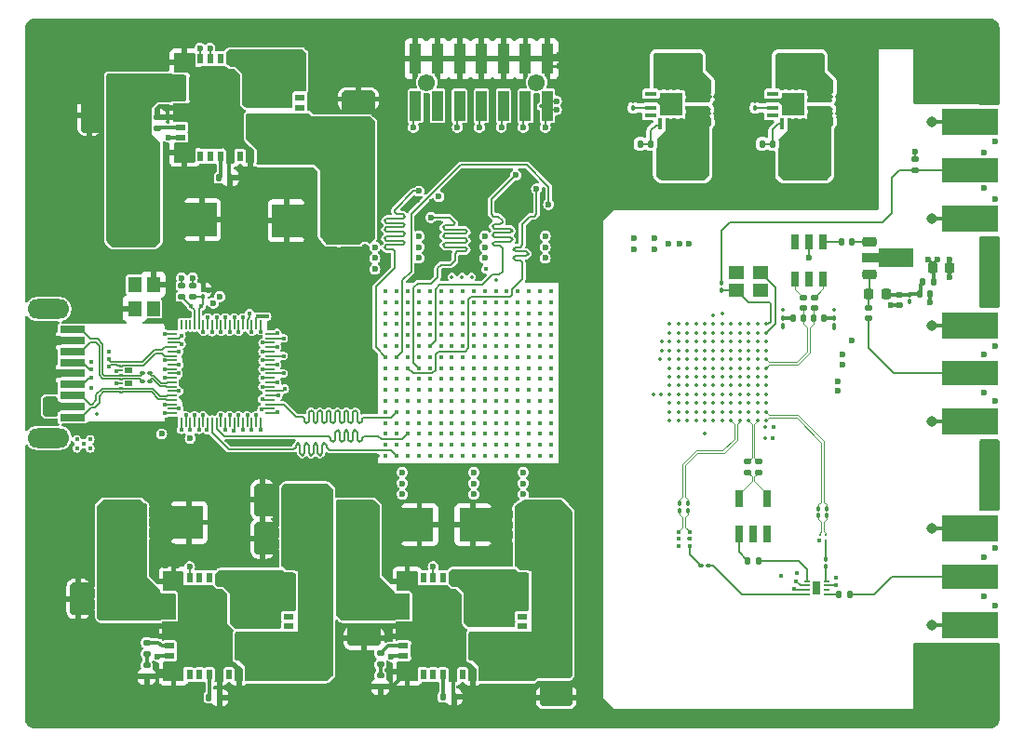
<source format=gtl>
%TF.GenerationSoftware,KiCad,Pcbnew,8.0.1*%
%TF.CreationDate,2024-04-14T19:48:41+02:00*%
%TF.ProjectId,start_1,73746172-745f-4312-9e6b-696361645f70,rev?*%
%TF.SameCoordinates,Original*%
%TF.FileFunction,Copper,L1,Top*%
%TF.FilePolarity,Positive*%
%FSLAX46Y46*%
G04 Gerber Fmt 4.6, Leading zero omitted, Abs format (unit mm)*
G04 Created by KiCad (PCBNEW 8.0.1) date 2024-04-14 19:48:41*
%MOMM*%
%LPD*%
G01*
G04 APERTURE LIST*
G04 Aperture macros list*
%AMRoundRect*
0 Rectangle with rounded corners*
0 $1 Rounding radius*
0 $2 $3 $4 $5 $6 $7 $8 $9 X,Y pos of 4 corners*
0 Add a 4 corners polygon primitive as box body*
4,1,4,$2,$3,$4,$5,$6,$7,$8,$9,$2,$3,0*
0 Add four circle primitives for the rounded corners*
1,1,$1+$1,$2,$3*
1,1,$1+$1,$4,$5*
1,1,$1+$1,$6,$7*
1,1,$1+$1,$8,$9*
0 Add four rect primitives between the rounded corners*
20,1,$1+$1,$2,$3,$4,$5,0*
20,1,$1+$1,$4,$5,$6,$7,0*
20,1,$1+$1,$6,$7,$8,$9,0*
20,1,$1+$1,$8,$9,$2,$3,0*%
%AMFreePoly0*
4,1,9,3.862500,-0.866500,0.737500,-0.866500,0.737500,-0.450000,-0.737500,-0.450000,-0.737500,0.450000,0.737500,0.450000,0.737500,0.866500,3.862500,0.866500,3.862500,-0.866500,3.862500,-0.866500,$1*%
G04 Aperture macros list end*
%TA.AperFunction,SMDPad,CuDef*%
%ADD10R,0.355600X1.016000*%
%TD*%
%TA.AperFunction,SMDPad,CuDef*%
%ADD11R,1.016000X0.355600*%
%TD*%
%TA.AperFunction,SMDPad,CuDef*%
%ADD12R,2.108200X2.108200*%
%TD*%
%TA.AperFunction,HeatsinkPad*%
%ADD13R,6.310000X5.810000*%
%TD*%
%TA.AperFunction,SMDPad,CuDef*%
%ADD14RoundRect,0.050000X-0.387500X0.050000X-0.387500X-0.050000X0.387500X-0.050000X0.387500X0.050000X0*%
%TD*%
%TA.AperFunction,SMDPad,CuDef*%
%ADD15RoundRect,0.050000X-0.050000X0.387500X-0.050000X-0.387500X0.050000X-0.387500X0.050000X0.387500X0*%
%TD*%
%TA.AperFunction,SMDPad,CuDef*%
%ADD16RoundRect,0.100000X-0.100000X0.130000X-0.100000X-0.130000X0.100000X-0.130000X0.100000X0.130000X0*%
%TD*%
%TA.AperFunction,SMDPad,CuDef*%
%ADD17RoundRect,0.100000X-0.130000X-0.100000X0.130000X-0.100000X0.130000X0.100000X-0.130000X0.100000X0*%
%TD*%
%TA.AperFunction,SMDPad,CuDef*%
%ADD18RoundRect,0.225000X-0.425000X-0.225000X0.425000X-0.225000X0.425000X0.225000X-0.425000X0.225000X0*%
%TD*%
%TA.AperFunction,SMDPad,CuDef*%
%ADD19FreePoly0,0.000000*%
%TD*%
%TA.AperFunction,SMDPad,CuDef*%
%ADD20R,2.400000X2.900000*%
%TD*%
%TA.AperFunction,ComponentPad*%
%ADD21C,0.800000*%
%TD*%
%TA.AperFunction,ComponentPad*%
%ADD22C,6.400000*%
%TD*%
%TA.AperFunction,SMDPad,CuDef*%
%ADD23R,1.700000X1.600000*%
%TD*%
%TA.AperFunction,SMDPad,CuDef*%
%ADD24R,0.600000X0.950000*%
%TD*%
%TA.AperFunction,SMDPad,CuDef*%
%ADD25R,0.950000X0.600000*%
%TD*%
%TA.AperFunction,SMDPad,CuDef*%
%ADD26R,1.600000X1.600000*%
%TD*%
%TA.AperFunction,SMDPad,CuDef*%
%ADD27R,3.100000X2.350000*%
%TD*%
%TA.AperFunction,SMDPad,CuDef*%
%ADD28R,5.080000X2.290000*%
%TD*%
%TA.AperFunction,SMDPad,CuDef*%
%ADD29R,5.080000X2.420000*%
%TD*%
%TA.AperFunction,SMDPad,CuDef*%
%ADD30R,0.950000X0.460000*%
%TD*%
%TA.AperFunction,ComponentPad*%
%ADD31C,0.970000*%
%TD*%
%TA.AperFunction,SMDPad,CuDef*%
%ADD32RoundRect,0.250000X-1.100000X0.325000X-1.100000X-0.325000X1.100000X-0.325000X1.100000X0.325000X0*%
%TD*%
%TA.AperFunction,SMDPad,CuDef*%
%ADD33RoundRect,0.140000X-0.170000X0.140000X-0.170000X-0.140000X0.170000X-0.140000X0.170000X0.140000X0*%
%TD*%
%TA.AperFunction,BGAPad,CuDef*%
%ADD34C,0.400000*%
%TD*%
%TA.AperFunction,SMDPad,CuDef*%
%ADD35RoundRect,0.225000X-0.225000X-0.250000X0.225000X-0.250000X0.225000X0.250000X-0.225000X0.250000X0*%
%TD*%
%TA.AperFunction,SMDPad,CuDef*%
%ADD36RoundRect,0.100000X0.100000X-0.130000X0.100000X0.130000X-0.100000X0.130000X-0.100000X-0.130000X0*%
%TD*%
%TA.AperFunction,SMDPad,CuDef*%
%ADD37RoundRect,0.135000X-0.135000X-0.185000X0.135000X-0.185000X0.135000X0.185000X-0.135000X0.185000X0*%
%TD*%
%TA.AperFunction,SMDPad,CuDef*%
%ADD38RoundRect,0.135000X0.135000X0.185000X-0.135000X0.185000X-0.135000X-0.185000X0.135000X-0.185000X0*%
%TD*%
%TA.AperFunction,SMDPad,CuDef*%
%ADD39RoundRect,0.250000X0.325000X1.100000X-0.325000X1.100000X-0.325000X-1.100000X0.325000X-1.100000X0*%
%TD*%
%TA.AperFunction,SMDPad,CuDef*%
%ADD40RoundRect,0.147500X-0.147500X-0.172500X0.147500X-0.172500X0.147500X0.172500X-0.147500X0.172500X0*%
%TD*%
%TA.AperFunction,SMDPad,CuDef*%
%ADD41RoundRect,0.140000X-0.140000X-0.170000X0.140000X-0.170000X0.140000X0.170000X-0.140000X0.170000X0*%
%TD*%
%TA.AperFunction,SMDPad,CuDef*%
%ADD42RoundRect,0.218750X0.218750X0.256250X-0.218750X0.256250X-0.218750X-0.256250X0.218750X-0.256250X0*%
%TD*%
%TA.AperFunction,SMDPad,CuDef*%
%ADD43R,0.736600X1.447800*%
%TD*%
%TA.AperFunction,SMDPad,CuDef*%
%ADD44R,0.600000X0.200000*%
%TD*%
%TA.AperFunction,SMDPad,CuDef*%
%ADD45R,0.750000X1.250000*%
%TD*%
%TA.AperFunction,SMDPad,CuDef*%
%ADD46RoundRect,0.135000X-0.185000X0.135000X-0.185000X-0.135000X0.185000X-0.135000X0.185000X0.135000X0*%
%TD*%
%TA.AperFunction,SMDPad,CuDef*%
%ADD47R,1.400000X1.150000*%
%TD*%
%TA.AperFunction,ComponentPad*%
%ADD48C,1.549400*%
%TD*%
%TA.AperFunction,SMDPad,CuDef*%
%ADD49R,0.990600X2.743200*%
%TD*%
%TA.AperFunction,SMDPad,CuDef*%
%ADD50R,2.300000X0.700000*%
%TD*%
%TA.AperFunction,ComponentPad*%
%ADD51O,3.800000X1.800000*%
%TD*%
%TA.AperFunction,SMDPad,CuDef*%
%ADD52RoundRect,0.140000X0.170000X-0.140000X0.170000X0.140000X-0.170000X0.140000X-0.170000X-0.140000X0*%
%TD*%
%TA.AperFunction,SMDPad,CuDef*%
%ADD53RoundRect,0.135000X0.185000X-0.135000X0.185000X0.135000X-0.185000X0.135000X-0.185000X-0.135000X0*%
%TD*%
%TA.AperFunction,SMDPad,CuDef*%
%ADD54R,0.300000X0.300000*%
%TD*%
%TA.AperFunction,SMDPad,CuDef*%
%ADD55R,0.250000X0.250000*%
%TD*%
%TA.AperFunction,SMDPad,CuDef*%
%ADD56R,0.760000X1.650000*%
%TD*%
%TA.AperFunction,SMDPad,CuDef*%
%ADD57RoundRect,0.250000X1.100000X-0.325000X1.100000X0.325000X-1.100000X0.325000X-1.100000X-0.325000X0*%
%TD*%
%TA.AperFunction,SMDPad,CuDef*%
%ADD58RoundRect,0.140000X0.140000X0.170000X-0.140000X0.170000X-0.140000X-0.170000X0.140000X-0.170000X0*%
%TD*%
%TA.AperFunction,SMDPad,CuDef*%
%ADD59R,0.330000X0.410000*%
%TD*%
%TA.AperFunction,SMDPad,CuDef*%
%ADD60C,0.355600*%
%TD*%
%TA.AperFunction,SMDPad,CuDef*%
%ADD61R,1.200000X1.400000*%
%TD*%
%TA.AperFunction,SMDPad,CuDef*%
%ADD62R,0.508000X0.254000*%
%TD*%
%TA.AperFunction,SMDPad,CuDef*%
%ADD63R,0.406400X0.254000*%
%TD*%
%TA.AperFunction,SMDPad,CuDef*%
%ADD64R,0.660400X0.508000*%
%TD*%
%TA.AperFunction,SMDPad,CuDef*%
%ADD65RoundRect,0.147500X0.147500X0.172500X-0.147500X0.172500X-0.147500X-0.172500X0.147500X-0.172500X0*%
%TD*%
%TA.AperFunction,ViaPad*%
%ADD66C,0.600000*%
%TD*%
%TA.AperFunction,ViaPad*%
%ADD67C,0.400000*%
%TD*%
%TA.AperFunction,ViaPad*%
%ADD68C,0.350000*%
%TD*%
%TA.AperFunction,Conductor*%
%ADD69C,0.200000*%
%TD*%
%TA.AperFunction,Conductor*%
%ADD70C,0.300000*%
%TD*%
%TA.AperFunction,Conductor*%
%ADD71C,0.250000*%
%TD*%
%TA.AperFunction,Conductor*%
%ADD72C,0.130000*%
%TD*%
%TA.AperFunction,Conductor*%
%ADD73C,0.100000*%
%TD*%
%TA.AperFunction,Conductor*%
%ADD74C,0.150000*%
%TD*%
%TA.AperFunction,Conductor*%
%ADD75C,0.110000*%
%TD*%
%TA.AperFunction,Conductor*%
%ADD76C,0.170000*%
%TD*%
G04 APERTURE END LIST*
D10*
%TO.P,IC5,1,VIN_2*%
%TO.N,+1V8*%
X213965200Y-163196600D03*
%TO.P,IC5,2,VIN_3*%
X213330200Y-163196600D03*
%TO.P,IC5,3,VIN_4*%
X212669800Y-163196600D03*
%TO.P,IC5,4,EN*%
X212034800Y-163196600D03*
D11*
%TO.P,IC5,5,PG*%
%TO.N,unconnected-(IC5-PG-Pad5)*%
X211196600Y-164034800D03*
%TO.P,IC5,6,GND*%
%TO.N,GND*%
X211196600Y-164669800D03*
%TO.P,IC5,7,SS*%
%TO.N,Net-(IC5-SS)*%
X211196600Y-165330200D03*
%TO.P,IC5,8,NC*%
%TO.N,unconnected-(IC5-NC-Pad8)*%
X211196600Y-165965200D03*
D10*
%TO.P,IC5,9,ADJ*%
%TO.N,Net-(IC5-ADJ)*%
X212034800Y-166803400D03*
%TO.P,IC5,10,VOUT_2*%
%TO.N,+1V3_B*%
X212669800Y-166803400D03*
%TO.P,IC5,11,VOUT_3*%
X213330200Y-166803400D03*
%TO.P,IC5,12,VOUT_4*%
X213965200Y-166803400D03*
D11*
%TO.P,IC5,13,VOUT_5*%
X214803400Y-165965200D03*
%TO.P,IC5,14,VOUT*%
X214803400Y-165330200D03*
%TO.P,IC5,15,VIN_5*%
%TO.N,+1V8*%
X214803400Y-164669800D03*
%TO.P,IC5,16,VIN*%
X214803400Y-164034800D03*
D12*
%TO.P,IC5,17,EP*%
%TO.N,GND*%
X213000000Y-165000000D03*
%TD*%
D10*
%TO.P,IC4,1,VIN_2*%
%TO.N,+1V8*%
X202875600Y-163196600D03*
%TO.P,IC4,2,VIN_3*%
X202240600Y-163196600D03*
%TO.P,IC4,3,VIN_4*%
X201580200Y-163196600D03*
%TO.P,IC4,4,EN*%
X200945200Y-163196600D03*
D11*
%TO.P,IC4,5,PG*%
%TO.N,unconnected-(IC4-PG-Pad5)*%
X200107000Y-164034800D03*
%TO.P,IC4,6,GND*%
%TO.N,GND*%
X200107000Y-164669800D03*
%TO.P,IC4,7,SS*%
%TO.N,Net-(IC4-SS)*%
X200107000Y-165330200D03*
%TO.P,IC4,8,NC*%
%TO.N,unconnected-(IC4-NC-Pad8)*%
X200107000Y-165965200D03*
D10*
%TO.P,IC4,9,ADJ*%
%TO.N,Net-(IC4-ADJ)*%
X200945200Y-166803400D03*
%TO.P,IC4,10,VOUT_2*%
%TO.N,+1V3_A*%
X201580200Y-166803400D03*
%TO.P,IC4,11,VOUT_3*%
X202240600Y-166803400D03*
%TO.P,IC4,12,VOUT_4*%
X202875600Y-166803400D03*
D11*
%TO.P,IC4,13,VOUT_5*%
X203713800Y-165965200D03*
%TO.P,IC4,14,VOUT*%
X203713800Y-165330200D03*
%TO.P,IC4,15,VIN_5*%
%TO.N,+1V8*%
X203713800Y-164669800D03*
%TO.P,IC4,16,VIN*%
X203713800Y-164034800D03*
D12*
%TO.P,IC4,17,EP*%
%TO.N,GND*%
X201910400Y-165000000D03*
%TD*%
D13*
%TO.P,U4,77,GND*%
%TO.N,GND*%
X161000000Y-189500000D03*
D14*
%TO.P,U4,76,DATA_31*%
%TO.N,FTDI_DATA_31*%
X165437500Y-185900000D03*
%TO.P,U4,75,DATA_30*%
%TO.N,FTDI_DATA_30*%
X165437500Y-186300000D03*
%TO.P,U4,74,DATA_29*%
%TO.N,FTDI_DATA_29*%
X165437500Y-186700000D03*
%TO.P,U4,73,DATA_28*%
%TO.N,FTDI_DATA_28*%
X165437500Y-187100000D03*
%TO.P,U4,72,DATA_27*%
%TO.N,FTDI_DATA_27*%
X165437500Y-187500000D03*
%TO.P,U4,71,DATA_26*%
%TO.N,FTDI_DATA_26*%
X165437500Y-187900000D03*
%TO.P,U4,70,DATA_25*%
%TO.N,FTDI_DATA_25*%
X165437500Y-188300000D03*
%TO.P,U4,69,DATA_24*%
%TO.N,FTDI_DATA_24*%
X165437500Y-188700000D03*
%TO.P,U4,68,VCCIO*%
%TO.N,+3V3*%
X165437500Y-189100000D03*
%TO.P,U4,67,DATA_23*%
%TO.N,FTDI_DATA_23*%
X165437500Y-189500000D03*
%TO.P,U4,66,DATA_22*%
%TO.N,FTDI_DATA_22*%
X165437500Y-189900000D03*
%TO.P,U4,65,DATA_21*%
%TO.N,FTDI_DATA_21*%
X165437500Y-190300000D03*
%TO.P,U4,64,DATA_20*%
%TO.N,FTDI_DATA_20*%
X165437500Y-190700000D03*
%TO.P,U4,63,DATA_19*%
%TO.N,FTDI_DATA_19*%
X165437500Y-191100000D03*
%TO.P,U4,62,DATA_18*%
%TO.N,FTDI_DATA_18*%
X165437500Y-191500000D03*
%TO.P,U4,61,DATA_17*%
%TO.N,FTDI_DATA_17*%
X165437500Y-191900000D03*
%TO.P,U4,60,DATA_16*%
%TO.N,FTDI_DATA_16*%
X165437500Y-192300000D03*
%TO.P,U4,59,VCCIO*%
%TO.N,+3V3*%
X165437500Y-192700000D03*
%TO.P,U4,58,CLK*%
%TO.N,FTDI_CLK*%
X165437500Y-193100000D03*
D15*
%TO.P,U4,57,DATA_15*%
%TO.N,FTDI_DATA_15*%
X164600000Y-193937500D03*
%TO.P,U4,56,DATA_14*%
%TO.N,FTDI_DATA_14*%
X164200000Y-193937500D03*
%TO.P,U4,55,DATA_13*%
%TO.N,FTDI_DATA_13*%
X163800000Y-193937500D03*
%TO.P,U4,54,DATA_12*%
%TO.N,FTDI_DATA_12*%
X163400000Y-193937500D03*
%TO.P,U4,53,DATA_11*%
%TO.N,FTDI_DATA_11*%
X163000000Y-193937500D03*
%TO.P,U4,52,DATA_10*%
%TO.N,FTDI_DATA_10*%
X162600000Y-193937500D03*
%TO.P,U4,51,DATA_9*%
%TO.N,FTDI_DATA_9*%
X162200000Y-193937500D03*
%TO.P,U4,50,DATA_8*%
%TO.N,FTDI_DATA_8*%
X161800000Y-193937500D03*
%TO.P,U4,49,VCCIO*%
%TO.N,+3V3*%
X161400000Y-193937500D03*
%TO.P,U4,48,VD10*%
%TO.N,+1Vcore-FT*%
X161000000Y-193937500D03*
%TO.P,U4,47,DATA_7*%
%TO.N,FTDI_DATA_7*%
X160600000Y-193937500D03*
%TO.P,U4,46,DATA_6*%
%TO.N,FTDI_DATA_6*%
X160200000Y-193937500D03*
%TO.P,U4,45,DATA_5*%
%TO.N,FTDI_DATA_5*%
X159800000Y-193937500D03*
%TO.P,U4,44,DATA_4*%
%TO.N,FTDI_DATA_4*%
X159400000Y-193937500D03*
%TO.P,U4,43,DATA_3*%
%TO.N,FTDI_DATA_3*%
X159000000Y-193937500D03*
%TO.P,U4,42,DATA_2*%
%TO.N,FTDI_DATA_2*%
X158600000Y-193937500D03*
%TO.P,U4,41,DATA_1*%
%TO.N,FTDI_DATA_1*%
X158200000Y-193937500D03*
%TO.P,U4,40,DATA_0*%
%TO.N,FTDI_DATA_0*%
X157800000Y-193937500D03*
%TO.P,U4,39,DV10*%
%TO.N,+1Vcore-FT*%
X157400000Y-193937500D03*
D14*
%TO.P,U4,38,VCC33*%
%TO.N,+3V3*%
X156562500Y-193100000D03*
%TO.P,U4,37,VBUS*%
%TO.N,Net-(U4A-VBUS)*%
X156562500Y-192700000D03*
%TO.P,U4,36,GND*%
%TO.N,GND*%
X156562500Y-192300000D03*
%TO.P,U4,35,RIDP*%
%TO.N,FT_USB_SSRX_P*%
X156562500Y-191900000D03*
%TO.P,U4,34,RIDN*%
%TO.N,FT_USB_SSRX_N*%
X156562500Y-191500000D03*
%TO.P,U4,33,VD10*%
%TO.N,+1Vcore-FT*%
X156562500Y-191100000D03*
%TO.P,U4,32,TODP*%
%TO.N,/FT601Q/FT_USB_SSTX_B_P*%
X156562500Y-190700000D03*
%TO.P,U4,31,TODN*%
%TO.N,/FT601Q/FT_USB_SSTX_B_N*%
X156562500Y-190300000D03*
%TO.P,U4,30,VD10*%
%TO.N,+1Vcore-FT*%
X156562500Y-189900000D03*
%TO.P,U4,29,GND*%
%TO.N,GND*%
X156562500Y-189500000D03*
%TO.P,U4,28,VDDA*%
%TO.N,+3V3*%
X156562500Y-189100000D03*
%TO.P,U4,27,RREF*%
%TO.N,Net-(U4C-RREF)*%
X156562500Y-188700000D03*
%TO.P,U4,26,GND*%
%TO.N,GND*%
X156562500Y-188300000D03*
%TO.P,U4,25,DM*%
%TO.N,FT_USB_D_N*%
X156562500Y-187900000D03*
%TO.P,U4,24,VCC33*%
%TO.N,+3V3*%
X156562500Y-187500000D03*
%TO.P,U4,23,DP*%
%TO.N,FT_USB_D_P*%
X156562500Y-187100000D03*
%TO.P,U4,22,XO*%
%TO.N,/FT601Q/FT-X_P*%
X156562500Y-186700000D03*
%TO.P,U4,21,XI*%
%TO.N,/FT601Q/FT-X_N*%
X156562500Y-186300000D03*
%TO.P,U4,20,VCC33*%
%TO.N,+3V3*%
X156562500Y-185900000D03*
D15*
%TO.P,U4,19,Reserved*%
%TO.N,unconnected-(U4B-Reserved-Pad19)*%
X157400000Y-185062500D03*
%TO.P,U4,18,GPIO1*%
%TO.N,unconnected-(U4B-GPIO1-Pad18)*%
X157800000Y-185062500D03*
%TO.P,U4,17,GPIO0*%
%TO.N,unconnected-(U4B-GPIO0-Pad17)*%
X158200000Y-185062500D03*
%TO.P,U4,16,~{WAKEUP}*%
%TO.N,FTDI_WAKEUP*%
X158600000Y-185062500D03*
%TO.P,U4,15,~{RESET}*%
%TO.N,FTDI_RESET*%
X159000000Y-185062500D03*
%TO.P,U4,14,VCCIO*%
%TO.N,+3V3*%
X159400000Y-185062500D03*
%TO.P,U4,13,~{OE}*%
%TO.N,FTDI_OE*%
X159800000Y-185062500D03*
%TO.P,U4,12,~{RD}*%
%TO.N,FTDI_RD*%
X160200000Y-185062500D03*
%TO.P,U4,11,~{WR}*%
%TO.N,FTDI_WR*%
X160600000Y-185062500D03*
%TO.P,U4,10,~{SIWU}*%
%TO.N,Net-(U4B-~{SIWU})*%
X161000000Y-185062500D03*
%TO.P,U4,9,~{RXF}*%
%TO.N,FTDI_RXF*%
X161400000Y-185062500D03*
%TO.P,U4,8,~{TXE}*%
%TO.N,FTDI_TXE*%
X161800000Y-185062500D03*
%TO.P,U4,7,BE_3*%
%TO.N,FTDI_BE_3*%
X162200000Y-185062500D03*
%TO.P,U4,6,BE_2*%
%TO.N,FTDI_BE_2*%
X162600000Y-185062500D03*
%TO.P,U4,5,BE_1*%
%TO.N,FTDI_BE_1*%
X163000000Y-185062500D03*
%TO.P,U4,4,BE_0*%
%TO.N,FTDI_BE_0*%
X163400000Y-185062500D03*
%TO.P,U4,3,VD10*%
%TO.N,+1Vcore-FT*%
X163800000Y-185062500D03*
%TO.P,U4,2,AVDD*%
%TO.N,AVDD_FT*%
X164200000Y-185062500D03*
%TO.P,U4,1,GND*%
%TO.N,GND*%
X164600000Y-185062500D03*
%TD*%
D16*
%TO.P,C119,2*%
%TO.N,GND*%
X223600000Y-182945000D03*
%TO.P,C119,1*%
%TO.N,Net-(C118-Pad1)*%
X223600000Y-182305000D03*
%TD*%
D17*
%TO.P,C98,2*%
%TO.N,GND*%
X217090000Y-165850000D03*
%TO.P,C98,1*%
%TO.N,+1V3_B*%
X216450000Y-165850000D03*
%TD*%
D18*
%TO.P,U6,1*%
%TO.N,/AD9364/RF/RF_TX-1*%
X219950000Y-177500000D03*
D19*
%TO.P,U6,2,GND*%
%TO.N,GND*%
X220037500Y-179000000D03*
D18*
%TO.P,U6,3*%
%TO.N,/AD9364/RF/RF_TX-2*%
X219950000Y-180500000D03*
%TD*%
D20*
%TO.P,C76,1*%
%TO.N,+5V*%
X153200000Y-175500000D03*
%TO.P,C76,2*%
%TO.N,GND*%
X159300000Y-175500000D03*
%TD*%
D21*
%TO.P,H1,1,1*%
%TO.N,GND*%
X225600000Y-218000000D03*
X226302944Y-216302944D03*
X226302944Y-219697056D03*
X228000000Y-215600000D03*
D22*
X228000000Y-218000000D03*
D21*
X228000000Y-220400000D03*
X229697056Y-216302944D03*
X229697056Y-219697056D03*
X230400000Y-218000000D03*
%TD*%
D16*
%TO.P,C105,2*%
%TO.N,/AD9364/RF/RF_RX_B_1_P*%
X202750000Y-201975000D03*
%TO.P,C105,1*%
%TO.N,/AD9364/RF/RF_RX_B_0_P*%
X202750000Y-201335000D03*
%TD*%
%TO.P,C116,2*%
%TO.N,/AD9364/RF/RF_RX-A-1*%
X216000000Y-207040000D03*
%TO.P,C116,1*%
%TO.N,/AD9364/RF/RF_RX-A-0*%
X216000000Y-206400000D03*
%TD*%
D23*
%TO.P,IC3,1,AGND_1*%
%TO.N,GND*%
X156700000Y-216600000D03*
D24*
%TO.P,IC3,2,DNC_1*%
%TO.N,unconnected-(IC3-DNC_1-Pad2)*%
X158150000Y-216925000D03*
%TO.P,IC3,3,DNC_2*%
%TO.N,unconnected-(IC3-DNC_2-Pad3)*%
X159050000Y-216925000D03*
%TO.P,IC3,4,RT/CLK*%
%TO.N,Net-(IC3-RT{slash}CLK)*%
X159950000Y-216925000D03*
%TO.P,IC3,5,AGND_2*%
%TO.N,GND*%
X160850000Y-216925000D03*
%TO.P,IC3,6,SS/TR*%
%TO.N,unconnected-(IC3-SS{slash}TR-Pad6)*%
X161750000Y-216925000D03*
%TO.P,IC3,7,STSEL*%
%TO.N,GND*%
X162650000Y-216925000D03*
%TO.P,IC3,8,VOUT_1*%
%TO.N,+3V3*%
X163550000Y-216925000D03*
%TO.P,IC3,9,VOUT_2*%
X164450000Y-216925000D03*
%TO.P,IC3,10,VOUT_3*%
X165350000Y-216925000D03*
D23*
%TO.P,IC3,11,VOUT_4*%
X166800000Y-216600000D03*
D25*
%TO.P,IC3,12,VOUT_5*%
X167175000Y-215200000D03*
%TO.P,IC3,13,VOUT_6*%
X167175000Y-214300000D03*
%TO.P,IC3,14,VOUT_7*%
X167175000Y-213400000D03*
%TO.P,IC3,15,DNC_3*%
%TO.N,unconnected-(IC3-DNC_3-Pad15)*%
X167175000Y-212500000D03*
%TO.P,IC3,16,DNC_4*%
%TO.N,unconnected-(IC3-DNC_4-Pad16)*%
X167175000Y-211600000D03*
%TO.P,IC3,17,PH_1*%
%TO.N,/power-supply/PW3.3-PH*%
X167175000Y-210700000D03*
%TO.P,IC3,18,PH_2*%
X167175000Y-209800000D03*
D23*
%TO.P,IC3,19,PH_3*%
X166800000Y-208400000D03*
D24*
%TO.P,IC3,20,PH_4*%
X165350000Y-208075000D03*
%TO.P,IC3,21,PH_5*%
X164450000Y-208075000D03*
%TO.P,IC3,22,PH_6*%
X163550000Y-208075000D03*
%TO.P,IC3,23,PH_7*%
X162650000Y-208075000D03*
%TO.P,IC3,24,PH_8*%
X161750000Y-208075000D03*
%TO.P,IC3,25,PH_9*%
X160850000Y-208075000D03*
%TO.P,IC3,26,DNC_5*%
%TO.N,unconnected-(IC3-DNC_5-Pad26)*%
X159950000Y-208075000D03*
%TO.P,IC3,27,PWRGD*%
%TO.N,unconnected-(IC3-PWRGD-Pad27)*%
X159050000Y-208075000D03*
%TO.P,IC3,28,INH/UVLO*%
%TO.N,Net-(IC2-PWRGD)*%
X158150000Y-208075000D03*
D23*
%TO.P,IC3,29,AGND_3*%
%TO.N,GND*%
X156700000Y-208400000D03*
D25*
%TO.P,IC3,30,VIN_1*%
%TO.N,+5V*%
X156325000Y-209800000D03*
%TO.P,IC3,31,VIN_2*%
X156325000Y-210700000D03*
%TO.P,IC3,32,VIN_3*%
X156325000Y-211600000D03*
%TO.P,IC3,33,AGND_4*%
%TO.N,GND*%
X156325000Y-212500000D03*
%TO.P,IC3,34,AGND_5*%
X156325000Y-213400000D03*
%TO.P,IC3,35,VADJ*%
%TO.N,Net-(IC3-VADJ)*%
X156325000Y-214300000D03*
%TO.P,IC3,36,SENSE+*%
%TO.N,+3V3*%
X156325000Y-215200000D03*
D26*
%TO.P,IC3,37,PGND*%
%TO.N,GND*%
X159000000Y-212050000D03*
D27*
%TO.P,IC3,38,VOUT_8*%
%TO.N,+3V3*%
X164000000Y-214335000D03*
%TO.P,IC3,39,PH_10*%
%TO.N,/power-supply/PW3.3-PH*%
X164000000Y-210665000D03*
%TD*%
D28*
%TO.P,J3,1,In*%
%TO.N,/AD9364/RF/RF_TX-3*%
X229130000Y-189500000D03*
D29*
%TO.P,J3,2,Ext*%
%TO.N,GND*%
X229130000Y-193880000D03*
X229130000Y-185120000D03*
D30*
X226140000Y-193880000D03*
X226140000Y-185120000D03*
D31*
X225690000Y-193880000D03*
X225690000Y-185120000D03*
%TD*%
D16*
%TO.P,C104,2*%
%TO.N,/AD9364/RF/RF_RX_A_1_N*%
X216100000Y-202420000D03*
%TO.P,C104,1*%
%TO.N,/AD9364/RF/RF_RX_A_0_N*%
X216100000Y-201780000D03*
%TD*%
D32*
%TO.P,C78,1*%
%TO.N,+5V*%
X174000000Y-210650000D03*
%TO.P,C78,2*%
%TO.N,GND*%
X174000000Y-213600000D03*
%TD*%
D33*
%TO.P,C121,1*%
%TO.N,/AD9364/RF/RF_RX_C_0_N*%
X209900000Y-197530000D03*
%TO.P,C121,2*%
%TO.N,/AD9364/RF/RF_RX_C_1_N*%
X209900000Y-198490000D03*
%TD*%
D34*
%TO.P,U1,A1,GND*%
%TO.N,GND*%
X191000000Y-197000000D03*
%TO.P,U1,A2,IO_L8N_T1_AD14N_35*%
%TO.N,RFE_SPI_DO*%
X190000000Y-197000000D03*
%TO.P,U1,A3,IO_L4N_T0_35*%
%TO.N,RFE_SPI_CLK*%
X189000000Y-197000000D03*
%TO.P,U1,A4,IO_L3N_T0_DQS_AD5N_35*%
%TO.N,RF-SWITCH_B*%
X188000000Y-197000000D03*
%TO.P,U1,A5,IO_L3P_T0_DQS_AD5P_35*%
%TO.N,RF-SWITCH_A*%
X187000000Y-197000000D03*
%TO.P,U1,A6,VCCO_35*%
%TO.N,+1V8*%
X186000000Y-197000000D03*
%TO.P,U1,A7,IO_L1N_T0_AD4N_35*%
%TO.N,unconnected-(U1B-IO_L1N_T0_AD4N_35-PadA7)*%
X185000000Y-197000000D03*
%TO.P,U1,A8,IO_L2P_T0_AD8P_15*%
%TO.N,unconnected-(U1A-IO_L2P_T0_AD8P_15-PadA8)*%
X184000000Y-197000000D03*
%TO.P,U1,A9,IO_L2N_T0_AD8N_15*%
%TO.N,unconnected-(U1A-IO_L2N_T0_AD8N_15-PadA9)*%
X183000000Y-197000000D03*
%TO.P,U1,A10,IO_L3N_T0_DQS_AD1N_15*%
%TO.N,unconnected-(U1A-IO_L3N_T0_DQS_AD1N_15-PadA10)*%
X182000000Y-197000000D03*
%TO.P,U1,A11,GND*%
%TO.N,GND*%
X181000000Y-197000000D03*
%TO.P,U1,A12,IO_L5N_T0_AD9N_15*%
%TO.N,unconnected-(U1A-IO_L5N_T0_AD9N_15-PadA12)*%
X180000000Y-197000000D03*
%TO.P,U1,A13,IO_L7P_T1_AD2P_15*%
%TO.N,FTDI_DATA_15*%
X179000000Y-197000000D03*
%TO.P,U1,A14,IO_L7N_T1_AD2N_15*%
%TO.N,FTDI_DATA_9*%
X178000000Y-197000000D03*
%TO.P,U1,A15,IO_L9N_T1_DQS_AD3N_15*%
%TO.N,FTDI_DATA_6*%
X177000000Y-197000000D03*
%TO.P,U1,A16,VCCO_15*%
%TO.N,+3V3*%
X176000000Y-197000000D03*
%TO.P,U1,B1,IO_L9N_T1_DQS_AD7N_35*%
%TO.N,RFE_ENABLE*%
X191000000Y-196000000D03*
%TO.P,U1,B2,IO_L8P_T1_AD14P_35*%
%TO.N,RFE_SPI_ENB*%
X190000000Y-196000000D03*
%TO.P,U1,B3,VCCO_35*%
%TO.N,+1V8*%
X189000000Y-196000000D03*
%TO.P,U1,B4,IO_L4P_T0_35*%
%TO.N,RF-SWITCH_C*%
X188000000Y-196000000D03*
%TO.P,U1,B5,IO_L2N_T0_AD12N_35*%
%TO.N,RFE_EN_AGC*%
X187000000Y-196000000D03*
%TO.P,U1,B6,IO_L2P_T0_AD12P_35*%
%TO.N,unconnected-(U1B-IO_L2P_T0_AD12P_35-PadB6)*%
X186000000Y-196000000D03*
%TO.P,U1,B7,IO_L1P_T0_AD4P_35*%
%TO.N,unconnected-(U1B-IO_L1P_T0_AD4P_35-PadB7)*%
X185000000Y-196000000D03*
%TO.P,U1,B8,GND*%
%TO.N,GND*%
X184000000Y-196000000D03*
%TO.P,U1,B9,IO_L3P_T0_DQS_AD1P_15*%
%TO.N,unconnected-(U1A-IO_L3P_T0_DQS_AD1P_15-PadB9)*%
X183000000Y-196000000D03*
%TO.P,U1,B10,IO_L4P_T0_15*%
%TO.N,unconnected-(U1A-IO_L4P_T0_15-PadB10)*%
X182000000Y-196000000D03*
%TO.P,U1,B11,IO_L4N_T0_15*%
%TO.N,unconnected-(U1A-IO_L4N_T0_15-PadB11)*%
X181000000Y-196000000D03*
%TO.P,U1,B12,IO_L5P_T0_AD9P_15*%
%TO.N,unconnected-(U1A-IO_L5P_T0_AD9P_15-PadB12)*%
X180000000Y-196000000D03*
%TO.P,U1,B13,VCCO_15*%
%TO.N,+3V3*%
X179000000Y-196000000D03*
%TO.P,U1,B14,IO_L8N_T1_AD10N_15*%
%TO.N,FTDI_DATA_11*%
X178000000Y-196000000D03*
%TO.P,U1,B15,IO_L9P_T1_DQS_AD3P_15*%
%TO.N,FTDI_DATA_3*%
X177000000Y-196000000D03*
%TO.P,U1,B16,IO_L10N_T1_AD11N_15*%
%TO.N,FTDI_DATA_1*%
X176000000Y-196000000D03*
%TO.P,U1,C1,IO_L9P_T1_DQS_AD7P_35*%
%TO.N,RFE_SPI_DI*%
X191000000Y-195000000D03*
%TO.P,U1,C2,IO_L7N_T1_AD6N_35*%
%TO.N,RFE_TXNRX*%
X190000000Y-195000000D03*
%TO.P,U1,C3,IO_L7P_T1_AD6P_35*%
%TO.N,unconnected-(U1B-IO_L7P_T1_AD6P_35-PadC3)*%
X189000000Y-195000000D03*
%TO.P,U1,C4,IO_L12N_T1_MRCC_35*%
%TO.N,RFE_CLK_OUT*%
X188000000Y-195000000D03*
%TO.P,U1,C5,GND*%
%TO.N,GND*%
X187000000Y-195000000D03*
%TO.P,U1,C6,IO_L5N_T0_AD13N_35*%
%TO.N,unconnected-(U1B-IO_L5N_T0_AD13N_35-PadC6)*%
X186000000Y-195000000D03*
%TO.P,U1,C7,IO_L5P_T0_AD13P_35*%
%TO.N,unconnected-(U1B-IO_L5P_T0_AD13P_35-PadC7)*%
X185000000Y-195000000D03*
%TO.P,U1,C8,IO_L1P_T0_AD0P_15*%
%TO.N,unconnected-(U1A-IO_L1P_T0_AD0P_15-PadC8)*%
X184000000Y-195000000D03*
%TO.P,U1,C9,IO_L1N_T0_AD0N_15*%
%TO.N,unconnected-(U1A-IO_L1N_T0_AD0N_15-PadC9)*%
X183000000Y-195000000D03*
%TO.P,U1,C10,VCCO_15*%
%TO.N,+3V3*%
X182000000Y-195000000D03*
%TO.P,U1,C11,IO_L11P_T1_SRCC_15*%
%TO.N,unconnected-(U1A-IO_L11P_T1_SRCC_15-PadC11)*%
X181000000Y-195000000D03*
%TO.P,U1,C12,IO_L11N_T1_SRCC_15*%
%TO.N,unconnected-(U1A-IO_L11N_T1_SRCC_15-PadC12)*%
X180000000Y-195000000D03*
%TO.P,U1,C13,IO_L12N_T1_MRCC_15*%
%TO.N,FTDI_DATA_13*%
X179000000Y-195000000D03*
%TO.P,U1,C14,IO_L8P_T1_AD10P_15*%
%TO.N,FTDI_DATA_7*%
X178000000Y-195000000D03*
%TO.P,U1,C15,GND*%
%TO.N,GND*%
X177000000Y-195000000D03*
%TO.P,U1,C16,IO_L10P_T1_AD11P_15*%
%TO.N,FTDI_DATA_5*%
X176000000Y-195000000D03*
%TO.P,U1,D1,IO_L10N_T1_AD15N_35*%
%TO.N,RFE_CTRL_OUT2*%
X191000000Y-194000000D03*
%TO.P,U1,D2,GND*%
%TO.N,GND*%
X190000000Y-194000000D03*
%TO.P,U1,D3,IO_L11N_T1_SRCC_35*%
%TO.N,unconnected-(U1B-IO_L11N_T1_SRCC_35-PadD3)*%
X189000000Y-194000000D03*
%TO.P,U1,D4,IO_L12P_T1_MRCC_35*%
%TO.N,RFE_FB_CLK_P*%
X188000000Y-194000000D03*
%TO.P,U1,D5,IO_L6N_T0_VREF_35*%
%TO.N,RFE_CTRL_OUT5*%
X187000000Y-194000000D03*
%TO.P,U1,D6,IO_L6P_T0_35*%
%TO.N,RFE_CTRL_OUT7*%
X186000000Y-194000000D03*
%TO.P,U1,D7,VCCO_35*%
%TO.N,+1V8*%
X185000000Y-194000000D03*
%TO.P,U1,D8,IO_L6P_T0_15*%
%TO.N,unconnected-(U1A-IO_L6P_T0_15-PadD8)*%
X184000000Y-194000000D03*
%TO.P,U1,D9,IO_L6N_T0_VREF_15*%
%TO.N,unconnected-(U1A-IO_L6N_T0_VREF_15-PadD9)*%
X183000000Y-194000000D03*
%TO.P,U1,D10,IO_0_15*%
%TO.N,unconnected-(U1A-IO_0_15-PadD10)*%
X182000000Y-194000000D03*
%TO.P,U1,D11,IO_L14N_T2_SRCC_15*%
%TO.N,unconnected-(U1A-IO_L14N_T2_SRCC_15-PadD11)*%
X181000000Y-194000000D03*
%TO.P,U1,D12,GND*%
%TO.N,GND*%
X180000000Y-194000000D03*
%TO.P,U1,D13,IO_L12P_T1_MRCC_15*%
%TO.N,unconnected-(U1A-IO_L12P_T1_MRCC_15-PadD13)*%
X179000000Y-194000000D03*
%TO.P,U1,D14,IO_L15P_T2_DQS_15*%
%TO.N,FTDI_DATA_14*%
X178000000Y-194000000D03*
%TO.P,U1,D15,IO_L15N_T2_DQS_ADV_B_15*%
%TO.N,FTDI_DATA_8*%
X177000000Y-194000000D03*
%TO.P,U1,D16,IO_L17N_T2_A25_15*%
%TO.N,FTDI_DATA_0*%
X176000000Y-194000000D03*
%TO.P,U1,E1,IO_L15N_T2_DQS_35*%
%TO.N,RFE_CTRL_OUT6*%
X191000000Y-193000000D03*
%TO.P,U1,E2,IO_L10P_T1_AD15P_35*%
%TO.N,unconnected-(U1B-IO_L10P_T1_AD15P_35-PadE2)*%
X190000000Y-193000000D03*
%TO.P,U1,E3,IO_L11P_T1_SRCC_35*%
%TO.N,RFE_CTRL_OUT0*%
X189000000Y-193000000D03*
%TO.P,U1,E4,VCCO_35*%
%TO.N,+1V8*%
X188000000Y-193000000D03*
%TO.P,U1,E5,IO_L13N_T2_MRCC_35*%
%TO.N,unconnected-(U1B-IO_L13N_T2_MRCC_35-PadE5)*%
X187000000Y-193000000D03*
%TO.P,U1,E6,IO_0_35*%
%TO.N,RFE_CTRL_OUT1*%
X186000000Y-193000000D03*
%TO.P,U1,E7,CFGBVS_0*%
%TO.N,+3V3*%
X185000000Y-193000000D03*
%TO.P,U1,E8,CCLK_0*%
%TO.N,FPGA_CFG_CCLK*%
X184000000Y-193000000D03*
%TO.P,U1,E9,GND*%
%TO.N,GND*%
X183000000Y-193000000D03*
%TO.P,U1,E10,VCCBRAM*%
%TO.N,+1V0*%
X182000000Y-193000000D03*
%TO.P,U1,E11,IO_L14P_T2_SRCC_15*%
%TO.N,unconnected-(U1A-IO_L14P_T2_SRCC_15-PadE11)*%
X181000000Y-193000000D03*
%TO.P,U1,E12,IO_L13P_T2_MRCC_15*%
%TO.N,unconnected-(U1A-IO_L13P_T2_MRCC_15-PadE12)*%
X180000000Y-193000000D03*
%TO.P,U1,E13,IO_L13N_T2_MRCC_15*%
%TO.N,FTDI_CLK*%
X179000000Y-193000000D03*
%TO.P,U1,E14,VCCO_15*%
%TO.N,+3V3*%
X178000000Y-193000000D03*
%TO.P,U1,E15,IO_L18N_T2_A23_15*%
%TO.N,FTDI_DATA_16*%
X177000000Y-193000000D03*
%TO.P,U1,E16,IO_L17P_T2_A26_15*%
%TO.N,FTDI_DATA_2*%
X176000000Y-193000000D03*
%TO.P,U1,F1,VCCO_35*%
%TO.N,+1V8*%
X191000000Y-192000000D03*
%TO.P,U1,F2,IO_L15P_T2_DQS_35*%
%TO.N,unconnected-(U1B-IO_L15P_T2_DQS_35-PadF2)*%
X190000000Y-192000000D03*
%TO.P,U1,F3,IO_L14N_T2_SRCC_35*%
%TO.N,RFE_CTRL_OUT4*%
X189000000Y-192000000D03*
%TO.P,U1,F4,IO_L14P_T2_SRCC_35*%
%TO.N,RFE_CTRL_IN3*%
X188000000Y-192000000D03*
%TO.P,U1,F5,IO_L13P_T2_MRCC_35*%
%TO.N,RFE_DATA_CLK_P*%
X187000000Y-192000000D03*
%TO.P,U1,F6,GND*%
%TO.N,GND*%
X186000000Y-192000000D03*
%TO.P,U1,F7,VCCINT*%
%TO.N,+1V0*%
X185000000Y-192000000D03*
%TO.P,U1,F8,VCCBATT_0*%
X184000000Y-192000000D03*
%TO.P,U1,F9,VCCINT*%
X183000000Y-192000000D03*
%TO.P,U1,F10,GND*%
%TO.N,GND*%
X182000000Y-192000000D03*
%TO.P,U1,F11,VCCBRAM*%
%TO.N,+1V0*%
X181000000Y-192000000D03*
%TO.P,U1,F12,IO_L16P_T2_A28_15*%
%TO.N,unconnected-(U1A-IO_L16P_T2_A28_15-PadF12)*%
X180000000Y-192000000D03*
%TO.P,U1,F13,IO_L16N_T2_A27_15*%
%TO.N,FTDI_DATA_18*%
X179000000Y-192000000D03*
%TO.P,U1,F14,IO_L21N_T3_DQS_A18_15*%
%TO.N,FTDI_DATA_12*%
X178000000Y-192000000D03*
%TO.P,U1,F15,IO_L18P_T2_A24_15*%
%TO.N,unconnected-(U1A-IO_L18P_T2_A24_15-PadF15)*%
X177000000Y-192000000D03*
%TO.P,U1,F16,GND*%
%TO.N,GND*%
X176000000Y-192000000D03*
%TO.P,U1,G1,IO_L17N_T2_35*%
%TO.N,RFE_P1D10*%
X191000000Y-191000000D03*
%TO.P,U1,G2,IO_L17P_T2_35*%
%TO.N,unconnected-(U1B-IO_L17P_T2_35-PadG2)*%
X190000000Y-191000000D03*
%TO.P,U1,G3,GND*%
%TO.N,GND*%
X189000000Y-191000000D03*
%TO.P,U1,G4,IO_L16N_T2_35*%
%TO.N,RFE_CTRL_OUT3*%
X188000000Y-191000000D03*
%TO.P,U1,G5,IO_L16P_T2_35*%
%TO.N,RFE_CTRL_IN2*%
X187000000Y-191000000D03*
%TO.P,U1,G6,VCCINT*%
%TO.N,+1V0*%
X186000000Y-191000000D03*
%TO.P,U1,G7,GNDADC_0*%
%TO.N,GND*%
X185000000Y-191000000D03*
%TO.P,U1,G8,VCCADC_0*%
%TO.N,+1V0*%
X184000000Y-191000000D03*
%TO.P,U1,G9,GND*%
%TO.N,GND*%
X183000000Y-191000000D03*
%TO.P,U1,G10,VCCAUX*%
%TO.N,+1V8*%
X182000000Y-191000000D03*
%TO.P,U1,G11,IO_25_15*%
%TO.N,unconnected-(U1A-IO_25_15-PadG11)*%
X181000000Y-191000000D03*
%TO.P,U1,G12,IO_L19N_T3_A21_VREF_15*%
%TO.N,FTDI_DATA_21*%
X180000000Y-191000000D03*
%TO.P,U1,G13,GND*%
%TO.N,GND*%
X179000000Y-191000000D03*
%TO.P,U1,G14,IO_L21P_T3_DQS_15*%
%TO.N,FTDI_DATA_17*%
X178000000Y-191000000D03*
%TO.P,U1,G15,IO_L24N_T3_RS0_15*%
%TO.N,FTDI_DATA_10*%
X177000000Y-191000000D03*
%TO.P,U1,G16,IO_L22N_T3_A16_15*%
%TO.N,FTDI_DATA_4*%
X176000000Y-191000000D03*
%TO.P,U1,H1,IO_L20N_T3_35*%
%TO.N,RFE_CTRL_IN0*%
X191000000Y-190000000D03*
%TO.P,U1,H2,IO_L20P_T3_35*%
%TO.N,unconnected-(U1B-IO_L20P_T3_35-PadH2)*%
X190000000Y-190000000D03*
%TO.P,U1,H3,IO_L21N_T3_DQS_35*%
%TO.N,unconnected-(U1B-IO_L21N_T3_DQS_35-PadH3)*%
X189000000Y-190000000D03*
%TO.P,U1,H4,IO_L18N_T2_35*%
%TO.N,RFE_P0D11*%
X188000000Y-190000000D03*
%TO.P,U1,H5,IO_L18P_T2_35*%
%TO.N,RFE_CTRL_IN1*%
X187000000Y-190000000D03*
%TO.P,U1,H6,GND*%
%TO.N,GND*%
X186000000Y-190000000D03*
%TO.P,U1,H7,VREFN_0*%
X185000000Y-190000000D03*
%TO.P,U1,H8,VP_0*%
X184000000Y-190000000D03*
%TO.P,U1,H9,VCCINT*%
%TO.N,+1V0*%
X183000000Y-190000000D03*
%TO.P,U1,H10,DONE_0*%
%TO.N,Net-(U1C-DONE_0)*%
X182000000Y-190000000D03*
%TO.P,U1,H11,IO_L19P_T3_A22_15*%
%TO.N,unconnected-(U1A-IO_L19P_T3_A22_15-PadH11)*%
X181000000Y-190000000D03*
%TO.P,U1,H12,IO_L20P_T3_A20_15*%
%TO.N,FTDI_DATA_24*%
X180000000Y-190000000D03*
%TO.P,U1,H13,IO_L20N_T3_A19_15*%
%TO.N,FTDI_DATA_20*%
X179000000Y-190000000D03*
%TO.P,U1,H14,IO_L24P_T3_RS1_15*%
%TO.N,unconnected-(U1A-IO_L24P_T3_RS1_15-PadH14)*%
X178000000Y-190000000D03*
%TO.P,U1,H15,VCCO_15*%
%TO.N,+3V3*%
X177000000Y-190000000D03*
%TO.P,U1,H16,IO_L22P_T3_A17_15*%
%TO.N,FTDI_DATA_19*%
X176000000Y-190000000D03*
%TO.P,U1,J1,IO_L22N_T3_35*%
%TO.N,RFE_P0D9*%
X191000000Y-189000000D03*
%TO.P,U1,J2,VCCO_35*%
%TO.N,+1V8*%
X190000000Y-189000000D03*
%TO.P,U1,J3,IO_L21P_T3_DQS_35*%
%TO.N,unconnected-(U1B-IO_L21P_T3_DQS_35-PadJ3)*%
X189000000Y-189000000D03*
%TO.P,U1,J4,IO_L19N_T3_VREF_35*%
%TO.N,RFE_P1D8*%
X188000000Y-189000000D03*
%TO.P,U1,J5,IO_L19P_T3_35*%
%TO.N,RFE_P0D7*%
X187000000Y-189000000D03*
%TO.P,U1,J6,VCCINT*%
%TO.N,+1V0*%
X186000000Y-189000000D03*
%TO.P,U1,J7,VN_0*%
%TO.N,GND*%
X185000000Y-189000000D03*
%TO.P,U1,J8,VREFP_0*%
X184000000Y-189000000D03*
%TO.P,U1,J9,GND*%
X183000000Y-189000000D03*
%TO.P,U1,J10,VCCAUX*%
%TO.N,+1V8*%
X182000000Y-189000000D03*
%TO.P,U1,J11,GND*%
%TO.N,GND*%
X181000000Y-189000000D03*
%TO.P,U1,J12,VCCO_15*%
%TO.N,+3V3*%
X180000000Y-189000000D03*
%TO.P,U1,J13,IO_L1P_T0_D00_MOSI_14*%
%TO.N,Net-(U1A-IO_L1P_T0_D00_MOSI_14)*%
X179000000Y-189000000D03*
%TO.P,U1,J14,IO_L1N_T0_D01_DIN_14*%
%TO.N,Net-(U1A-IO_L1N_T0_D01_DIN_14)*%
X178000000Y-189000000D03*
%TO.P,U1,J15,IO_L23P_T3_FOE_B_15*%
%TO.N,FTDI_DATA_25*%
X177000000Y-189000000D03*
%TO.P,U1,J16,IO_L23N_T3_FWE_B_15*%
%TO.N,FTDI_DATA_22*%
X176000000Y-189000000D03*
%TO.P,U1,K1,IO_L22P_T3_35*%
%TO.N,RFE_P1D9*%
X191000000Y-188000000D03*
%TO.P,U1,K2,IO_L24N_T3_35*%
%TO.N,unconnected-(U1B-IO_L24N_T3_35-PadK2)*%
X190000000Y-188000000D03*
%TO.P,U1,K3,IO_L24P_T3_35*%
%TO.N,unconnected-(U1B-IO_L24P_T3_35-PadK3)*%
X189000000Y-188000000D03*
%TO.P,U1,K4,GND*%
%TO.N,GND*%
X188000000Y-188000000D03*
%TO.P,U1,K5,IO_25_35*%
%TO.N,RFE_P0D8*%
X187000000Y-188000000D03*
%TO.P,U1,K6,GND*%
%TO.N,GND*%
X186000000Y-188000000D03*
%TO.P,U1,K7,DXN_0*%
X185000000Y-188000000D03*
%TO.P,U1,K8,DXP_0*%
X184000000Y-188000000D03*
%TO.P,U1,K9,VCCINT*%
%TO.N,+1V0*%
X183000000Y-188000000D03*
%TO.P,U1,K10,INIT_B_0*%
%TO.N,Net-(U1C-INIT_B_0)*%
X182000000Y-188000000D03*
%TO.P,U1,K11,VCCAUX*%
%TO.N,+1V8*%
X181000000Y-188000000D03*
%TO.P,U1,K12,IO_0_14*%
%TO.N,unconnected-(U1A-IO_0_14-PadK12)*%
X180000000Y-188000000D03*
%TO.P,U1,K13,IO_L5P_T0_D06_14*%
%TO.N,FTDI_DATA_23*%
X179000000Y-188000000D03*
%TO.P,U1,K14,GND*%
%TO.N,GND*%
X178000000Y-188000000D03*
%TO.P,U1,K15,IO_L2P_T0_D02_14*%
%TO.N,Net-(U1A-IO_L2P_T0_D02_14)*%
X177000000Y-188000000D03*
%TO.P,U1,K16,IO_L2N_T0_D03_14*%
%TO.N,Net-(U1A-IO_L2N_T0_D03_14)*%
X176000000Y-188000000D03*
%TO.P,U1,L1,GND*%
%TO.N,GND*%
X191000000Y-187000000D03*
%TO.P,U1,L2,IO_L23N_T3_35*%
%TO.N,unconnected-(U1B-IO_L23N_T3_35-PadL2)*%
X190000000Y-187000000D03*
%TO.P,U1,L3,IO_L23P_T3_35*%
%TO.N,unconnected-(U1B-IO_L23P_T3_35-PadL3)*%
X189000000Y-187000000D03*
%TO.P,U1,L4,IO_L1P_T0_34*%
%TO.N,RFE_P0D5*%
X188000000Y-187000000D03*
%TO.P,U1,L5,IO_0_34*%
%TO.N,RFE_P0D3*%
X187000000Y-187000000D03*
%TO.P,U1,L6,VCCO_0*%
%TO.N,+3V3*%
X186000000Y-187000000D03*
%TO.P,U1,L7,TCK_0*%
%TO.N,Net-(U1C-TCK_0)*%
X185000000Y-187000000D03*
%TO.P,U1,L8,VCCINT*%
%TO.N,+1V0*%
X184000000Y-187000000D03*
%TO.P,U1,L9,PROGRAM_B_0*%
%TO.N,Net-(U1C-PROGRAM_B_0)*%
X183000000Y-187000000D03*
%TO.P,U1,L10,VCCAUX*%
%TO.N,+1V8*%
X182000000Y-187000000D03*
%TO.P,U1,L11,GND*%
%TO.N,GND*%
X181000000Y-187000000D03*
%TO.P,U1,L12,IO_L6P_T0_FCS_B_14*%
%TO.N,Net-(U1A-IO_L6P_T0_FCS_B_14)*%
X180000000Y-187000000D03*
%TO.P,U1,L13,IO_L5N_T0_D07_14*%
%TO.N,FTDI_DATA_26*%
X179000000Y-187000000D03*
%TO.P,U1,L14,IO_L4P_T0_D04_14*%
%TO.N,FTDI_DATA_27*%
X178000000Y-187000000D03*
%TO.P,U1,L15,IO_L3P_T0_DQS_PUDC_B_14*%
%TO.N,GND*%
X177000000Y-187000000D03*
%TO.P,U1,L16,VCCO_14*%
%TO.N,+3V3*%
X176000000Y-187000000D03*
%TO.P,U1,M1,IO_L2N_T0_34*%
%TO.N,RFE_P0D10*%
X191000000Y-186000000D03*
%TO.P,U1,M2,IO_L2P_T0_34*%
%TO.N,RFE_P0D4*%
X190000000Y-186000000D03*
%TO.P,U1,M3,VCCO_34*%
%TO.N,+1V8*%
X189000000Y-186000000D03*
%TO.P,U1,M4,IO_L1N_T0_34*%
%TO.N,RFE_P0D1*%
X188000000Y-186000000D03*
%TO.P,U1,M5,IO_L6P_T0_34*%
%TO.N,RFE_P0D6*%
X187000000Y-186000000D03*
%TO.P,U1,M6,IO_L19P_T3_A10_D26_14*%
%TO.N,unconnected-(U1A-IO_L19P_T3_A10_D26_14-PadM6)*%
X186000000Y-186000000D03*
%TO.P,U1,M7,TMS_0*%
%TO.N,Net-(U1C-TMS_0)*%
X185000000Y-186000000D03*
%TO.P,U1,M8,GND*%
%TO.N,GND*%
X184000000Y-186000000D03*
%TO.P,U1,M9,M0_0*%
%TO.N,+3V3*%
X183000000Y-186000000D03*
%TO.P,U1,M10,M1_0*%
%TO.N,GND*%
X182000000Y-186000000D03*
%TO.P,U1,M11,M2_0*%
X181000000Y-186000000D03*
%TO.P,U1,M12,IO_L6N_T0_D08_VREF_14*%
%TO.N,FTDI_DATA_28*%
X180000000Y-186000000D03*
%TO.P,U1,M13,VCCO_14*%
%TO.N,+3V3*%
X179000000Y-186000000D03*
%TO.P,U1,M14,IO_L4N_T0_D05_14*%
%TO.N,unconnected-(U1A-IO_L4N_T0_D05_14-PadM14)*%
X178000000Y-186000000D03*
%TO.P,U1,M15,IO_L3N_T0_DQS_EMCCLK_14*%
%TO.N,unconnected-(U1A-IO_L3N_T0_DQS_EMCCLK_14-PadM15)*%
X177000000Y-186000000D03*
%TO.P,U1,M16,IO_L7P_T1_D09_14*%
%TO.N,FTDI_DATA_29*%
X176000000Y-186000000D03*
%TO.P,U1,N1,IO_L4P_T0_34*%
%TO.N,RFE_RX_FRAME_P*%
X191000000Y-185000000D03*
%TO.P,U1,N2,IO_L3N_T0_DQS_34*%
%TO.N,RFE_P1D11*%
X190000000Y-185000000D03*
%TO.P,U1,N3,IO_L3P_T0_DQS_34*%
%TO.N,RFE_TX_FRAME_P*%
X189000000Y-185000000D03*
%TO.P,U1,N4,IO_L6N_T0_VREF_34*%
%TO.N,RFE_P0D2*%
X188000000Y-185000000D03*
%TO.P,U1,N5,GND*%
%TO.N,GND*%
X187000000Y-185000000D03*
%TO.P,U1,N6,IO_L19N_T3_A09_D25_VREF_14*%
%TO.N,unconnected-(U1A-IO_L19N_T3_A09_D25_VREF_14-PadN6)*%
X186000000Y-185000000D03*
%TO.P,U1,N7,TDI_0*%
%TO.N,Net-(U1C-TDI_0)*%
X185000000Y-185000000D03*
%TO.P,U1,N8,TDO_0*%
%TO.N,Net-(U1C-TDO_0)*%
X184000000Y-185000000D03*
%TO.P,U1,N9,IO_L18P_T2_A12_D28_14*%
%TO.N,unconnected-(U1A-IO_L18P_T2_A12_D28_14-PadN9)*%
X183000000Y-185000000D03*
%TO.P,U1,N10,VCCO_14*%
%TO.N,+3V3*%
X182000000Y-185000000D03*
%TO.P,U1,N11,IO_L13P_T2_MRCC_14*%
%TO.N,unconnected-(U1A-IO_L13P_T2_MRCC_14-PadN11)*%
X181000000Y-185000000D03*
%TO.P,U1,N12,IO_L13N_T2_MRCC_14*%
%TO.N,FTDI_DATA_30*%
X180000000Y-185000000D03*
%TO.P,U1,N13,IO_L11P_T1_SRCC_14*%
%TO.N,FTDI_DATA_31*%
X179000000Y-185000000D03*
%TO.P,U1,N14,IO_L12P_T1_MRCC_14*%
%TO.N,FTDI_BE_2*%
X178000000Y-185000000D03*
%TO.P,U1,N15,GND*%
%TO.N,GND*%
X177000000Y-185000000D03*
%TO.P,U1,N16,IO_L7N_T1_D10_14*%
%TO.N,unconnected-(U1A-IO_L7N_T1_D10_14-PadN16)*%
X176000000Y-185000000D03*
%TO.P,U1,P1,IO_L4N_T0_34*%
%TO.N,RFE_P1D5*%
X191000000Y-184000000D03*
%TO.P,U1,P2,GND*%
%TO.N,GND*%
X190000000Y-184000000D03*
%TO.P,U1,P3,IO_L5N_T0_34*%
%TO.N,RFE_P1D2*%
X189000000Y-184000000D03*
%TO.P,U1,P4,IO_L5P_T0_34*%
%TO.N,RFE_RESETB*%
X188000000Y-184000000D03*
%TO.P,U1,P5,IO_L10P_T1_34*%
%TO.N,RFE_P0D0*%
X187000000Y-184000000D03*
%TO.P,U1,P6,IO_25_14*%
%TO.N,unconnected-(U1A-IO_25_14-PadP6)*%
X186000000Y-184000000D03*
%TO.P,U1,P7,VCCO_14*%
%TO.N,+3V3*%
X185000000Y-184000000D03*
%TO.P,U1,P8,IO_L20P_T3_A08_D24_14*%
%TO.N,unconnected-(U1A-IO_L20P_T3_A08_D24_14-PadP8)*%
X184000000Y-184000000D03*
%TO.P,U1,P9,IO_L18N_T2_A11_D27_14*%
%TO.N,unconnected-(U1A-IO_L18N_T2_A11_D27_14-PadP9)*%
X183000000Y-184000000D03*
%TO.P,U1,P10,IO_L14P_T2_SRCC_14*%
%TO.N,unconnected-(U1A-IO_L14P_T2_SRCC_14-PadP10)*%
X182000000Y-184000000D03*
%TO.P,U1,P11,IO_L14N_T2_SRCC_14*%
%TO.N,unconnected-(U1A-IO_L14N_T2_SRCC_14-PadP11)*%
X181000000Y-184000000D03*
%TO.P,U1,P12,GND*%
%TO.N,GND*%
X180000000Y-184000000D03*
%TO.P,U1,P13,IO_L11N_T1_SRCC_14*%
%TO.N,unconnected-(U1A-IO_L11N_T1_SRCC_14-PadP13)*%
X179000000Y-184000000D03*
%TO.P,U1,P14,IO_L12N_T1_MRCC_14*%
%TO.N,FTDI_TXE*%
X178000000Y-184000000D03*
%TO.P,U1,P15,IO_L8P_T1_D11_14*%
%TO.N,FTDI_BE_1*%
X177000000Y-184000000D03*
%TO.P,U1,P16,IO_L8N_T1_D12_14*%
%TO.N,FTDI_RD*%
X176000000Y-184000000D03*
%TO.P,U1,R1,IO_L7N_T1_34*%
%TO.N,RFE_P1D3*%
X191000000Y-183000000D03*
%TO.P,U1,R2,IO_L7P_T1_34*%
%TO.N,RFE_P1D6*%
X190000000Y-183000000D03*
%TO.P,U1,R3,IO_L8P_T1_34*%
%TO.N,RFE_P1D7*%
X189000000Y-183000000D03*
%TO.P,U1,R4,VCCO_34*%
%TO.N,+1V8*%
X188000000Y-183000000D03*
%TO.P,U1,R5,IO_L23P_T3_A03_D19_14*%
%TO.N,unconnected-(U1A-IO_L23P_T3_A03_D19_14-PadR5)*%
X187000000Y-183000000D03*
%TO.P,U1,R6,IO_L24P_T3_A01_D17_14*%
%TO.N,unconnected-(U1A-IO_L24P_T3_A01_D17_14-PadR6)*%
X186000000Y-183000000D03*
%TO.P,U1,R7,IO_L24N_T3_A00_D16_14*%
%TO.N,unconnected-(U1A-IO_L24N_T3_A00_D16_14-PadR7)*%
X185000000Y-183000000D03*
%TO.P,U1,R8,IO_L20N_T3_A07_D23_14*%
%TO.N,unconnected-(U1A-IO_L20N_T3_A07_D23_14-PadR8)*%
X184000000Y-183000000D03*
%TO.P,U1,R9,GND*%
%TO.N,GND*%
X183000000Y-183000000D03*
%TO.P,U1,R10,IO_L17P_T2_A14_D30_14*%
%TO.N,unconnected-(U1A-IO_L17P_T2_A14_D30_14-PadR10)*%
X182000000Y-183000000D03*
%TO.P,U1,R11,IO_L17N_T2_A13_D29_14*%
%TO.N,unconnected-(U1A-IO_L17N_T2_A13_D29_14-PadR11)*%
X181000000Y-183000000D03*
%TO.P,U1,R12,IO_L15P_T2_DQS_RDWR_B_14*%
%TO.N,unconnected-(U1A-IO_L15P_T2_DQS_RDWR_B_14-PadR12)*%
X180000000Y-183000000D03*
%TO.P,U1,R13,IO_L16P_T2_CSI_B_14*%
%TO.N,FTDI_BE_3*%
X179000000Y-183000000D03*
%TO.P,U1,R14,VCCO_14*%
%TO.N,+3V3*%
X178000000Y-183000000D03*
%TO.P,U1,R15,IO_L9P_T1_DQS_14*%
%TO.N,FTDI_BE_0*%
X177000000Y-183000000D03*
%TO.P,U1,R16,IO_L9N_T1_DQS_D13_14*%
%TO.N,FTDI_RXF*%
X176000000Y-183000000D03*
%TO.P,U1,T1,VCCO_34*%
%TO.N,+1V8*%
X191000000Y-182000000D03*
%TO.P,U1,T2,IO_L8N_T1_34*%
%TO.N,RFE_P1D4*%
X190000000Y-182000000D03*
%TO.P,U1,T3,IO_L9N_T1_DQS_34*%
%TO.N,RFE_P1D0*%
X189000000Y-182000000D03*
%TO.P,U1,T4,IO_L9P_T1_DQS_34*%
%TO.N,RFE_P1D1*%
X188000000Y-182000000D03*
%TO.P,U1,T5,IO_L23N_T3_A02_D18_14*%
%TO.N,unconnected-(U1A-IO_L23N_T3_A02_D18_14-PadT5)*%
X187000000Y-182000000D03*
%TO.P,U1,T6,GND*%
%TO.N,GND*%
X186000000Y-182000000D03*
%TO.P,U1,T7,IO_L21P_T3_DQS_14*%
%TO.N,unconnected-(U1A-IO_L21P_T3_DQS_14-PadT7)*%
X185000000Y-182000000D03*
%TO.P,U1,T8,IO_L21N_T3_DQS_A06_D22_14*%
%TO.N,unconnected-(U1A-IO_L21N_T3_DQS_A06_D22_14-PadT8)*%
X184000000Y-182000000D03*
%TO.P,U1,T9,IO_L22P_T3_A05_D21_14*%
%TO.N,unconnected-(U1A-IO_L22P_T3_A05_D21_14-PadT9)*%
X183000000Y-182000000D03*
%TO.P,U1,T10,IO_L22N_T3_A04_D20_14*%
%TO.N,unconnected-(U1A-IO_L22N_T3_A04_D20_14-PadT10)*%
X182000000Y-182000000D03*
%TO.P,U1,T11,VCCO_14*%
%TO.N,+3V3*%
X181000000Y-182000000D03*
%TO.P,U1,T12,IO_L15N_T2_DQS_DOUT_CSO_B_14*%
%TO.N,FTDI_WAKEUP*%
X180000000Y-182000000D03*
%TO.P,U1,T13,IO_L16N_T2_A15_D31_14*%
%TO.N,FTDI_RESET*%
X179000000Y-182000000D03*
%TO.P,U1,T14,IO_L10P_T1_D14_14*%
%TO.N,FTDI_WR*%
X178000000Y-182000000D03*
%TO.P,U1,T15,IO_L10N_T1_D15_14*%
%TO.N,FTDI_OE*%
X177000000Y-182000000D03*
%TO.P,U1,T16,GND*%
%TO.N,GND*%
X176000000Y-182000000D03*
%TD*%
D28*
%TO.P,J4,1,In*%
%TO.N,/AD9364/RF/RF_RX-1*%
X229130000Y-208000000D03*
D29*
%TO.P,J4,2,Ext*%
%TO.N,GND*%
X229130000Y-212380000D03*
X229130000Y-203620000D03*
D30*
X226140000Y-212380000D03*
X226140000Y-203620000D03*
D31*
X225690000Y-212380000D03*
X225690000Y-203620000D03*
%TD*%
D35*
%TO.P,C93,1*%
%TO.N,+1V3_A*%
X204582000Y-168850000D03*
%TO.P,C93,2*%
%TO.N,GND*%
X206132000Y-168850000D03*
%TD*%
D36*
%TO.P,C154,2*%
%TO.N,Net-(J5-In)*%
X206500000Y-181280000D03*
%TO.P,C154,1*%
%TO.N,/AD9364/IO/AD93_XTALN*%
X206500000Y-181920000D03*
%TD*%
%TO.P,C92,2*%
%TO.N,GND*%
X209600000Y-164680000D03*
%TO.P,C92,1*%
%TO.N,Net-(IC5-SS)*%
X209600000Y-165320000D03*
%TD*%
D33*
%TO.P,C117,1*%
%TO.N,/AD9364/RF/RF_RX_C_0_P*%
X208900000Y-197530000D03*
%TO.P,C117,2*%
%TO.N,/AD9364/RF/RF_RX_C_1_P*%
X208900000Y-198490000D03*
%TD*%
D17*
%TO.P,C89,2*%
%TO.N,GND*%
X206020000Y-164350000D03*
%TO.P,C89,1*%
%TO.N,+1V8*%
X205380000Y-164350000D03*
%TD*%
D37*
%TO.P,R21,1*%
%TO.N,Net-(IC1-RT{slash}CLK)*%
X181190000Y-218950000D03*
%TO.P,R21,2*%
%TO.N,GND*%
X182210000Y-218950000D03*
%TD*%
D23*
%TO.P,IC1,1,AGND_1*%
%TO.N,GND*%
X177950000Y-216600000D03*
D24*
%TO.P,IC1,2,DNC_1*%
%TO.N,unconnected-(IC1-DNC_1-Pad2)*%
X179400000Y-216925000D03*
%TO.P,IC1,3,DNC_2*%
%TO.N,unconnected-(IC1-DNC_2-Pad3)*%
X180300000Y-216925000D03*
%TO.P,IC1,4,RT/CLK*%
%TO.N,Net-(IC1-RT{slash}CLK)*%
X181200000Y-216925000D03*
%TO.P,IC1,5,AGND_2*%
%TO.N,GND*%
X182100000Y-216925000D03*
%TO.P,IC1,6,SS/TR*%
%TO.N,unconnected-(IC1-SS{slash}TR-Pad6)*%
X183000000Y-216925000D03*
%TO.P,IC1,7,STSEL*%
%TO.N,GND*%
X183900000Y-216925000D03*
%TO.P,IC1,8,VOUT_1*%
%TO.N,+1V0*%
X184800000Y-216925000D03*
%TO.P,IC1,9,VOUT_2*%
X185700000Y-216925000D03*
%TO.P,IC1,10,VOUT_3*%
X186600000Y-216925000D03*
D23*
%TO.P,IC1,11,VOUT_4*%
X188050000Y-216600000D03*
D25*
%TO.P,IC1,12,VOUT_5*%
X188425000Y-215200000D03*
%TO.P,IC1,13,VOUT_6*%
X188425000Y-214300000D03*
%TO.P,IC1,14,VOUT_7*%
X188425000Y-213400000D03*
%TO.P,IC1,15,DNC_3*%
%TO.N,unconnected-(IC1-DNC_3-Pad15)*%
X188425000Y-212500000D03*
%TO.P,IC1,16,DNC_4*%
%TO.N,unconnected-(IC1-DNC_4-Pad16)*%
X188425000Y-211600000D03*
%TO.P,IC1,17,PH_1*%
%TO.N,/power-supply/PW1.0-PH*%
X188425000Y-210700000D03*
%TO.P,IC1,18,PH_2*%
X188425000Y-209800000D03*
D23*
%TO.P,IC1,19,PH_3*%
X188050000Y-208400000D03*
D24*
%TO.P,IC1,20,PH_4*%
X186600000Y-208075000D03*
%TO.P,IC1,21,PH_5*%
X185700000Y-208075000D03*
%TO.P,IC1,22,PH_6*%
X184800000Y-208075000D03*
%TO.P,IC1,23,PH_7*%
X183900000Y-208075000D03*
%TO.P,IC1,24,PH_8*%
X183000000Y-208075000D03*
%TO.P,IC1,25,PH_9*%
X182100000Y-208075000D03*
%TO.P,IC1,26,DNC_5*%
%TO.N,unconnected-(IC1-DNC_5-Pad26)*%
X181200000Y-208075000D03*
%TO.P,IC1,27,PWRGD*%
%TO.N,Net-(IC1-PWRGD)*%
X180300000Y-208075000D03*
%TO.P,IC1,28,INH/UVLO*%
%TO.N,unconnected-(IC1-INH{slash}UVLO-Pad28)*%
X179400000Y-208075000D03*
D23*
%TO.P,IC1,29,AGND_3*%
%TO.N,GND*%
X177950000Y-208400000D03*
D25*
%TO.P,IC1,30,VIN_1*%
%TO.N,+5V*%
X177575000Y-209800000D03*
%TO.P,IC1,31,VIN_2*%
X177575000Y-210700000D03*
%TO.P,IC1,32,VIN_3*%
X177575000Y-211600000D03*
%TO.P,IC1,33,AGND_4*%
%TO.N,GND*%
X177575000Y-212500000D03*
%TO.P,IC1,34,AGND_5*%
X177575000Y-213400000D03*
%TO.P,IC1,35,VADJ*%
%TO.N,Net-(IC1-VADJ)*%
X177575000Y-214300000D03*
%TO.P,IC1,36,SENSE+*%
%TO.N,+1V0*%
X177575000Y-215200000D03*
D26*
%TO.P,IC1,37,PGND*%
%TO.N,GND*%
X180250000Y-212050000D03*
D27*
%TO.P,IC1,38,VOUT_8*%
%TO.N,+1V0*%
X185250000Y-214335000D03*
%TO.P,IC1,39,PH_10*%
%TO.N,/power-supply/PW1.0-PH*%
X185250000Y-210665000D03*
%TD*%
D38*
%TO.P,R32,1*%
%TO.N,Net-(IC5-ADJ)*%
X210226400Y-168600000D03*
%TO.P,R32,2*%
%TO.N,GND*%
X209206400Y-168600000D03*
%TD*%
D16*
%TO.P,C103,2*%
%TO.N,/AD9364/RF/RF_RX_A_1_P*%
X215350000Y-202420000D03*
%TO.P,C103,1*%
%TO.N,/AD9364/RF/RF_RX_A_0_P*%
X215350000Y-201780000D03*
%TD*%
D37*
%TO.P,R23,1*%
%TO.N,Net-(IC3-RT{slash}CLK)*%
X159890000Y-219000000D03*
%TO.P,R23,2*%
%TO.N,GND*%
X160910000Y-219000000D03*
%TD*%
D17*
%TO.P,C97,2*%
%TO.N,GND*%
X205980400Y-165850000D03*
%TO.P,C97,1*%
%TO.N,+1V3_A*%
X205340400Y-165850000D03*
%TD*%
D39*
%TO.P,C83,1*%
%TO.N,+3V3*%
X167725000Y-201000000D03*
%TO.P,C83,2*%
%TO.N,GND*%
X164775000Y-201000000D03*
%TD*%
D40*
%TO.P,FB6,1*%
%TO.N,Net-(C118-Pad1)*%
X224815000Y-181200000D03*
%TO.P,FB6,2*%
%TO.N,+5V*%
X225785000Y-181200000D03*
%TD*%
D41*
%TO.P,C115,1*%
%TO.N,/AD9364/RF/RF_RX-C-0*%
X208920000Y-206530000D03*
%TO.P,C115,2*%
%TO.N,/AD9364/RF/RF_RX-C-1*%
X209880000Y-206530000D03*
%TD*%
D20*
%TO.P,C85,1*%
%TO.N,+1V8*%
X173050000Y-175600000D03*
%TO.P,C85,2*%
%TO.N,GND*%
X166950000Y-175600000D03*
%TD*%
D41*
%TO.P,C113,1*%
%TO.N,/AD9364/RF/RF_RX-0*%
X217220000Y-209600000D03*
%TO.P,C113,2*%
%TO.N,/AD9364/RF/RF_RX-1*%
X218180000Y-209600000D03*
%TD*%
D42*
%TO.P,L3,1,1*%
%TO.N,Net-(C118-Pad1)*%
X221487500Y-182300000D03*
%TO.P,L3,2,2*%
%TO.N,/AD9364/RF/RF_TX-2*%
X219912500Y-182300000D03*
%TD*%
D43*
%TO.P,T3,1,1*%
%TO.N,unconnected-(T3-Pad1)*%
X213230000Y-177523600D03*
%TO.P,T3,2,2*%
%TO.N,GND*%
X214500000Y-177523600D03*
%TO.P,T3,3,3*%
%TO.N,/AD9364/RF/RF_TX-0*%
X215770000Y-177523600D03*
%TO.P,T3,4,4*%
%TO.N,/AD9364/RF/RF_TX_1_P*%
X215770000Y-180876400D03*
%TO.P,T3,5,5*%
%TO.N,unconnected-(T3-Pad5)*%
X214500000Y-180876400D03*
%TO.P,T3,6,6*%
%TO.N,/AD9364/RF/RF_TX_1_N*%
X213230000Y-180876400D03*
%TD*%
D44*
%TO.P,S1,1,RFC*%
%TO.N,/AD9364/RF/RF_RX-0*%
X216050000Y-209600000D03*
%TO.P,S1,2,N/C*%
%TO.N,unconnected-(S1-N{slash}C-Pad2)*%
X216050000Y-209200000D03*
%TO.P,S1,3,V1*%
%TO.N,RF-SWITCH_A*%
X216050000Y-208800000D03*
%TO.P,S1,4,RF1*%
%TO.N,/AD9364/RF/RF_RX-A-1*%
X216050000Y-208400000D03*
%TO.P,S1,5,RF2*%
%TO.N,/AD9364/RF/RF_RX-C-1*%
X214350000Y-208400000D03*
%TO.P,S1,6,V2*%
%TO.N,RF-SWITCH_C*%
X214350000Y-208800000D03*
%TO.P,S1,7,V3*%
%TO.N,RF-SWITCH_B*%
X214350000Y-209200000D03*
%TO.P,S1,8,RF3*%
%TO.N,/AD9364/RF/RF_RX-B-1*%
X214350000Y-209600000D03*
D45*
%TO.P,S1,9,THERMAL_PAD*%
%TO.N,GND*%
X215200000Y-209000000D03*
%TD*%
D16*
%TO.P,C109,2*%
%TO.N,GND*%
X216800000Y-185120000D03*
%TO.P,C109,1*%
%TO.N,Net-(C100-Pad1)*%
X216800000Y-184480000D03*
%TD*%
D46*
%TO.P,R24,1*%
%TO.N,Net-(IC1-VADJ)*%
X175500000Y-214980000D03*
%TO.P,R24,2*%
%TO.N,Net-(R24-Pad2)*%
X175500000Y-216000000D03*
%TD*%
D21*
%TO.P,H2,1,1*%
%TO.N,GND*%
X144600000Y-218000000D03*
X145302944Y-216302944D03*
X145302944Y-219697056D03*
X147000000Y-215600000D03*
D22*
X147000000Y-218000000D03*
D21*
X147000000Y-220400000D03*
X148697056Y-216302944D03*
X148697056Y-219697056D03*
X149400000Y-218000000D03*
%TD*%
D35*
%TO.P,C125,1*%
%TO.N,+5V*%
X225725000Y-179900000D03*
%TO.P,C125,2*%
%TO.N,GND*%
X227275000Y-179900000D03*
%TD*%
D16*
%TO.P,C106,2*%
%TO.N,/AD9364/RF/RF_RX_B_1_N*%
X203500000Y-201975000D03*
%TO.P,C106,1*%
%TO.N,/AD9364/RF/RF_RX_B_0_N*%
X203500000Y-201335000D03*
%TD*%
D47*
%TO.P,Y2,1,1*%
%TO.N,/AD9364/IO/AD93_XTALN*%
X207900000Y-181925000D03*
%TO.P,Y2,2,2*%
%TO.N,GND*%
X210100000Y-181925000D03*
%TO.P,Y2,3,3*%
%TO.N,/AD9364/IO/AD93_XTALP*%
X210100000Y-180325000D03*
%TO.P,Y2,4,4*%
%TO.N,GND*%
X207900000Y-180325000D03*
%TD*%
D48*
%TO.P,J1,16*%
%TO.N,N/C*%
X179700000Y-163000000D03*
%TO.P,J1,15*%
X189700000Y-163000000D03*
D49*
%TO.P,J1,14,14*%
%TO.N,Net-(U1C-PROGRAM_B_0)*%
X178699999Y-165130001D03*
%TO.P,J1,13,13*%
%TO.N,GND*%
X178699999Y-160869999D03*
%TO.P,J1,12,12*%
%TO.N,unconnected-(J1-Pad12)*%
X180700000Y-165130001D03*
%TO.P,J1,11,11*%
%TO.N,GND*%
X180700000Y-160869999D03*
%TO.P,J1,10,10*%
%TO.N,Net-(U1C-TDI_0)*%
X182699999Y-165130001D03*
%TO.P,J1,9,9*%
%TO.N,GND*%
X182699999Y-160869999D03*
%TO.P,J1,8,8*%
%TO.N,Net-(U1C-TDO_0)*%
X184700000Y-165130001D03*
%TO.P,J1,7,7*%
%TO.N,GND*%
X184700000Y-160869999D03*
%TO.P,J1,6,6*%
%TO.N,Net-(U1C-TCK_0)*%
X186700001Y-165130001D03*
%TO.P,J1,5,5*%
%TO.N,GND*%
X186700001Y-160869999D03*
%TO.P,J1,4,4*%
%TO.N,Net-(U1C-TMS_0)*%
X188700000Y-165130001D03*
%TO.P,J1,3,3*%
%TO.N,GND*%
X188700000Y-160869999D03*
%TO.P,J1,2,2*%
%TO.N,+3V3*%
X190700001Y-165130001D03*
%TO.P,J1,1,1*%
%TO.N,GND*%
X190700001Y-160869999D03*
%TD*%
D50*
%TO.P,J2,1,VBUS*%
%TO.N,+5P0_USB*%
X147500000Y-192500000D03*
%TO.P,J2,2,D-*%
%TO.N,FT_USB_D_N*%
X147500000Y-190500000D03*
%TO.P,J2,3,D+*%
%TO.N,FT_USB_D_P*%
X147500000Y-188500000D03*
%TO.P,J2,4,GND*%
%TO.N,GND*%
X147500000Y-186500000D03*
%TO.P,J2,5,SSRX-*%
%TO.N,FT_USB_SSTX_N*%
X147500000Y-185500000D03*
%TO.P,J2,6,SSRX+*%
%TO.N,FT_USB_SSTX_P*%
X147500000Y-187500000D03*
%TO.P,J2,7,DRAIN*%
%TO.N,GND*%
X147500000Y-189500000D03*
%TO.P,J2,8,SSTX-*%
%TO.N,FT_USB_SSRX_N*%
X147500000Y-191500000D03*
%TO.P,J2,9,SSTX+*%
%TO.N,FT_USB_SSRX_P*%
X147500000Y-193500000D03*
D51*
%TO.P,J2,10,SHIELD*%
%TO.N,Net-(J2-SHIELD)*%
X145300000Y-183650000D03*
X145300000Y-195350000D03*
%TD*%
D35*
%TO.P,C87,1*%
%TO.N,+1V8*%
X204025000Y-161400000D03*
%TO.P,C87,2*%
%TO.N,GND*%
X205575000Y-161400000D03*
%TD*%
D37*
%TO.P,R22,1*%
%TO.N,Net-(IC2-RT{slash}CLK)*%
X160835585Y-171700001D03*
%TO.P,R22,2*%
%TO.N,GND*%
X161855585Y-171700001D03*
%TD*%
D33*
%TO.P,C118,1*%
%TO.N,Net-(C118-Pad1)*%
X222700000Y-182320000D03*
%TO.P,C118,2*%
%TO.N,GND*%
X222700000Y-183280000D03*
%TD*%
D52*
%TO.P,C108,1*%
%TO.N,/AD9364/RF/RF_TX_0_N*%
X214000000Y-183560000D03*
%TO.P,C108,2*%
%TO.N,/AD9364/RF/RF_TX_1_N*%
X214000000Y-182600000D03*
%TD*%
D32*
%TO.P,C81,1*%
%TO.N,+1V0*%
X191500000Y-216025000D03*
%TO.P,C81,2*%
%TO.N,GND*%
X191500000Y-218975000D03*
%TD*%
D35*
%TO.P,C94,1*%
%TO.N,+1V3_B*%
X215725000Y-168850000D03*
%TO.P,C94,2*%
%TO.N,GND*%
X217275000Y-168850000D03*
%TD*%
D53*
%TO.P,R26,1*%
%TO.N,Net-(IC2-VADJ)*%
X155245585Y-167210001D03*
%TO.P,R26,2*%
%TO.N,GND*%
X155245585Y-166190001D03*
%TD*%
D17*
%TO.P,C114,2*%
%TO.N,/AD9364/RF/RF_RX-B-1*%
X205320000Y-207000000D03*
%TO.P,C114,1*%
%TO.N,/AD9364/RF/RF_RX-B-0*%
X204680000Y-207000000D03*
%TD*%
D21*
%TO.P,H4,1,1*%
%TO.N,GND*%
X144600000Y-161000000D03*
X145302944Y-159302944D03*
X145302944Y-162697056D03*
X147000000Y-158600000D03*
D22*
X147000000Y-161000000D03*
D21*
X147000000Y-163400000D03*
X148697056Y-159302944D03*
X148697056Y-162697056D03*
X149400000Y-161000000D03*
%TD*%
D38*
%TO.P,R29,1*%
%TO.N,+1V3_A*%
X201127000Y-168600000D03*
%TO.P,R29,2*%
%TO.N,Net-(IC4-ADJ)*%
X200107000Y-168600000D03*
%TD*%
D54*
%TO.P,FL1,1,GND_/_DC_FEED_+_RF_GND*%
%TO.N,GND*%
X215445000Y-204725000D03*
D55*
%TO.P,FL1,2,UNBALANCED_PORT*%
%TO.N,/AD9364/RF/RF_RX-A-0*%
X215970000Y-204700000D03*
%TO.P,FL1,3,BALANCED_PORT_1*%
%TO.N,/AD9364/RF/RF_RX_A_1_N*%
X215970000Y-204200000D03*
%TO.P,FL1,4,BALANCED_PORT_2*%
%TO.N,/AD9364/RF/RF_RX_A_1_P*%
X215470000Y-204200000D03*
%TD*%
D35*
%TO.P,C88,1*%
%TO.N,+1V8*%
X215125000Y-161400000D03*
%TO.P,C88,2*%
%TO.N,GND*%
X216675000Y-161400000D03*
%TD*%
D16*
%TO.P,C100,2*%
%TO.N,GND*%
X212100000Y-185120000D03*
%TO.P,C100,1*%
%TO.N,Net-(C100-Pad1)*%
X212100000Y-184480000D03*
%TD*%
D46*
%TO.P,R27,1*%
%TO.N,Net-(IC3-VADJ)*%
X154250000Y-213980000D03*
%TO.P,R27,2*%
%TO.N,Net-(R27-Pad2)*%
X154250000Y-215000000D03*
%TD*%
D39*
%TO.P,C86,1*%
%TO.N,+3V3*%
X167725000Y-204500000D03*
%TO.P,C86,2*%
%TO.N,GND*%
X164775000Y-204500000D03*
%TD*%
D46*
%TO.P,R19,1*%
%TO.N,+3V3*%
X158400000Y-181500000D03*
%TO.P,R19,2*%
%TO.N,FTDI_RESET*%
X158400000Y-182520000D03*
%TD*%
D56*
%TO.P,T1,1,SECONDARY_DOT*%
%TO.N,GND*%
X210670000Y-204080000D03*
%TO.P,T1,2,NOT_USED*%
%TO.N,unconnected-(T1-NOT_USED-Pad2)*%
X209400000Y-204080000D03*
%TO.P,T1,3,SECONDARY*%
%TO.N,/AD9364/RF/RF_RX-C-0*%
X208130000Y-204080000D03*
%TO.P,T1,4,PRIMARY*%
%TO.N,/AD9364/RF/RF_RX_C_1_P*%
X208130000Y-200900000D03*
%TO.P,T1,6,PRIMARY_DOT*%
%TO.N,/AD9364/RF/RF_RX_C_1_N*%
X210670000Y-200900000D03*
%TD*%
D41*
%TO.P,C110,1*%
%TO.N,/AD9364/RF/RF_TX-0*%
X217420000Y-177500000D03*
%TO.P,C110,2*%
%TO.N,/AD9364/RF/RF_TX-1*%
X218380000Y-177500000D03*
%TD*%
D57*
%TO.P,C82,1*%
%TO.N,+1V8*%
X173500000Y-167475000D03*
%TO.P,C82,2*%
%TO.N,GND*%
X173500000Y-164525000D03*
%TD*%
D38*
%TO.P,R30,1*%
%TO.N,Net-(IC4-ADJ)*%
X199127000Y-168600000D03*
%TO.P,R30,2*%
%TO.N,GND*%
X198107000Y-168600000D03*
%TD*%
D58*
%TO.P,C122,1*%
%TO.N,GND*%
X225480000Y-182300000D03*
%TO.P,C122,2*%
%TO.N,Net-(C118-Pad1)*%
X224520000Y-182300000D03*
%TD*%
D38*
%TO.P,R31,1*%
%TO.N,+1V3_B*%
X212206600Y-168600000D03*
%TO.P,R31,2*%
%TO.N,Net-(IC5-ADJ)*%
X211186600Y-168600000D03*
%TD*%
D59*
%TO.P,T2,1,UNBALANCED_PORT*%
%TO.N,/AD9364/RF/RF_RX-B-0*%
X203620000Y-205220000D03*
%TO.P,T2,2,GND/DC_FEED_+RF_GND*%
%TO.N,GND*%
X203620000Y-204560000D03*
%TO.P,T2,3,BALANCED_PORT_1*%
%TO.N,/AD9364/RF/RF_RX_B_1_N*%
X203620000Y-203900000D03*
%TO.P,T2,4,BALANCED_PORT_2*%
%TO.N,/AD9364/RF/RF_RX_B_1_P*%
X202630000Y-203900000D03*
%TO.P,T2,5,GND*%
%TO.N,GND*%
X202630000Y-204560000D03*
%TO.P,T2,6,NC*%
%TO.N,unconnected-(T2-NC-Pad6)*%
X202630000Y-205220000D03*
%TD*%
D35*
%TO.P,C95,1*%
%TO.N,+1V3_A*%
X204582000Y-170500000D03*
%TO.P,C95,2*%
%TO.N,GND*%
X206132000Y-170500000D03*
%TD*%
D28*
%TO.P,J5,1,In*%
%TO.N,Net-(J5-In)*%
X229130000Y-171000000D03*
D29*
%TO.P,J5,2,Ext*%
%TO.N,GND*%
X229130000Y-175380000D03*
X229130000Y-166620000D03*
D30*
X226140000Y-175380000D03*
X226140000Y-166620000D03*
D31*
X225690000Y-175380000D03*
X225690000Y-166620000D03*
%TD*%
D36*
%TO.P,C91,2*%
%TO.N,GND*%
X198500000Y-164680000D03*
%TO.P,C91,1*%
%TO.N,Net-(IC4-SS)*%
X198500000Y-165320000D03*
%TD*%
%TO.P,C74,2*%
%TO.N,GND*%
X159400000Y-181880000D03*
%TO.P,C74,1*%
%TO.N,FTDI_RESET*%
X159400000Y-182520000D03*
%TD*%
D52*
%TO.P,C107,1*%
%TO.N,/AD9364/RF/RF_TX_0_P*%
X214950000Y-183560000D03*
%TO.P,C107,2*%
%TO.N,/AD9364/RF/RF_TX_1_P*%
X214950000Y-182600000D03*
%TD*%
D60*
%TO.P,U5,A1,VSSA*%
%TO.N,GND*%
X201800000Y-193800000D03*
%TO.P,U5,A2,VSSA*%
X201800000Y-193000000D03*
%TO.P,U5,A3,NC*%
%TO.N,unconnected-(U5C-NC-PadA3)*%
X201800000Y-192200000D03*
%TO.P,U5,A4,VSSA*%
%TO.N,GND*%
X201800000Y-191400000D03*
%TO.P,U5,A5,VSSA*%
X201800000Y-190600000D03*
%TO.P,U5,A6,VSSA*%
X201800000Y-189800000D03*
%TO.P,U5,A7,VDDA1P3_RX_TX*%
%TO.N,+1V3_B*%
X201800000Y-189000000D03*
%TO.P,U5,A8,VDDA1P3_RX_TX*%
X201800000Y-188200000D03*
%TO.P,U5,A9,VDDA1P3_RX_TX*%
X201800000Y-187400000D03*
%TO.P,U5,A10,VDDA1P3_RX_TX*%
X201800000Y-186600001D03*
%TO.P,U5,A11,VDDA1P1_TX_VCO*%
%TO.N,Net-(U5E-TX_VCO_LDO_OUT)*%
X201800000Y-185800001D03*
%TO.P,U5,A12,TX_EXT_LO_IN*%
%TO.N,GND*%
X201800000Y-185000001D03*
%TO.P,U5,B1,VSSA*%
X202600000Y-193800000D03*
%TO.P,U5,B2,VSSA*%
X202600000Y-193000000D03*
%TO.P,U5,B3,AUXDAC1*%
%TO.N,unconnected-(U5C-AUXDAC1-PadB3)*%
X202600000Y-192200000D03*
%TO.P,U5,B4,GPO_3*%
%TO.N,unconnected-(U5C-GPO_3-PadB4)*%
X202600000Y-191400000D03*
%TO.P,U5,B5,GPO_2*%
%TO.N,unconnected-(U5C-GPO_2-PadB5)*%
X202600000Y-190600000D03*
%TO.P,U5,B6,GPO_1*%
%TO.N,unconnected-(U5C-GPO_1-PadB6)*%
X202600000Y-189800000D03*
%TO.P,U5,B7,GPO_0*%
%TO.N,unconnected-(U5C-GPO_0-PadB7)*%
X202600000Y-189000000D03*
%TO.P,U5,B8,VDD_GPO*%
%TO.N,Net-(U5E-VDD_GPO)*%
X202600000Y-188200000D03*
%TO.P,U5,B9,VDDA1P3_TX_LO*%
%TO.N,+1V3_A*%
X202600000Y-187400000D03*
%TO.P,U5,B10,VDDA1P3_TX_VCO_LDO*%
X202600000Y-186600001D03*
%TO.P,U5,B11,TX_VCO_LDO_OUT*%
%TO.N,Net-(U5E-TX_VCO_LDO_OUT)*%
X202600000Y-185800001D03*
%TO.P,U5,B12,VSSA*%
%TO.N,GND*%
X202600000Y-185000001D03*
%TO.P,U5,C1,VSSA*%
X203400000Y-193800000D03*
%TO.P,U5,C2,VSSA*%
X203400000Y-193000000D03*
%TO.P,U5,C3,AUXDAC2*%
%TO.N,unconnected-(U5C-AUXDAC2-PadC3)*%
X203400000Y-192200000D03*
%TO.P,U5,C4,TEST/ENABLE*%
%TO.N,GND*%
X203400000Y-191400000D03*
%TO.P,U5,C5,CTRL_IN0*%
%TO.N,RFE_CTRL_IN0*%
X203400000Y-190600000D03*
%TO.P,U5,C6,CTRL_IN1*%
%TO.N,RFE_CTRL_IN1*%
X203400000Y-189800000D03*
%TO.P,U5,C7,VSSA*%
%TO.N,GND*%
X203400000Y-189000000D03*
%TO.P,U5,C8,VSSA*%
X203400000Y-188200000D03*
%TO.P,U5,C9,VSSA*%
X203400000Y-187400000D03*
%TO.P,U5,C10,VSSA*%
X203400000Y-186600001D03*
%TO.P,U5,C11,VSSA*%
X203400000Y-185800001D03*
%TO.P,U5,C12,VSSA*%
X203400000Y-185000001D03*
%TO.P,U5,D1,VSSA*%
X204200000Y-193800000D03*
%TO.P,U5,D2,VDDA1P3_RX_RF*%
%TO.N,+1V3_B*%
X204200000Y-193000000D03*
%TO.P,U5,D3,VDDA1P3_RX_TX*%
X204200000Y-192200000D03*
%TO.P,U5,D4,CTRL_OUT0*%
%TO.N,RFE_CTRL_OUT0*%
X204200000Y-191400000D03*
%TO.P,U5,D5,CTRL_IN3*%
%TO.N,RFE_CTRL_IN3*%
X204200000Y-190600000D03*
%TO.P,U5,D6,CTRL_IN2*%
%TO.N,RFE_CTRL_IN2*%
X204200000Y-189800000D03*
%TO.P,U5,D7,P0_D9/TX_D4_P*%
%TO.N,RFE_P0D9*%
X204200000Y-189000000D03*
%TO.P,U5,D8,P0_D7/TX_D3_P*%
%TO.N,RFE_P0D7*%
X204200000Y-188200000D03*
%TO.P,U5,D9,P0_D5/TX_D2_P*%
%TO.N,RFE_P0D5*%
X204200000Y-187400000D03*
%TO.P,U5,D10,P0_D3/TX_D1_P*%
%TO.N,RFE_P0D3*%
X204200000Y-186600001D03*
%TO.P,U5,D11,P0_D1/TX_D0_P*%
%TO.N,RFE_P0D1*%
X204200000Y-185800001D03*
%TO.P,U5,D12,VSSD*%
%TO.N,GND*%
X204200000Y-185000001D03*
%TO.P,U5,E1,VSSA*%
X205000000Y-193800000D03*
%TO.P,U5,E2,VDDA1P3_RX_LO*%
%TO.N,+1V3_A*%
X205000000Y-193000000D03*
%TO.P,U5,E3,VDDA1P3_TX_LO_BUFFER*%
%TO.N,+1V3_B*%
X205000000Y-192200000D03*
%TO.P,U5,E4,CTRL_OUT1*%
%TO.N,RFE_CTRL_OUT1*%
X205000000Y-191400000D03*
%TO.P,U5,E5,CTRL_OUT2*%
%TO.N,RFE_CTRL_OUT2*%
X205000000Y-190600000D03*
%TO.P,U5,E6,CTRL_OUT3*%
%TO.N,RFE_CTRL_OUT3*%
X205000000Y-189800000D03*
%TO.P,U5,E7,P0_D11/TX_D5_P*%
%TO.N,RFE_P0D11*%
X205000000Y-189000000D03*
%TO.P,U5,E8,P0_D8/TX_D4_N*%
%TO.N,RFE_P0D8*%
X205000000Y-188200000D03*
%TO.P,U5,E9,P0_D6/TX_D3_N*%
%TO.N,RFE_P0D6*%
X205000000Y-187400000D03*
%TO.P,U5,E10,P0_D4/TX_D2_N*%
%TO.N,RFE_P0D4*%
X205000000Y-186600001D03*
%TO.P,U5,E11,P0_D2/TX_D1_N*%
%TO.N,RFE_P0D2*%
X205000000Y-185800001D03*
%TO.P,U5,E12,P0_D0/TX_D0_N*%
%TO.N,RFE_P0D0*%
X205000000Y-185000001D03*
%TO.P,U5,F1,VSSA*%
%TO.N,GND*%
X205800000Y-193800000D03*
%TO.P,U5,F2,VDDA1P3_RX_VCO_LDO*%
%TO.N,+1V3_A*%
X205800000Y-193000000D03*
%TO.P,U5,F3,VSSA*%
%TO.N,GND*%
X205800000Y-192200000D03*
%TO.P,U5,F4,CTRL_OUT6*%
%TO.N,RFE_CTRL_OUT6*%
X205800000Y-191400000D03*
%TO.P,U5,F5,CTRL_OUT5*%
%TO.N,RFE_CTRL_OUT5*%
X205800000Y-190600000D03*
%TO.P,U5,F6,CTRL_OUT4*%
%TO.N,RFE_CTRL_OUT4*%
X205800000Y-189800000D03*
%TO.P,U5,F7,VSSD*%
%TO.N,GND*%
X205800000Y-189000000D03*
%TO.P,U5,F8,P0_D10/TX_D5_N*%
%TO.N,RFE_P0D10*%
X205800000Y-188200000D03*
%TO.P,U5,F9,VSSD*%
%TO.N,GND*%
X205800000Y-187400000D03*
%TO.P,U5,F10,FB_CLK_P*%
%TO.N,RFE_FB_CLK_P*%
X205800000Y-186600001D03*
%TO.P,U5,F11,VSSD*%
%TO.N,GND*%
X205800000Y-185800001D03*
%TO.P,U5,F12,VDDD1P3_DIG*%
%TO.N,+1V3_B*%
X205800000Y-185000001D03*
%TO.P,U5,G1,RX_EXT_LO_IN*%
%TO.N,GND*%
X206600000Y-193800000D03*
%TO.P,U5,G2,RX_VCO_LDO_OUT*%
%TO.N,Net-(U5E-RX_VCO_LDO_OUT)*%
X206600000Y-193000000D03*
%TO.P,U5,G3,VDDA1P1_RX_VCO*%
X206600000Y-192200000D03*
%TO.P,U5,G4,CTRL_OUT7*%
%TO.N,RFE_CTRL_OUT7*%
X206600000Y-191400000D03*
%TO.P,U5,G5,EN_AGC*%
%TO.N,RFE_EN_AGC*%
X206600000Y-190600000D03*
%TO.P,U5,G6,ENABLE*%
%TO.N,RFE_ENABLE*%
X206600000Y-189800000D03*
%TO.P,U5,G7,RX_FRAME_N*%
%TO.N,unconnected-(U5G-RX_FRAME_N-PadG7)*%
X206600000Y-189000000D03*
%TO.P,U5,G8,RX_FRAME_P*%
%TO.N,RFE_RX_FRAME_P*%
X206600000Y-188200000D03*
%TO.P,U5,G9,TX_FRAME_P*%
%TO.N,RFE_TX_FRAME_P*%
X206600000Y-187400000D03*
%TO.P,U5,G10,FB_CLK_N*%
%TO.N,GND*%
X206600000Y-186600001D03*
%TO.P,U5,G11,DATA_CLK_P*%
%TO.N,RFE_DATA_CLK_P*%
X206600000Y-185800001D03*
%TO.P,U5,G12,VSSD*%
%TO.N,GND*%
X206600000Y-185000001D03*
%TO.P,U5,H1,RXB_P*%
%TO.N,/AD9364/RF/RF_RX_B_0_P*%
X207400000Y-193800000D03*
%TO.P,U5,H2,VSSA*%
%TO.N,GND*%
X207400000Y-193000000D03*
%TO.P,U5,H3,VSSA*%
X207400000Y-192200000D03*
%TO.P,U5,H4,TXNRX*%
%TO.N,RFE_TXNRX*%
X207400000Y-191400000D03*
%TO.P,U5,H5,SYNC_IN*%
%TO.N,GND*%
X207400000Y-190600000D03*
%TO.P,U5,H6,VSSA*%
X207400000Y-189800000D03*
%TO.P,U5,H7,VSSD*%
X207400000Y-189000000D03*
%TO.P,U5,H8,P1_D11/RX_D5_P*%
%TO.N,RFE_P1D11*%
X207400000Y-188200000D03*
%TO.P,U5,H9,TX_FRAME_N*%
%TO.N,GND*%
X207400000Y-187400000D03*
%TO.P,U5,H10,VSSD*%
X207400000Y-186600001D03*
%TO.P,U5,H11,DATA_CLK_N*%
%TO.N,unconnected-(U5G-DATA_CLK_N-PadH11)*%
X207400000Y-185800001D03*
%TO.P,U5,H12,VDD_INTERFACE*%
%TO.N,Net-(U5E-VDD_INTERFACE)*%
X207400000Y-185000001D03*
%TO.P,U5,J1,RXB_N*%
%TO.N,/AD9364/RF/RF_RX_B_0_N*%
X208200000Y-193800000D03*
%TO.P,U5,J2,VSSA*%
%TO.N,GND*%
X208200000Y-193000000D03*
%TO.P,U5,J3,VDDA1P3_RX_SYNTH*%
%TO.N,+1V3_A*%
X208200000Y-192200000D03*
%TO.P,U5,J4,SPI_DI*%
%TO.N,RFE_SPI_DI*%
X208200000Y-191400000D03*
%TO.P,U5,J5,SPI_CLK*%
%TO.N,RFE_SPI_CLK*%
X208200000Y-190600000D03*
%TO.P,U5,J6,CLK_OUT*%
%TO.N,RFE_CLK_OUT*%
X208200000Y-189800000D03*
%TO.P,U5,J7,P1_D10/RX_D5_N*%
%TO.N,RFE_P1D10*%
X208200000Y-189000000D03*
%TO.P,U5,J8,P1_D9/RX_D4_P*%
%TO.N,RFE_P1D9*%
X208200000Y-188200000D03*
%TO.P,U5,J9,P1_D7/RX_D3_P*%
%TO.N,RFE_P1D7*%
X208200000Y-187400000D03*
%TO.P,U5,J10,P1_D5/RX_D2_P*%
%TO.N,RFE_P1D5*%
X208200000Y-186600001D03*
%TO.P,U5,J11,P1_D3/RX_D1_P*%
%TO.N,RFE_P1D3*%
X208200000Y-185800001D03*
%TO.P,U5,J12,P1_D1/RX_D0_P*%
%TO.N,RFE_P1D1*%
X208200000Y-185000001D03*
%TO.P,U5,K1,RXC_P*%
%TO.N,/AD9364/RF/RF_RX_C_0_P*%
X208999999Y-193800000D03*
%TO.P,U5,K2,VSSA*%
%TO.N,GND*%
X208999999Y-193000000D03*
%TO.P,U5,K3,VDDA1P3_TX_SYNTH*%
%TO.N,+1V3_A*%
X208999999Y-192200000D03*
%TO.P,U5,K4,VDDA1P3_BB*%
%TO.N,+1V3_B*%
X208999999Y-191400000D03*
%TO.P,U5,K5,RESETB*%
%TO.N,RFE_RESETB*%
X208999999Y-190600000D03*
%TO.P,U5,K6,SPI_ENB*%
%TO.N,RFE_SPI_ENB*%
X208999999Y-189800000D03*
%TO.P,U5,K7,P1_D8/RX_D4_N*%
%TO.N,RFE_P1D8*%
X208999999Y-189000000D03*
%TO.P,U5,K8,P1_D6/RX_D3_N*%
%TO.N,RFE_P1D6*%
X208999999Y-188200000D03*
%TO.P,U5,K9,P1_D4/RX_D2_N*%
%TO.N,RFE_P1D4*%
X208999999Y-187400000D03*
%TO.P,U5,K10,P1_D2/RX_D1_N*%
%TO.N,RFE_P1D2*%
X208999999Y-186600001D03*
%TO.P,U5,K11,P1_D0/RX_D0_N*%
%TO.N,RFE_P1D0*%
X208999999Y-185800001D03*
%TO.P,U5,K12,VSSD*%
%TO.N,GND*%
X208999999Y-185000001D03*
%TO.P,U5,L1,RXC_N*%
%TO.N,/AD9364/RF/RF_RX_C_0_N*%
X209799999Y-193800000D03*
%TO.P,U5,L2,VSSA*%
%TO.N,GND*%
X209799999Y-193000000D03*
%TO.P,U5,L3,VSSA*%
X209799999Y-192200000D03*
%TO.P,U5,L4,RBIAS*%
%TO.N,Net-(U5H-RBIAS)*%
X209799999Y-191400000D03*
%TO.P,U5,L5,AUXADC*%
%TO.N,unconnected-(U5C-AUXADC-PadL5)*%
X209799999Y-190600000D03*
%TO.P,U5,L6,SPI_DO*%
%TO.N,RFE_SPI_DO*%
X209799999Y-189800000D03*
%TO.P,U5,L7,VSSA*%
%TO.N,GND*%
X209799999Y-189000000D03*
%TO.P,U5,L8,VSSA*%
X209799999Y-188200000D03*
%TO.P,U5,L9,VSSA*%
X209799999Y-187400000D03*
%TO.P,U5,L10,VSSA*%
X209799999Y-186600001D03*
%TO.P,U5,L11,VSSA*%
X209799999Y-185800001D03*
%TO.P,U5,L12,VSSA*%
X209799999Y-185000001D03*
%TO.P,U5,M1,RXA_P*%
%TO.N,/AD9364/RF/RF_RX_A_0_P*%
X210599999Y-193800000D03*
%TO.P,U5,M2,RXA_N*%
%TO.N,/AD9364/RF/RF_RX_A_0_N*%
X210599999Y-193000000D03*
%TO.P,U5,M3,NC*%
%TO.N,unconnected-(U5C-NC-PadM3)*%
X210599999Y-192200000D03*
%TO.P,U5,M4,VSSA*%
%TO.N,GND*%
X210599999Y-191400000D03*
%TO.P,U5,M5,TX_MON*%
X210599999Y-190600000D03*
%TO.P,U5,M6,VSSA*%
X210599999Y-189800000D03*
%TO.P,U5,M7,TXA_P*%
%TO.N,/AD9364/RF/RF_TX_0_P*%
X210599999Y-189000000D03*
%TO.P,U5,M8,TXA_N*%
%TO.N,/AD9364/RF/RF_TX_0_N*%
X210599999Y-188200000D03*
%TO.P,U5,M9,TXB_P*%
%TO.N,+1V3_B*%
X210599999Y-187400000D03*
%TO.P,U5,M10,TXB_N*%
X210599999Y-186600001D03*
%TO.P,U5,M11,XTALP*%
%TO.N,/AD9364/IO/AD93_XTALP*%
X210599999Y-185800001D03*
%TO.P,U5,M12,XTALN*%
%TO.N,/AD9364/IO/AD93_XTALN*%
X210599999Y-185000001D03*
%TD*%
D20*
%TO.P,C75,1*%
%TO.N,+5V*%
X172950000Y-203250000D03*
%TO.P,C75,2*%
%TO.N,GND*%
X179050000Y-203250000D03*
%TD*%
D39*
%TO.P,C79,1*%
%TO.N,+5V*%
X151975000Y-166000000D03*
%TO.P,C79,2*%
%TO.N,GND*%
X149025000Y-166000000D03*
%TD*%
D35*
%TO.P,C96,1*%
%TO.N,+1V3_B*%
X215725000Y-170500000D03*
%TO.P,C96,2*%
%TO.N,GND*%
X217275000Y-170500000D03*
%TD*%
D46*
%TO.P,R18,1*%
%TO.N,+3V3*%
X157400000Y-181490000D03*
%TO.P,R18,2*%
%TO.N,FTDI_WAKEUP*%
X157400000Y-182510000D03*
%TD*%
D33*
%TO.P,C111,1*%
%TO.N,/AD9364/RF/RF_TX-2*%
X219900000Y-183520000D03*
%TO.P,C111,2*%
%TO.N,/AD9364/RF/RF_TX-3*%
X219900000Y-184480000D03*
%TD*%
D39*
%TO.P,C80,1*%
%TO.N,+5V*%
X150975000Y-210000000D03*
%TO.P,C80,2*%
%TO.N,GND*%
X148025000Y-210000000D03*
%TD*%
D53*
%TO.P,R35,1*%
%TO.N,Net-(J5-In)*%
X224100000Y-171010000D03*
%TO.P,R35,2*%
%TO.N,GND*%
X224100000Y-169990000D03*
%TD*%
D40*
%TO.P,L1,1,1*%
%TO.N,Net-(C100-Pad1)*%
X213030000Y-184500000D03*
%TO.P,L1,2,2*%
%TO.N,/AD9364/RF/RF_TX_0_N*%
X214000000Y-184500000D03*
%TD*%
D17*
%TO.P,C60,2*%
%TO.N,/FT601Q/FT_USB_SSTX_B_P*%
X154500000Y-190200000D03*
%TO.P,C60,1*%
%TO.N,FT_USB_SSTX_P*%
X153860000Y-190200000D03*
%TD*%
D61*
%TO.P,Y1,1,1*%
%TO.N,/FT601Q/FT-X_P*%
X153150000Y-181400000D03*
%TO.P,Y1,2,2*%
%TO.N,GND*%
X153150000Y-183600000D03*
%TO.P,Y1,3,3*%
%TO.N,/FT601Q/FT-X_N*%
X154850000Y-183600000D03*
%TO.P,Y1,4,4*%
%TO.N,GND*%
X154850000Y-181400000D03*
%TD*%
D20*
%TO.P,C84,1*%
%TO.N,+1V0*%
X190048972Y-203250000D03*
%TO.P,C84,2*%
%TO.N,GND*%
X183948972Y-203250000D03*
%TD*%
D17*
%TO.P,C90,2*%
%TO.N,GND*%
X217070000Y-164350000D03*
%TO.P,C90,1*%
%TO.N,+1V8*%
X216430000Y-164350000D03*
%TD*%
D20*
%TO.P,C77,1*%
%TO.N,+5V*%
X152000000Y-203050000D03*
%TO.P,C77,2*%
%TO.N,GND*%
X158100000Y-203050000D03*
%TD*%
D46*
%TO.P,R28,1*%
%TO.N,Net-(R27-Pad2)*%
X154250000Y-216055000D03*
%TO.P,R28,2*%
%TO.N,GND*%
X154250000Y-217075000D03*
%TD*%
D62*
%TO.P,U3,1,I/O1*%
%TO.N,FT_USB_D_P*%
X152000000Y-188430000D03*
D63*
%TO.P,U3,2,I/O2*%
%TO.N,FT_USB_D_N*%
X151949200Y-188829999D03*
%TO.P,U3,3,VBUS/GND*%
%TO.N,+5P0_USB*%
X151949200Y-189230001D03*
%TO.P,U3,4,I/O3*%
%TO.N,FT_USB_SSTX_N*%
X151949200Y-189630000D03*
%TO.P,U3,5,I/O4*%
%TO.N,FT_USB_SSTX_P*%
X151949200Y-190030000D03*
%TO.P,U3,6,GND*%
%TO.N,GND*%
X151949200Y-190429999D03*
%TO.P,U3,7,I/O5*%
%TO.N,FT_USB_SSRX_N*%
X151949200Y-190830001D03*
%TO.P,U3,8,I/O6*%
%TO.N,FT_USB_SSRX_P*%
X151949200Y-191230000D03*
D64*
%TO.P,U3,11,NC*%
%TO.N,unconnected-(U3-NC-Pad11)*%
X152622198Y-190424999D03*
%TO.P,U3,14,NC*%
%TO.N,unconnected-(U3-NC-Pad14)*%
X152622198Y-189235001D03*
%TD*%
D65*
%TO.P,L2,1,1*%
%TO.N,Net-(C100-Pad1)*%
X215870000Y-184500000D03*
%TO.P,L2,2,2*%
%TO.N,/AD9364/RF/RF_TX_0_P*%
X214900000Y-184500000D03*
%TD*%
D21*
%TO.P,H3,1,1*%
%TO.N,GND*%
X225600000Y-161000000D03*
X226302944Y-159302944D03*
X226302944Y-162697056D03*
X228000000Y-158600000D03*
D22*
X228000000Y-161000000D03*
D21*
X228000000Y-163400000D03*
X229697056Y-159302944D03*
X229697056Y-162697056D03*
X230400000Y-161000000D03*
%TD*%
D23*
%TO.P,IC2,1,AGND_1*%
%TO.N,GND*%
X157695585Y-169400001D03*
D24*
%TO.P,IC2,2,DNC_1*%
%TO.N,unconnected-(IC2-DNC_1-Pad2)*%
X159145585Y-169725001D03*
%TO.P,IC2,3,DNC_2*%
%TO.N,unconnected-(IC2-DNC_2-Pad3)*%
X160045585Y-169725001D03*
%TO.P,IC2,4,RT/CLK*%
%TO.N,Net-(IC2-RT{slash}CLK)*%
X160945585Y-169725001D03*
%TO.P,IC2,5,AGND_2*%
%TO.N,GND*%
X161845585Y-169725001D03*
%TO.P,IC2,6,SS/TR*%
%TO.N,unconnected-(IC2-SS{slash}TR-Pad6)*%
X162745585Y-169725001D03*
%TO.P,IC2,7,STSEL*%
%TO.N,GND*%
X163645585Y-169725001D03*
%TO.P,IC2,8,VOUT_1*%
%TO.N,+1V8*%
X164545585Y-169725001D03*
%TO.P,IC2,9,VOUT_2*%
X165445585Y-169725001D03*
%TO.P,IC2,10,VOUT_3*%
X166345585Y-169725001D03*
D23*
%TO.P,IC2,11,VOUT_4*%
X167795585Y-169400001D03*
D25*
%TO.P,IC2,12,VOUT_5*%
X168170585Y-168000001D03*
%TO.P,IC2,13,VOUT_6*%
X168170585Y-167100001D03*
%TO.P,IC2,14,VOUT_7*%
X168170585Y-166200001D03*
%TO.P,IC2,15,DNC_3*%
%TO.N,unconnected-(IC2-DNC_3-Pad15)*%
X168170585Y-165300001D03*
%TO.P,IC2,16,DNC_4*%
%TO.N,unconnected-(IC2-DNC_4-Pad16)*%
X168170585Y-164400001D03*
%TO.P,IC2,17,PH_1*%
%TO.N,/power-supply/PW1.8-PH*%
X168170585Y-163500001D03*
%TO.P,IC2,18,PH_2*%
X168170585Y-162600001D03*
D23*
%TO.P,IC2,19,PH_3*%
X167795585Y-161200001D03*
D24*
%TO.P,IC2,20,PH_4*%
X166345585Y-160875001D03*
%TO.P,IC2,21,PH_5*%
X165445585Y-160875001D03*
%TO.P,IC2,22,PH_6*%
X164545585Y-160875001D03*
%TO.P,IC2,23,PH_7*%
X163645585Y-160875001D03*
%TO.P,IC2,24,PH_8*%
X162745585Y-160875001D03*
%TO.P,IC2,25,PH_9*%
X161845585Y-160875001D03*
%TO.P,IC2,26,DNC_5*%
%TO.N,unconnected-(IC2-DNC_5-Pad26)*%
X160945585Y-160875001D03*
%TO.P,IC2,27,PWRGD*%
%TO.N,Net-(IC2-PWRGD)*%
X160045585Y-160875001D03*
%TO.P,IC2,28,INH/UVLO*%
%TO.N,Net-(IC1-PWRGD)*%
X159145585Y-160875001D03*
D23*
%TO.P,IC2,29,AGND_3*%
%TO.N,GND*%
X157695585Y-161200001D03*
D25*
%TO.P,IC2,30,VIN_1*%
%TO.N,+5V*%
X157320585Y-162600001D03*
%TO.P,IC2,31,VIN_2*%
X157320585Y-163500001D03*
%TO.P,IC2,32,VIN_3*%
X157320585Y-164400001D03*
%TO.P,IC2,33,AGND_4*%
%TO.N,GND*%
X157320585Y-165300001D03*
%TO.P,IC2,34,AGND_5*%
X157320585Y-166200001D03*
%TO.P,IC2,35,VADJ*%
%TO.N,Net-(IC2-VADJ)*%
X157320585Y-167100001D03*
%TO.P,IC2,36,SENSE+*%
%TO.N,+1V8*%
X157320585Y-168000001D03*
D26*
%TO.P,IC2,37,PGND*%
%TO.N,GND*%
X159995585Y-164850001D03*
D27*
%TO.P,IC2,38,VOUT_8*%
%TO.N,+1V8*%
X164995585Y-167135001D03*
%TO.P,IC2,39,PH_10*%
%TO.N,/power-supply/PW1.8-PH*%
X164995585Y-163465001D03*
%TD*%
D17*
%TO.P,C59,2*%
%TO.N,/FT601Q/FT_USB_SSTX_B_N*%
X154500000Y-189500000D03*
%TO.P,C59,1*%
%TO.N,FT_USB_SSTX_N*%
X153860000Y-189500000D03*
%TD*%
D46*
%TO.P,R25,1*%
%TO.N,Net-(R24-Pad2)*%
X175500000Y-216980000D03*
%TO.P,R25,2*%
%TO.N,GND*%
X175500000Y-218000000D03*
%TD*%
D66*
%TO.N,+3V3*%
X177499999Y-198500000D03*
X166800000Y-201000000D03*
D67*
X164800000Y-189100000D03*
D66*
X155250000Y-215250000D03*
X166800000Y-202000000D03*
D68*
X183000000Y-186000000D03*
D66*
X157400000Y-180800000D03*
X178999999Y-178000001D03*
D68*
X176000000Y-187000000D03*
D67*
X155900000Y-189100000D03*
D68*
X178000000Y-193000000D03*
D66*
X155600000Y-195000000D03*
X177499999Y-199500001D03*
D68*
X178000000Y-183000000D03*
D66*
X178999999Y-177000000D03*
X177499999Y-200500001D03*
D68*
X186000000Y-187000000D03*
D66*
X175000001Y-177999999D03*
X169000000Y-200000000D03*
D67*
X164718199Y-192781802D03*
X155900000Y-193100000D03*
D66*
X175000001Y-180000000D03*
X175000001Y-178999999D03*
D68*
X177000000Y-190000000D03*
D66*
X191500000Y-165500000D03*
D68*
X181000000Y-182000000D03*
X185000000Y-193000000D03*
D66*
X166750000Y-203500000D03*
X158400000Y-180800000D03*
D68*
X182000000Y-185000000D03*
D67*
X159400000Y-185700000D03*
D68*
X180000000Y-189000000D03*
D67*
X161400000Y-194600000D03*
D68*
X185000000Y-184000000D03*
X190100000Y-165200000D03*
X179000000Y-186000000D03*
X176000000Y-197000000D03*
D66*
X191500000Y-164700000D03*
X178999999Y-179000001D03*
X166750000Y-205500000D03*
X166800000Y-200000000D03*
X166750000Y-204500000D03*
D68*
X182000000Y-195000000D03*
X183790000Y-180700000D03*
D67*
X155900000Y-185900000D03*
D68*
X179000000Y-196000000D03*
D66*
X190500000Y-167100000D03*
D68*
X182934999Y-180700000D03*
D67*
X157200000Y-187500000D03*
D66*
%TO.N,GND*%
X192500000Y-218000000D03*
X210600000Y-220400000D03*
X171400000Y-221400000D03*
X209000000Y-158600000D03*
D68*
X201800000Y-190600000D03*
D66*
X168000000Y-173000000D03*
X195400000Y-217800000D03*
X163400000Y-157600000D03*
D68*
X181000000Y-187000000D03*
D66*
X167500000Y-180000000D03*
D68*
X187800000Y-174637260D03*
D66*
X183400000Y-158600000D03*
D67*
X160400000Y-180600000D03*
D66*
X191500000Y-172500000D03*
X161000000Y-168000000D03*
X231400000Y-214400000D03*
X157000000Y-175000000D03*
X221000000Y-157600000D03*
X221200000Y-178500000D03*
D67*
X145800000Y-187100000D03*
D66*
X210600000Y-158600000D03*
X187400000Y-221400000D03*
X174100000Y-177999999D03*
X143600000Y-206400001D03*
X169300000Y-176100000D03*
D68*
X184000000Y-190000000D03*
D66*
X180000000Y-179000000D03*
X195400000Y-172400000D03*
X161000000Y-158600000D03*
D67*
X147500000Y-197500000D03*
D68*
X201080000Y-187400000D03*
X209800000Y-189000000D03*
X191000000Y-187000000D03*
D66*
X189500000Y-178000000D03*
X219400000Y-162800000D03*
D68*
X201800000Y-191400000D03*
D66*
X209200000Y-173200000D03*
X212200000Y-220400000D03*
X189500000Y-198500000D03*
X157000000Y-173000000D03*
X178500000Y-199499999D03*
X206500000Y-162000000D03*
D68*
X205800000Y-189000000D03*
D66*
X144600000Y-179800001D03*
D68*
X145000000Y-190000000D03*
X206600000Y-193800000D03*
D66*
X219400000Y-157600000D03*
X161000000Y-162300001D03*
X176700000Y-203700000D03*
D68*
X202600000Y-204500000D03*
D66*
X219400000Y-161200000D03*
X154600000Y-158600000D03*
X225000000Y-220400000D03*
X195400000Y-214599999D03*
D68*
X215400000Y-204700000D03*
D66*
X152500000Y-217500000D03*
D67*
X163800000Y-188200000D03*
D66*
X144600000Y-205600000D03*
X195400000Y-159600000D03*
X184000000Y-177000000D03*
X188200000Y-158600000D03*
X223500000Y-178500000D03*
D68*
X183000000Y-193000000D03*
D66*
X231400000Y-192000000D03*
X165750000Y-204500000D03*
X217200000Y-173200000D03*
X159000000Y-172000000D03*
X218600000Y-169200000D03*
X174000000Y-212600000D03*
D67*
X151473050Y-190378926D03*
D68*
X209000000Y-185000000D03*
D67*
X149500000Y-197500000D03*
D66*
X155000000Y-206000000D03*
X197000000Y-157600000D03*
X174100000Y-179000000D03*
X195400000Y-211400000D03*
X195400000Y-169200000D03*
X195400000Y-205000000D03*
X190600000Y-221400000D03*
X156200000Y-158600000D03*
X217400000Y-166600000D03*
D68*
X200965775Y-188168695D03*
D66*
X164800000Y-179500000D03*
D68*
X184500000Y-161250000D03*
D67*
X145000000Y-187100000D03*
D66*
X159545585Y-163600001D03*
X144600000Y-199200000D03*
X169300000Y-177100000D03*
X159400000Y-187900000D03*
D68*
X183000000Y-191000000D03*
D66*
X159400000Y-181100000D03*
X158700001Y-209500000D03*
X158400000Y-186800000D03*
X166000000Y-172000000D03*
X213200000Y-174200000D03*
D67*
X216900000Y-208100000D03*
D66*
X206600000Y-157600000D03*
D68*
X183584644Y-174200000D03*
D66*
X173800000Y-158600000D03*
X225800000Y-157600000D03*
X176700000Y-201800000D03*
X221920000Y-183280000D03*
X158600000Y-221400000D03*
X218600000Y-168200000D03*
X185500000Y-168500000D03*
X221000000Y-221400000D03*
X143600000Y-177400000D03*
X178600000Y-158600000D03*
D68*
X190500000Y-161250000D03*
D66*
X204400000Y-173200000D03*
X179800000Y-213300000D03*
X198600000Y-221400000D03*
D67*
X145900000Y-193900000D03*
D66*
X173800000Y-220400000D03*
X149000000Y-209000000D03*
D68*
X215200000Y-209400000D03*
D66*
X164200000Y-220400000D03*
X165800000Y-220400000D03*
D67*
X161000000Y-189500000D03*
D66*
X158900000Y-190000000D03*
X183400000Y-220400000D03*
X230400000Y-187800000D03*
X191400000Y-158600000D03*
X197000000Y-221400000D03*
D68*
X203400000Y-185800000D03*
X186000000Y-181980000D03*
D66*
X207400000Y-171200000D03*
X143600000Y-175800000D03*
D67*
X158200000Y-186100000D03*
D66*
X205000000Y-221400000D03*
X143600000Y-214400000D03*
X144600000Y-178200000D03*
X154600000Y-220400000D03*
D68*
X214500000Y-177900000D03*
D66*
X195400000Y-166000001D03*
X205200000Y-174200000D03*
D68*
X212100000Y-185300000D03*
D67*
X161000000Y-188500000D03*
D66*
X160100000Y-191000000D03*
X159100000Y-191100000D03*
X230400000Y-181400000D03*
X231400000Y-210600000D03*
X143600000Y-207999999D03*
D67*
X159200000Y-192000000D03*
D68*
X184000000Y-196000000D03*
D67*
X201200000Y-164300000D03*
D66*
X182600000Y-157600000D03*
X191000000Y-168000000D03*
X230400000Y-178200000D03*
X215400000Y-220400000D03*
X163900000Y-179200000D03*
X220200000Y-158600000D03*
X195400000Y-203400000D03*
X178500000Y-198499999D03*
X174600000Y-157600000D03*
X173000000Y-199000000D03*
X206000000Y-173200000D03*
X231400000Y-179000000D03*
X217000000Y-220400000D03*
D68*
X191000000Y-197000000D03*
D66*
X194400000Y-165200000D03*
X176700000Y-202800000D03*
X157000000Y-207000000D03*
X222600000Y-157600000D03*
X170000000Y-180000000D03*
X197800000Y-158600000D03*
X149000000Y-211000000D03*
X144600000Y-175000000D03*
X187400000Y-157600000D03*
X156200000Y-220400000D03*
D68*
X182000000Y-192000000D03*
D66*
X219400000Y-164400000D03*
D68*
X183000000Y-189000000D03*
X186100000Y-174437257D03*
D66*
X180500000Y-167500000D03*
X191400000Y-220400000D03*
X144600000Y-176600000D03*
D68*
X181000000Y-197000000D03*
D66*
X159000000Y-198000000D03*
X217000000Y-158600000D03*
X181800000Y-158600000D03*
D67*
X213700000Y-164300000D03*
D66*
X231400000Y-182200000D03*
X168200000Y-157600000D03*
X193000000Y-158600000D03*
D68*
X184900000Y-171937259D03*
D66*
X160000000Y-173000000D03*
D68*
X177000000Y-187000000D03*
D66*
X227400000Y-157600000D03*
D68*
X203400000Y-185000000D03*
D66*
X179500000Y-170400000D03*
X192200000Y-221400000D03*
D68*
X186500000Y-161250000D03*
D66*
X195400000Y-177199999D03*
X198600000Y-177200000D03*
X192200000Y-157600000D03*
X224200000Y-221400000D03*
X206200000Y-163600000D03*
X195400000Y-216200000D03*
X143600000Y-196800001D03*
X176200000Y-221400000D03*
X231400000Y-163000000D03*
X231400000Y-196000000D03*
X195400000Y-208200000D03*
D68*
X154480000Y-181800000D03*
D66*
X149000000Y-221400000D03*
D68*
X201800000Y-189800000D03*
D66*
X194600000Y-158600000D03*
X195400000Y-206600000D03*
X143600000Y-180600000D03*
X231400000Y-180600000D03*
X183000000Y-199500000D03*
X179000000Y-212100000D03*
X223400000Y-158600000D03*
X180000000Y-177999999D03*
X192500000Y-165600000D03*
X159400000Y-158600000D03*
X163600000Y-189800000D03*
X156987500Y-195387500D03*
X217600000Y-162000000D03*
X173500000Y-165500000D03*
X194600000Y-220400000D03*
X144600000Y-208800000D03*
X164200000Y-158600000D03*
X187000000Y-205750000D03*
D67*
X158200000Y-189400000D03*
X156000000Y-185000000D03*
D66*
X180000001Y-209500000D03*
D67*
X145900000Y-191100000D03*
D66*
X200400000Y-174200000D03*
X179000000Y-212900000D03*
X230400000Y-163800000D03*
X219400000Y-159600000D03*
X160200000Y-212100000D03*
X149800000Y-220400000D03*
X194400000Y-209000000D03*
X157000000Y-177000000D03*
X231400000Y-177400000D03*
X217800000Y-221400000D03*
D68*
X209800000Y-185800000D03*
D66*
X155800000Y-202600000D03*
X213800000Y-158600000D03*
X189500000Y-199500000D03*
X190500000Y-171000000D03*
D68*
X207400000Y-193000000D03*
D66*
X144600000Y-212000000D03*
D68*
X186000000Y-188000000D03*
D67*
X160500000Y-181450000D03*
D66*
X144600000Y-173400000D03*
X194400000Y-200999999D03*
D67*
X150000000Y-195500000D03*
D66*
X201000000Y-158600000D03*
D68*
X186000000Y-192000000D03*
X185000000Y-190000000D03*
D66*
X194400000Y-205800000D03*
D68*
X205000000Y-193800000D03*
D66*
X180000000Y-176999999D03*
X214500000Y-179000000D03*
D68*
X209800000Y-192200000D03*
X177000000Y-185000000D03*
D66*
X218600000Y-158600000D03*
X220400000Y-163600000D03*
D67*
X211900000Y-207900000D03*
D66*
X161245584Y-165700002D03*
X143600000Y-169400000D03*
X190499999Y-218000000D03*
X177000000Y-173000000D03*
X219400000Y-166000000D03*
X230400000Y-172600000D03*
D67*
X149200000Y-188400000D03*
D66*
X144600000Y-181399999D03*
D68*
X216800000Y-183700000D03*
D66*
X191750000Y-161500000D03*
X150600000Y-221400000D03*
D67*
X213400000Y-207700000D03*
D68*
X187000000Y-195000000D03*
D67*
X213700000Y-165700000D03*
D66*
X212200000Y-158600000D03*
X227300000Y-179100000D03*
D67*
X155900000Y-188300000D03*
D66*
X231400000Y-217400000D03*
X223500000Y-179500000D03*
X214600000Y-221400000D03*
X171200000Y-198400000D03*
X224200000Y-157600000D03*
X162000000Y-198000000D03*
X218000000Y-174200000D03*
X219400000Y-170800000D03*
X207400000Y-169200000D03*
X144600000Y-197600000D03*
X159545585Y-166100001D03*
D68*
X207400000Y-192200000D03*
D66*
X194400000Y-173200000D03*
X184200000Y-221400000D03*
X194400000Y-178000000D03*
X144600000Y-204000000D03*
X194400000Y-166800000D03*
X219400000Y-172400000D03*
D68*
X222300000Y-179000000D03*
D66*
X143600000Y-182200000D03*
D67*
X150800000Y-187500000D03*
D66*
X221800000Y-158600000D03*
D68*
X178500000Y-161250000D03*
D66*
X187000000Y-206750000D03*
D68*
X183700000Y-171237258D03*
X209800000Y-186600000D03*
D66*
X220400000Y-162000000D03*
X143600000Y-216000000D03*
X194400000Y-160400000D03*
X167000000Y-172000000D03*
X143600000Y-161600000D03*
X219400000Y-167600000D03*
X231400000Y-197600000D03*
X157700000Y-212900000D03*
D68*
X201500000Y-165000000D03*
D66*
X220400000Y-160400000D03*
X149800000Y-158600000D03*
X155400000Y-221400000D03*
X210000000Y-174200000D03*
X185000000Y-220400000D03*
X188600000Y-172700000D03*
D68*
X209800000Y-187400000D03*
X203600000Y-204500000D03*
X203400000Y-186600000D03*
D66*
X194400000Y-213800000D03*
X155800000Y-204500000D03*
X214000000Y-173200000D03*
X165750000Y-202000000D03*
D68*
X182820000Y-169337258D03*
D66*
X179200000Y-175500000D03*
X158500000Y-213300000D03*
X144600000Y-202400000D03*
D68*
X203400000Y-187400000D03*
D66*
X182000000Y-215500000D03*
X231400000Y-187000000D03*
X230400000Y-198400000D03*
X227275000Y-180775000D03*
D67*
X158200000Y-188000000D03*
D66*
X143600000Y-166200000D03*
X181800000Y-220400000D03*
X206600000Y-221400000D03*
X168200000Y-221400000D03*
X191600000Y-174600000D03*
X177000000Y-169000000D03*
X214600000Y-157600000D03*
X220400000Y-170000000D03*
X179400000Y-221400000D03*
D68*
X207400000Y-187400000D03*
D66*
X194400000Y-168400000D03*
X220200000Y-220400000D03*
X231400000Y-205400000D03*
D68*
X184000000Y-189000000D03*
D66*
X147500000Y-172500000D03*
D67*
X146000000Y-197500000D03*
D66*
X172200000Y-220400000D03*
X194400000Y-202600000D03*
D68*
X184900000Y-173837260D03*
D66*
X201700000Y-177700000D03*
X195400000Y-157600000D03*
X197200000Y-174200000D03*
D68*
X208275000Y-180550000D03*
D66*
X144600000Y-210400000D03*
X202600000Y-158600000D03*
X143600000Y-174200000D03*
X218600000Y-171200000D03*
D68*
X208200000Y-193000000D03*
X204200000Y-193800000D03*
D66*
X181500000Y-211300000D03*
X209206400Y-167793600D03*
D68*
X207400000Y-189000000D03*
X203400000Y-193000000D03*
D66*
X201800000Y-157600000D03*
X201800000Y-221400000D03*
X220400000Y-171600000D03*
D67*
X162000000Y-188500000D03*
D66*
X159400000Y-210799999D03*
D68*
X205800000Y-187400000D03*
D66*
X177000000Y-171000000D03*
X230400000Y-215200000D03*
X209800000Y-221400000D03*
X195400000Y-175600000D03*
X152500000Y-180000000D03*
D68*
X176000000Y-182000000D03*
X186000000Y-190000000D03*
D66*
X230400000Y-200000000D03*
X202000000Y-174200000D03*
X167400000Y-220400000D03*
D68*
X201080000Y-186600000D03*
D66*
X230400000Y-183000000D03*
X163000000Y-191000000D03*
X143600000Y-204800000D03*
X158745585Y-164100001D03*
X221200000Y-179500000D03*
D68*
X153520000Y-183200000D03*
D66*
X165750000Y-203500000D03*
X203400000Y-221400000D03*
X194400000Y-217000000D03*
X216200000Y-221400000D03*
D67*
X161000000Y-190500000D03*
D66*
X218600000Y-170200000D03*
X180700000Y-213300000D03*
X165000000Y-157600000D03*
X209800000Y-157600000D03*
X207400000Y-158600000D03*
X144600000Y-168600001D03*
D68*
X186100000Y-171237258D03*
D66*
X144600000Y-170199999D03*
X231400000Y-173600000D03*
X220400000Y-173200000D03*
X150000000Y-167100000D03*
D68*
X201800000Y-193800000D03*
D66*
X167000000Y-173000000D03*
X144600000Y-167000000D03*
X165800000Y-158600000D03*
D68*
X209800000Y-185000000D03*
D66*
X218400000Y-186500000D03*
D68*
X206600000Y-184000000D03*
D67*
X148500000Y-199000000D03*
D66*
X203600000Y-174200000D03*
X163100000Y-186800000D03*
D68*
X179000000Y-191000000D03*
D66*
X176200000Y-157600000D03*
X157800000Y-158600000D03*
D68*
X209725000Y-181700000D03*
D66*
X150000000Y-170000000D03*
X202800000Y-173200000D03*
D68*
X205000000Y-195000000D03*
D66*
X152200000Y-157600000D03*
X189800000Y-158600000D03*
X216400000Y-174200000D03*
X174500000Y-165500000D03*
X143600000Y-163000000D03*
X143600000Y-201600000D03*
D68*
X181000000Y-189000000D03*
X184000000Y-188000000D03*
D66*
X169000000Y-158600000D03*
X194400000Y-210600000D03*
X157800000Y-220400000D03*
X189800000Y-220400000D03*
X201200000Y-173200000D03*
X230400000Y-209800000D03*
X160445585Y-166100001D03*
X212400000Y-173200000D03*
X206800000Y-174200000D03*
X208200000Y-221400000D03*
D68*
X149700001Y-194400000D03*
D66*
X207400000Y-220400000D03*
X150000000Y-166100000D03*
X198600000Y-157600000D03*
X165750000Y-200000000D03*
X195400000Y-200200000D03*
X162600000Y-158600000D03*
X160200000Y-211300000D03*
X186300000Y-201800000D03*
D68*
X206600000Y-186600000D03*
D66*
X155600000Y-195800000D03*
X189500000Y-179000001D03*
D68*
X203400000Y-189000000D03*
D66*
X169000000Y-220400000D03*
X198000000Y-173200000D03*
D68*
X190000000Y-184000000D03*
X201800000Y-185000000D03*
X209000000Y-193000000D03*
D66*
X152500000Y-212500000D03*
D68*
X215200000Y-208600000D03*
D66*
X231400000Y-199200000D03*
D68*
X207400000Y-189800000D03*
D66*
X150000000Y-165100000D03*
D68*
X183000000Y-183000000D03*
D66*
X195400000Y-174000000D03*
X169300000Y-175100000D03*
D68*
X205800000Y-185800000D03*
D66*
X153000000Y-158600000D03*
X143600000Y-211200000D03*
X196200000Y-158600000D03*
X173000000Y-157600000D03*
X173000000Y-212600000D03*
X161800000Y-221400000D03*
D67*
X159400000Y-196800000D03*
D66*
X179400000Y-157600000D03*
X159400000Y-213300000D03*
X211400000Y-157600000D03*
D68*
X185000000Y-189000000D03*
D66*
X211600000Y-174200000D03*
X155400000Y-157600000D03*
X158745585Y-164900001D03*
X155800000Y-203500000D03*
X169800000Y-157600000D03*
D68*
X184000000Y-186000000D03*
D66*
X194400000Y-171600000D03*
D68*
X220400000Y-179000000D03*
D66*
X219400000Y-174000000D03*
X205000000Y-157600000D03*
X194400000Y-212200000D03*
D68*
X216800000Y-185400000D03*
D66*
X180000000Y-215500000D03*
X224100000Y-169300000D03*
X159000000Y-168000000D03*
X144600000Y-200800000D03*
X180200000Y-158600000D03*
X184200000Y-157600000D03*
D67*
X201200000Y-165700000D03*
D66*
X192500000Y-164700000D03*
X186300000Y-203700000D03*
X163400000Y-221400000D03*
D68*
X175250000Y-197000000D03*
D66*
X165000000Y-198400000D03*
D68*
X188000000Y-188000000D03*
D66*
X178800000Y-173700000D03*
X153800000Y-157600000D03*
X191750000Y-160500000D03*
D68*
X180500000Y-161250000D03*
X210500000Y-195400000D03*
D66*
X231400000Y-164600000D03*
D68*
X204200000Y-185000000D03*
D66*
X158745584Y-165700002D03*
X213800000Y-220400000D03*
X157400000Y-179800000D03*
X169000000Y-172000000D03*
X185000000Y-205750000D03*
X156000000Y-206000000D03*
X207600000Y-173200000D03*
X205800000Y-220400000D03*
X199400000Y-158600000D03*
X157000000Y-172000000D03*
D68*
X182500000Y-161250000D03*
D66*
X160000000Y-172000000D03*
X180300000Y-206100000D03*
X176700000Y-204700000D03*
X187500000Y-168500000D03*
X143600000Y-217400000D03*
X231400000Y-168400000D03*
X158000000Y-173000000D03*
X175000000Y-212600000D03*
X206200000Y-166600000D03*
D68*
X202300000Y-165000000D03*
D66*
X157700000Y-212100000D03*
X220400000Y-166799999D03*
X220400000Y-165200001D03*
D67*
X183900000Y-179900000D03*
D68*
X212100000Y-183680000D03*
X200300000Y-191400000D03*
D66*
X170600000Y-220400000D03*
D67*
X145400000Y-186500000D03*
D66*
X168000000Y-172000000D03*
X211400000Y-221400000D03*
X161000000Y-220400000D03*
D68*
X185700000Y-172937258D03*
D66*
X159000000Y-173000000D03*
X157700000Y-211300000D03*
X213000000Y-157600000D03*
D68*
X182000000Y-186000000D03*
D66*
X179800000Y-210800000D03*
X225000000Y-158600000D03*
D67*
X149200000Y-190800000D03*
D68*
X184200000Y-172937260D03*
D66*
X160200000Y-157600000D03*
X222600000Y-221400000D03*
X149000000Y-157600000D03*
X188200000Y-220400000D03*
X147500000Y-177500000D03*
X225500000Y-183000000D03*
X160445585Y-163600001D03*
X230400000Y-196800000D03*
D68*
X223600000Y-182900000D03*
D66*
X177800000Y-157600000D03*
X160200000Y-221400000D03*
X158500000Y-210800000D03*
X144600000Y-165400000D03*
D67*
X202600000Y-165700000D03*
D66*
X170600000Y-158600000D03*
X169300000Y-174100000D03*
D67*
X212300000Y-165700000D03*
D66*
X179000000Y-211300000D03*
D67*
X212300000Y-164300000D03*
X145800000Y-189900000D03*
X145000000Y-185900000D03*
X162000000Y-189500000D03*
D66*
X194400000Y-207400000D03*
X171400000Y-157600000D03*
X178500000Y-200500000D03*
X147600000Y-157600000D03*
X169800000Y-221400000D03*
X180200000Y-173900000D03*
X186600000Y-158600000D03*
X167400000Y-158600000D03*
X144600000Y-163800000D03*
D68*
X202600000Y-193800000D03*
X213400000Y-165000000D03*
D66*
X194400000Y-163600000D03*
X143600000Y-209600000D03*
D68*
X185000000Y-188000000D03*
X145000000Y-189000000D03*
D66*
X217300000Y-163600000D03*
D68*
X181000000Y-186000000D03*
D66*
X217800000Y-157600000D03*
X185000000Y-206750000D03*
X166000000Y-173000000D03*
D68*
X210700000Y-204600000D03*
X202600000Y-193000000D03*
D66*
X205800000Y-158600000D03*
D67*
X145800000Y-189100000D03*
X202600000Y-164300000D03*
D66*
X143600000Y-167800000D03*
X162600000Y-178400000D03*
X197800000Y-220400000D03*
X172500000Y-217500000D03*
X143600000Y-164600000D03*
D67*
X159913657Y-181986901D03*
D66*
X156000000Y-207000000D03*
X194400000Y-174800000D03*
X210800000Y-173200000D03*
D68*
X177000000Y-195000000D03*
D66*
X157000000Y-221400000D03*
X208400000Y-174200000D03*
D67*
X158100000Y-192200000D03*
D66*
X216200000Y-157600000D03*
X147600000Y-221400000D03*
X162000000Y-191000000D03*
D68*
X210700000Y-203600000D03*
D66*
X193800000Y-221400000D03*
X147500000Y-202500000D03*
X180200000Y-220400000D03*
X161245585Y-164900001D03*
X193000000Y-220400000D03*
D68*
X207400000Y-190600000D03*
D66*
X195400000Y-201800000D03*
X230400000Y-169400000D03*
X175400000Y-220400000D03*
X152200000Y-221400000D03*
X158600000Y-157600000D03*
X218600000Y-220400000D03*
D68*
X212600000Y-165000000D03*
D66*
X158400000Y-179800000D03*
X195400000Y-164400000D03*
X196200000Y-220400000D03*
D67*
X155900000Y-192300000D03*
X183100000Y-180000000D03*
D66*
X195400000Y-209800000D03*
D67*
X161980000Y-195720000D03*
D66*
X157000000Y-157600000D03*
X189500000Y-177000000D03*
X160700000Y-215500000D03*
X144600000Y-207200000D03*
D68*
X202600000Y-185000000D03*
D66*
X144600000Y-213600000D03*
X161245585Y-164100001D03*
X159400000Y-220400000D03*
X143600000Y-172600000D03*
D68*
X210600000Y-191400000D03*
D66*
X184000000Y-178000000D03*
D68*
X210600000Y-190600000D03*
D66*
X225800000Y-221400000D03*
X223400000Y-220400000D03*
X177000000Y-220400000D03*
D68*
X203400000Y-191400000D03*
X189000000Y-191000000D03*
D66*
X199600000Y-173200000D03*
X172200000Y-158600000D03*
X194400000Y-204200000D03*
X149000000Y-210000000D03*
D67*
X157200000Y-189500000D03*
D66*
X162600000Y-220400000D03*
X155800000Y-201600000D03*
X151400000Y-220400000D03*
X185800000Y-221400000D03*
D68*
X214500000Y-177100000D03*
D66*
X202600000Y-220400000D03*
X175400000Y-158600000D03*
X195400000Y-221400000D03*
X160700000Y-209500000D03*
X143600000Y-203200000D03*
X190600000Y-157600000D03*
X207400000Y-168200000D03*
X194400000Y-176400000D03*
D68*
X149700000Y-193220000D03*
D66*
X177000000Y-158600000D03*
X153000000Y-220400000D03*
X174100000Y-180000000D03*
X143600000Y-200000000D03*
D68*
X201800000Y-193000000D03*
D66*
X194400000Y-215400000D03*
X143600000Y-179000000D03*
X194400000Y-170000000D03*
X158700000Y-215500000D03*
X154000000Y-160000000D03*
X231400000Y-216000000D03*
X182400000Y-168200000D03*
D67*
X160000000Y-189500000D03*
D66*
X194400000Y-199400001D03*
X157000000Y-206000000D03*
D67*
X211200000Y-195400000D03*
D66*
X159600000Y-188700000D03*
X221800000Y-220400000D03*
X198100000Y-167800000D03*
X230400000Y-179800000D03*
X184000000Y-179000001D03*
X172500000Y-165500000D03*
X177800000Y-221400000D03*
X195400000Y-170800000D03*
X204200000Y-220400000D03*
D68*
X185000000Y-191000000D03*
X180000000Y-184000000D03*
D66*
X200400000Y-177200000D03*
X214800000Y-174200000D03*
X201000000Y-220400000D03*
X199400000Y-220400000D03*
X185800000Y-157600000D03*
D67*
X164600000Y-185700000D03*
D66*
X217500000Y-188700000D03*
D67*
X145100000Y-191100000D03*
D66*
X143600000Y-198400000D03*
X158000000Y-172000000D03*
X215400000Y-158600000D03*
D67*
X145800000Y-185900000D03*
D66*
X208200000Y-157600000D03*
X219400000Y-221400000D03*
X184000000Y-219000000D03*
X189000000Y-221400000D03*
X150600000Y-157600000D03*
X215600000Y-173200000D03*
X193800000Y-157600000D03*
X182000000Y-209500000D03*
X146600000Y-199000000D03*
D68*
X187000000Y-185000000D03*
D66*
X174600000Y-221400000D03*
D68*
X188500000Y-161250000D03*
D66*
X189500000Y-200500001D03*
X186000000Y-205750000D03*
X195400000Y-161200000D03*
D68*
X203400000Y-188200000D03*
D66*
X200200000Y-221400000D03*
X165750000Y-205500000D03*
X220400000Y-168400000D03*
D68*
X209800000Y-188200000D03*
D66*
X195400000Y-167599999D03*
D68*
X209800000Y-193000000D03*
X176000000Y-192000000D03*
D66*
X178600000Y-220400000D03*
X185000000Y-158600000D03*
X186300000Y-204700000D03*
X217600000Y-161000000D03*
D67*
X161800000Y-186800000D03*
D66*
X230400000Y-206200000D03*
X186600000Y-220400000D03*
D68*
X203400000Y-193800000D03*
X205800000Y-184200000D03*
D66*
X169000000Y-173000000D03*
X230400000Y-201600000D03*
X161800000Y-157600000D03*
D67*
X162600000Y-192200000D03*
D66*
X189000000Y-157600000D03*
X155000000Y-207000000D03*
X159000000Y-162300002D03*
X227400000Y-221400000D03*
X180700000Y-210799999D03*
D68*
X178000000Y-188000000D03*
D66*
X157000000Y-176000000D03*
X144600000Y-215200000D03*
X143600000Y-212800000D03*
X207400000Y-170200000D03*
X195400000Y-213000001D03*
X183000000Y-198500000D03*
X181500000Y-212100000D03*
X181000000Y-157600000D03*
D68*
X210600000Y-189800000D03*
D66*
X157000000Y-174000000D03*
X186300000Y-202800000D03*
X191500000Y-218000000D03*
X219400000Y-169200000D03*
D68*
X180000000Y-194000000D03*
D66*
X195400000Y-162800000D03*
X182600000Y-221400000D03*
X151400000Y-158600000D03*
X200200000Y-157600000D03*
X231400000Y-200800000D03*
X195400000Y-178800000D03*
X213000000Y-221400000D03*
D68*
X205800000Y-192200000D03*
D66*
X203400000Y-157600000D03*
X166600000Y-157600000D03*
X165000000Y-221400000D03*
X186000000Y-206750000D03*
X160200000Y-212900000D03*
D68*
X207400000Y-186600000D03*
D66*
X204200000Y-158600000D03*
X217100000Y-191100000D03*
X230400000Y-191200000D03*
X183000000Y-200500001D03*
X179400000Y-169500000D03*
X143600000Y-171000000D03*
X165750000Y-201000000D03*
X144600000Y-171800000D03*
X196400000Y-173200000D03*
X206500000Y-161000000D03*
X181500000Y-212900000D03*
X173000000Y-221400000D03*
D67*
X161600000Y-192200000D03*
D66*
X198800000Y-174200000D03*
D67*
X163800000Y-190600000D03*
D66*
X231400000Y-161600000D03*
D68*
X205800000Y-193800000D03*
D66*
X153800000Y-221400000D03*
X161000000Y-191300000D03*
X194400000Y-162000000D03*
X209000000Y-220400000D03*
X166600000Y-221400000D03*
D68*
X190000000Y-194000000D03*
D66*
X181000000Y-221400000D03*
D68*
X206600000Y-185000000D03*
X219600000Y-179000000D03*
D66*
%TO.N,+1V0*%
X188000000Y-201800000D03*
D68*
X186000000Y-189000000D03*
X182000000Y-193000000D03*
D66*
X192500000Y-217000000D03*
X188000000Y-202800000D03*
X192000000Y-206000000D03*
D68*
X186000000Y-191000000D03*
D66*
X189000000Y-201500000D03*
X191000000Y-207000000D03*
X188000000Y-203700000D03*
X191500000Y-217000000D03*
X192000000Y-207000000D03*
D68*
X184000000Y-187000000D03*
X183000000Y-188000000D03*
D66*
X190500000Y-217000000D03*
X176500000Y-215250000D03*
X190000000Y-207000000D03*
X184000000Y-198500000D03*
X190000000Y-206000000D03*
X191000000Y-206000000D03*
X184000000Y-200500001D03*
D68*
X181000000Y-192000000D03*
X185000000Y-192000000D03*
X183000000Y-190000000D03*
X183000000Y-192000000D03*
D66*
X184000000Y-199500000D03*
X188000000Y-204700000D03*
D68*
X184000000Y-192000000D03*
X184000000Y-191000000D03*
D67*
%TO.N,+1Vcore-FT*%
X161000000Y-193300000D03*
D66*
X158200000Y-195400000D03*
D67*
X157400000Y-194600000D03*
D66*
X160900000Y-182500000D03*
D67*
X157200000Y-191100000D03*
X163800000Y-185700000D03*
D66*
X160300000Y-183100000D03*
D67*
X155900000Y-189900000D03*
%TO.N,AVDD_FT*%
X165200000Y-184300000D03*
X164400000Y-184300000D03*
D68*
%TO.N,/FT601Q/FT-X_P*%
X153520000Y-181800000D03*
D67*
X157400000Y-186800000D03*
%TO.N,+5P0_USB*%
X145100000Y-191900000D03*
X145500000Y-192500000D03*
X151469999Y-189280000D03*
X145900000Y-191900000D03*
X145900000Y-193100000D03*
X145100000Y-193100000D03*
%TO.N,/FT601Q/FT-X_N*%
X157400000Y-186100000D03*
D68*
X154480000Y-183200000D03*
D66*
%TO.N,+5V*%
X175000000Y-211700000D03*
X154000000Y-202600000D03*
D67*
X148500000Y-195900000D03*
D66*
X154000000Y-201600000D03*
X226200000Y-179100000D03*
X154000000Y-173000000D03*
X151000000Y-166100000D03*
D67*
X149100000Y-195500000D03*
X147900000Y-195500000D03*
D66*
X225300000Y-179100000D03*
X152000000Y-173000000D03*
X150000000Y-210000000D03*
D67*
X149100000Y-196300000D03*
D66*
X155250000Y-174000000D03*
X153000000Y-172000000D03*
X175000000Y-203700000D03*
X175000000Y-202800000D03*
X151000000Y-165100000D03*
X155250000Y-176000000D03*
X151000000Y-206000000D03*
X155250000Y-175000000D03*
X155000000Y-173000000D03*
X152000000Y-207000000D03*
X173000000Y-211700000D03*
X152000000Y-172000000D03*
X154000000Y-172000000D03*
X154000000Y-203500000D03*
X154000000Y-204500000D03*
X175000000Y-204700000D03*
X153000000Y-173000000D03*
X153000000Y-207000000D03*
X174000000Y-211700000D03*
X150000000Y-209000000D03*
X175000000Y-201800000D03*
X155250000Y-177000000D03*
D67*
X147900000Y-196300000D03*
D66*
X151000000Y-167100000D03*
X150000000Y-211000000D03*
X155000000Y-172000000D03*
X153000000Y-206000000D03*
X151000000Y-207000000D03*
X152000000Y-206000000D03*
%TO.N,+1V8*%
X213100000Y-162000000D03*
X190500000Y-177999999D03*
X172000000Y-173000000D03*
X203600000Y-177700000D03*
X188500000Y-199500000D03*
X171000000Y-176000000D03*
X172000000Y-172000000D03*
X190500000Y-176999999D03*
X212100000Y-161000000D03*
D68*
X185000000Y-194000000D03*
D66*
X190500000Y-179000000D03*
D68*
X186005000Y-181020000D03*
D66*
X185000000Y-178000000D03*
X171750000Y-177500000D03*
X174500000Y-166500000D03*
D68*
X182000000Y-187000000D03*
D66*
X188500000Y-200500001D03*
X171000000Y-173000000D03*
X214100000Y-161000000D03*
X174000000Y-173000000D03*
D68*
X191000000Y-182000000D03*
D66*
X205200000Y-163600000D03*
X202000000Y-161000000D03*
X213100000Y-161000000D03*
X172500000Y-166500000D03*
X185000000Y-179000000D03*
X156245585Y-168000001D03*
D68*
X182000000Y-189000000D03*
X189000000Y-186000000D03*
D66*
X216300000Y-163600000D03*
D68*
X190000000Y-189000000D03*
D66*
X174000000Y-172000000D03*
X203000000Y-162000000D03*
X201000000Y-161000000D03*
X185000000Y-177000000D03*
D68*
X191000000Y-192000000D03*
D66*
X171000000Y-174000000D03*
X188500000Y-198500000D03*
X173000000Y-173000000D03*
X202700000Y-177700000D03*
X217100000Y-190200000D03*
X173000000Y-172000000D03*
D68*
X188000000Y-193000000D03*
X189000000Y-196000000D03*
D66*
X214100000Y-162000000D03*
X212100000Y-162000000D03*
X171000000Y-175000000D03*
X201000000Y-162000000D03*
X171000000Y-177000000D03*
D68*
X186000000Y-197000000D03*
X181000000Y-188000000D03*
D66*
X173500000Y-166500000D03*
X171000000Y-172000000D03*
D68*
X188000000Y-183000000D03*
D66*
X202000000Y-162000000D03*
X203000000Y-161000000D03*
D68*
X182000000Y-191000000D03*
D66*
%TO.N,+1V3_A*%
X203400000Y-171200000D03*
X205200000Y-166600000D03*
X202400000Y-171200000D03*
D68*
X210500000Y-194400000D03*
D66*
X203400000Y-169200000D03*
X202400000Y-170200000D03*
X203400000Y-168200000D03*
D68*
X202600000Y-186600001D03*
X209000000Y-192200000D03*
X205800000Y-193000000D03*
D66*
X203400000Y-170200000D03*
D68*
X205000000Y-193000000D03*
X202600000Y-187400000D03*
D67*
X211300000Y-194400000D03*
D66*
X202400000Y-168200000D03*
D68*
X208200000Y-192200000D03*
D66*
X202400000Y-169200000D03*
D68*
%TO.N,+1V3_B*%
X204200000Y-192200000D03*
D66*
X214600000Y-168200000D03*
D68*
X201800000Y-189000000D03*
D66*
X198600000Y-178200000D03*
D68*
X210600000Y-187400000D03*
D66*
X214600000Y-171200000D03*
D68*
X210600000Y-186600000D03*
X204200000Y-193000000D03*
D66*
X213600000Y-170200000D03*
D68*
X209000000Y-191400000D03*
X201800000Y-188200000D03*
D66*
X213600000Y-169200000D03*
X214600000Y-170200000D03*
D68*
X201800000Y-187400000D03*
D66*
X214600000Y-169200000D03*
X217500000Y-187750000D03*
D68*
X201000000Y-191400000D03*
X205800000Y-185000000D03*
D66*
X213600000Y-171200000D03*
X213600000Y-168200000D03*
D68*
X205000000Y-192200000D03*
D66*
X216400000Y-166600000D03*
X200400000Y-178200000D03*
D68*
X201800000Y-186600000D03*
%TO.N,Net-(C100-Pad1)*%
X216800000Y-184500000D03*
X212100000Y-184500000D03*
%TO.N,RF-SWITCH_C*%
X188000000Y-196000000D03*
D67*
X213300000Y-208400000D03*
%TO.N,RF-SWITCH_B*%
X213100000Y-209100000D03*
D68*
X188000000Y-197000000D03*
%TO.N,RF-SWITCH_A*%
X187000000Y-197000000D03*
D67*
X216900000Y-208800000D03*
D68*
%TO.N,Net-(U5E-VDD_GPO)*%
X202600000Y-188200000D03*
%TO.N,Net-(U5E-VDD_INTERFACE)*%
X207400000Y-185000000D03*
%TO.N,Net-(U5E-TX_VCO_LDO_OUT)*%
X202600000Y-185800000D03*
X201800000Y-185800000D03*
%TO.N,Net-(U5E-RX_VCO_LDO_OUT)*%
X206600000Y-193000000D03*
X206600000Y-192200000D03*
D66*
%TO.N,Net-(IC1-PWRGD)*%
X180300000Y-207100000D03*
X159100000Y-159900000D03*
%TO.N,Net-(IC2-PWRGD)*%
X160000000Y-159900000D03*
X158150000Y-207100000D03*
%TO.N,Net-(U1C-TMS_0)*%
X188500000Y-167100000D03*
D68*
X185000000Y-186000000D03*
X188900000Y-165200000D03*
%TO.N,Net-(U1C-TCK_0)*%
X185000000Y-187000000D03*
X186500000Y-164100000D03*
D66*
X186500000Y-167100000D03*
D68*
%TO.N,Net-(U1C-TDO_0)*%
X184000000Y-185000000D03*
D66*
X184500000Y-167100000D03*
%TO.N,Net-(U1C-TDI_0)*%
X182500000Y-167100000D03*
D68*
X185000000Y-185000000D03*
X182500000Y-164000000D03*
%TO.N,Net-(U1C-PROGRAM_B_0)*%
X183000000Y-187000000D03*
D66*
X178500000Y-167100000D03*
D68*
X178500000Y-164400000D03*
D67*
%TO.N,FT_USB_D_N*%
X149200000Y-189850000D03*
X150800000Y-188900000D03*
%TO.N,FT_USB_D_P*%
X149200000Y-189150000D03*
X150800000Y-188200000D03*
D66*
%TO.N,Net-(U1A-IO_L6P_T0_FCS_B_14)*%
X187800000Y-171456355D03*
%TO.N,Net-(U1A-IO_L1P_T0_D00_MOSI_14)*%
X180100000Y-175300000D03*
%TO.N,Net-(U1A-IO_L1N_T0_D01_DIN_14)*%
X189700000Y-172700000D03*
%TO.N,Net-(U1A-IO_L2P_T0_D02_14)*%
X190800000Y-174100000D03*
%TO.N,Net-(U1A-IO_L2N_T0_D03_14)*%
X179000000Y-172900000D03*
D68*
%TO.N,Net-(U1C-DONE_0)*%
X182000000Y-190000000D03*
D67*
X185070000Y-180000000D03*
D68*
%TO.N,Net-(U1C-INIT_B_0)*%
X182000000Y-180700000D03*
X182000000Y-188000000D03*
D67*
%TO.N,Net-(U4C-RREF)*%
X157200000Y-188700000D03*
%TO.N,Net-(U4A-VBUS)*%
X157200000Y-192700000D03*
%TO.N,Net-(U4B-~{SIWU})*%
X161000000Y-185700000D03*
%TO.N,FTDI_CLK*%
X166135330Y-193003464D03*
D68*
X179000000Y-193000000D03*
%TO.N,Net-(U5H-RBIAS)*%
X209800000Y-191400000D03*
%TO.N,FPGA_CFG_CCLK*%
X184000000Y-193000000D03*
D66*
X180825800Y-173400000D03*
D68*
%TO.N,FTDI_BE_0*%
X177000000Y-183000000D03*
D67*
X163600000Y-184000000D03*
D68*
%TO.N,FTDI_BE_1*%
X177000000Y-184000000D03*
D67*
X163000000Y-184400000D03*
D68*
%TO.N,FTDI_BE_2*%
X178000000Y-185000000D03*
D67*
X162600000Y-185700000D03*
%TO.N,FTDI_BE_3*%
X162200000Y-184400000D03*
D68*
X179000000Y-183000000D03*
%TO.N,FTDI_TXE*%
X178000000Y-184000000D03*
D67*
X161800000Y-185700000D03*
D68*
%TO.N,FTDI_RXF*%
X176000000Y-183000000D03*
D67*
X161400000Y-184400000D03*
%TO.N,FTDI_WR*%
X160600000Y-184400000D03*
D68*
X178000000Y-182000000D03*
D67*
%TO.N,FTDI_RD*%
X160200000Y-185718750D03*
D68*
X176000000Y-184000000D03*
%TO.N,FTDI_OE*%
X177000000Y-182000000D03*
D67*
X159800000Y-184400000D03*
%TO.N,FTDI_DATA_0*%
X157800000Y-193300000D03*
D68*
X176000000Y-194000000D03*
%TO.N,FTDI_DATA_1*%
X176000000Y-196000000D03*
D67*
X158200000Y-194600000D03*
D68*
%TO.N,FTDI_DATA_2*%
X176000000Y-193000000D03*
D67*
X158600000Y-193300000D03*
%TO.N,FTDI_DATA_3*%
X159000000Y-194600000D03*
D68*
X177000000Y-196000000D03*
D67*
%TO.N,FTDI_DATA_4*%
X159400000Y-193300000D03*
D68*
X176000000Y-191000000D03*
D67*
%TO.N,FTDI_DATA_5*%
X159718088Y-194623074D03*
D68*
X176000000Y-195000000D03*
%TO.N,FTDI_DATA_8*%
X177000000Y-194000000D03*
D67*
X161800000Y-193300000D03*
%TO.N,FTDI_DATA_9*%
X162187713Y-194683401D03*
D68*
X178000000Y-197000000D03*
%TO.N,FTDI_DATA_10*%
X177000000Y-191000000D03*
D67*
X162600000Y-193300000D03*
%TO.N,FTDI_DATA_11*%
X163000000Y-194600000D03*
D68*
X178000000Y-196000000D03*
%TO.N,FTDI_DATA_12*%
X178000000Y-192000000D03*
D67*
X163400000Y-193300000D03*
D68*
%TO.N,FTDI_DATA_13*%
X179000000Y-195000000D03*
D67*
X163800000Y-194600000D03*
D68*
%TO.N,FTDI_DATA_14*%
X178000000Y-194000000D03*
D67*
X164200000Y-193300000D03*
%TO.N,FTDI_DATA_15*%
X164600000Y-194600000D03*
D68*
X179000000Y-197000000D03*
%TO.N,FTDI_DATA_17*%
X178000000Y-191000000D03*
D67*
X164763603Y-191830641D03*
D68*
%TO.N,FTDI_DATA_18*%
X179000000Y-192000000D03*
D67*
X166200000Y-191500000D03*
D68*
%TO.N,FTDI_DATA_19*%
X176000000Y-190000000D03*
D67*
X166800000Y-190900000D03*
D68*
%TO.N,FTDI_DATA_20*%
X179000000Y-190000000D03*
D67*
X164800000Y-190700000D03*
D68*
%TO.N,FTDI_DATA_21*%
X180000000Y-191000000D03*
D67*
X166100000Y-190300000D03*
D68*
%TO.N,FTDI_DATA_22*%
X176000000Y-189000000D03*
D67*
X164800000Y-189900000D03*
%TO.N,FTDI_DATA_23*%
X166700000Y-189500000D03*
D68*
X179000000Y-188000000D03*
D67*
%TO.N,FTDI_DATA_24*%
X166100000Y-188700000D03*
D68*
X180000000Y-190000000D03*
%TO.N,FTDI_DATA_25*%
X177000000Y-189000000D03*
D67*
X164800000Y-188300000D03*
D68*
%TO.N,FTDI_DATA_26*%
X179000000Y-187000000D03*
D67*
X166700000Y-187900000D03*
D68*
%TO.N,FTDI_DATA_27*%
X178000000Y-187000000D03*
D67*
X164800000Y-187500000D03*
%TO.N,FTDI_DATA_28*%
X166100000Y-187100000D03*
D68*
X180000000Y-186000000D03*
D67*
%TO.N,FTDI_DATA_29*%
X164800000Y-186700000D03*
D68*
X176000000Y-186000000D03*
D67*
%TO.N,FTDI_DATA_30*%
X166700000Y-186300000D03*
D68*
X180000000Y-185000000D03*
D67*
%TO.N,FTDI_DATA_31*%
X166100000Y-185800000D03*
D68*
X179000000Y-185000000D03*
%TO.N,RFE_RESETB*%
X209000000Y-190600000D03*
X188000000Y-184000000D03*
%TO.N,RFE_CTRL_IN0*%
X203400000Y-190600000D03*
X191000000Y-190000000D03*
%TO.N,RFE_CTRL_IN1*%
X187000000Y-190000000D03*
X203400000Y-189800000D03*
%TO.N,RFE_CTRL_OUT0*%
X189000000Y-193000000D03*
X204200000Y-191400000D03*
%TO.N,RFE_CTRL_IN3*%
X204200000Y-190600000D03*
X188000000Y-192000000D03*
%TO.N,RFE_CTRL_IN2*%
X204200000Y-189800000D03*
X187000000Y-191000000D03*
%TO.N,RFE_P0D9*%
X204200000Y-189000000D03*
X191000000Y-189000000D03*
%TO.N,RFE_P0D7*%
X204200000Y-188200000D03*
X187000000Y-189000000D03*
%TO.N,RFE_P0D5*%
X188000000Y-187000000D03*
X204200000Y-187400000D03*
%TO.N,RFE_P0D3*%
X204200000Y-186600000D03*
X187000000Y-187000000D03*
%TO.N,RFE_P0D1*%
X188000000Y-186000000D03*
X204200000Y-185800000D03*
%TO.N,RFE_CTRL_OUT1*%
X205000000Y-191400000D03*
X186000000Y-193000000D03*
%TO.N,RFE_CTRL_OUT2*%
X205000000Y-190600000D03*
X191000000Y-194000000D03*
%TO.N,RFE_CTRL_OUT3*%
X205000000Y-189800000D03*
X188000000Y-191000000D03*
%TO.N,RFE_P0D11*%
X205000000Y-189000000D03*
X188000000Y-190000000D03*
%TO.N,RFE_P0D8*%
X205000000Y-188200000D03*
X187000000Y-188000000D03*
%TO.N,RFE_P0D6*%
X187000000Y-186000000D03*
X205000000Y-187400000D03*
%TO.N,RFE_P0D4*%
X190000000Y-186000000D03*
X205000000Y-186600000D03*
%TO.N,RFE_P0D2*%
X188000000Y-185000000D03*
X205000000Y-185800000D03*
%TO.N,RFE_P0D0*%
X205000000Y-185000000D03*
X187000000Y-184000000D03*
%TO.N,RFE_CTRL_OUT6*%
X205800000Y-191400000D03*
X191000000Y-193000000D03*
%TO.N,RFE_CTRL_OUT5*%
X205800000Y-190600000D03*
X187000000Y-194000000D03*
%TO.N,RFE_CTRL_OUT4*%
X205800000Y-189800000D03*
X189000000Y-192000000D03*
%TO.N,RFE_P0D10*%
X191000000Y-186000000D03*
X205800000Y-188200000D03*
%TO.N,RFE_FB_CLK_P*%
X205800000Y-186600000D03*
X188000000Y-194000000D03*
%TO.N,RFE_CTRL_OUT7*%
X206600000Y-191400000D03*
X186000000Y-194000000D03*
%TO.N,RFE_EN_AGC*%
X187000000Y-196000000D03*
X206600000Y-190600000D03*
%TO.N,RFE_ENABLE*%
X191000000Y-196000000D03*
X206600000Y-189800000D03*
%TO.N,RFE_RX_FRAME_P*%
X206600000Y-188200000D03*
X191000000Y-185000000D03*
%TO.N,RFE_TX_FRAME_P*%
X189000000Y-185000000D03*
X206600000Y-187400000D03*
%TO.N,RFE_DATA_CLK_P*%
X187000000Y-192000000D03*
X206600000Y-185800000D03*
%TO.N,RFE_TXNRX*%
X190000000Y-195000000D03*
X207400000Y-191400000D03*
%TO.N,RFE_SPI_DI*%
X208200000Y-191400000D03*
X191000000Y-195000000D03*
%TO.N,RFE_SPI_CLK*%
X208200000Y-190600000D03*
X189000000Y-197000000D03*
%TO.N,RFE_CLK_OUT*%
X188000000Y-195000000D03*
X208200000Y-189800000D03*
%TO.N,RFE_SPI_ENB*%
X209000000Y-189800000D03*
X190000000Y-196000000D03*
%TO.N,RFE_P1D0*%
X209000000Y-185800000D03*
X189000000Y-182000000D03*
%TO.N,RFE_SPI_DO*%
X190000000Y-197000000D03*
X209800000Y-189800000D03*
%TO.N,RFE_P1D11*%
X190000000Y-185000000D03*
X207400000Y-188200000D03*
%TO.N,RFE_P1D10*%
X208200000Y-189000000D03*
X191000000Y-191000000D03*
%TO.N,RFE_P1D9*%
X191000000Y-188000000D03*
X208200000Y-188200000D03*
%TO.N,RFE_P1D7*%
X208200000Y-187400000D03*
X189000000Y-183000000D03*
%TO.N,RFE_P1D5*%
X191000000Y-184000000D03*
X208200000Y-186600000D03*
%TO.N,RFE_P1D3*%
X191000000Y-183000000D03*
X208200000Y-185800000D03*
%TO.N,RFE_P1D1*%
X208200000Y-185000000D03*
X188000000Y-182000000D03*
%TO.N,RFE_P1D8*%
X188000000Y-189000000D03*
X209000000Y-189000000D03*
%TO.N,RFE_P1D6*%
X190000000Y-183000000D03*
X209000000Y-188200000D03*
%TO.N,RFE_P1D4*%
X190000000Y-182000000D03*
X209000000Y-187400000D03*
%TO.N,RFE_P1D2*%
X209000000Y-186600000D03*
X189000000Y-184000000D03*
D67*
%TO.N,FTDI_RESET*%
X159200000Y-183400000D03*
D68*
X179000000Y-182000000D03*
D67*
%TO.N,FTDI_WAKEUP*%
X158300000Y-183400000D03*
D68*
X180000000Y-182000000D03*
%TD*%
D69*
%TO.N,+3V3*%
X190870000Y-165500000D02*
X190500001Y-165130001D01*
X155900000Y-185900000D02*
X156100000Y-185900000D01*
X156562500Y-193100000D02*
X155900000Y-193100000D01*
X157400000Y-181490000D02*
X157400000Y-180800000D01*
X164751160Y-192781802D02*
X164718199Y-192781802D01*
X190500000Y-166000000D02*
X190500000Y-167100000D01*
X190499999Y-165130001D02*
X190500000Y-166000000D01*
X161400000Y-194600000D02*
X161400000Y-194400000D01*
X191500000Y-165500000D02*
X190870000Y-165500000D01*
D70*
X156325000Y-215200000D02*
X155300000Y-215200000D01*
D69*
X190930002Y-164700000D02*
X190500001Y-165130001D01*
X156562500Y-189100000D02*
X155900000Y-189100000D01*
X191500000Y-164700000D02*
X190930002Y-164700000D01*
X161400000Y-193937500D02*
X161400000Y-194600000D01*
X155900000Y-189100000D02*
X156100000Y-189100000D01*
X164832962Y-192700000D02*
X164751160Y-192781802D01*
X165437500Y-192700000D02*
X164832962Y-192700000D01*
X158400000Y-181500000D02*
X158400000Y-180800000D01*
X155900000Y-193100000D02*
X156100000Y-193100000D01*
X165437500Y-189100000D02*
X164800000Y-189100000D01*
X159400000Y-185062500D02*
X159400000Y-185700000D01*
X156562500Y-185900000D02*
X155900000Y-185900000D01*
X159400000Y-185700000D02*
X159400000Y-185500000D01*
X156562500Y-187500000D02*
X157000000Y-187500000D01*
X164832962Y-192700000D02*
X165000000Y-192700000D01*
D70*
X155300000Y-215200000D02*
X155250000Y-215250000D01*
D69*
%TO.N,GND*%
X209206400Y-167793600D02*
X209206400Y-168600000D01*
D70*
X182100000Y-218840000D02*
X182210000Y-218950000D01*
D69*
X164600000Y-185062500D02*
X164600000Y-185500000D01*
X156562500Y-189500000D02*
X157200000Y-189500000D01*
X164600000Y-185700000D02*
X164600000Y-185062500D01*
X206140400Y-164350000D02*
X206020000Y-164229600D01*
X151473050Y-190378926D02*
X151524123Y-190429999D01*
D70*
X227275000Y-180775000D02*
X227275000Y-179900000D01*
X155245583Y-166190001D02*
X157310585Y-166190001D01*
D69*
X217090000Y-166290000D02*
X217400000Y-166600000D01*
D71*
X191750000Y-161500000D02*
X190750000Y-161500000D01*
X190750000Y-161500000D02*
X190500000Y-161250000D01*
D69*
X157200000Y-189500000D02*
X157000000Y-189500000D01*
D70*
X176550000Y-218000000D02*
X177950000Y-216600000D01*
D69*
X200096800Y-164680000D02*
X200107000Y-164669800D01*
X217070000Y-164350000D02*
X217100000Y-164320000D01*
X151524123Y-190429999D02*
X151949200Y-190429999D01*
X217100000Y-164320000D02*
X217100000Y-163800000D01*
D70*
X227300000Y-179100000D02*
X227300000Y-179875000D01*
X175500000Y-218000000D02*
X176550000Y-218000000D01*
D69*
X156562500Y-192300000D02*
X155900000Y-192300000D01*
X198500000Y-164680000D02*
X200096800Y-164680000D01*
D70*
X182100000Y-216925000D02*
X182100000Y-218840000D01*
D69*
X206020000Y-163780000D02*
X206200000Y-163600000D01*
D70*
X161755585Y-171700001D02*
X161755586Y-169815001D01*
D69*
X198107000Y-167807000D02*
X198107000Y-168600000D01*
X217100000Y-163800000D02*
X217240400Y-163659600D01*
D71*
X190870000Y-160500000D02*
X190500001Y-160869999D01*
D69*
X205980400Y-165850000D02*
X205980400Y-166380400D01*
X179851066Y-178940000D02*
X180041066Y-179130000D01*
D70*
X156225000Y-217075000D02*
X156700000Y-216600000D01*
X225500000Y-183000000D02*
X225455001Y-182955001D01*
D69*
X209600000Y-164680000D02*
X211186400Y-164680000D01*
X211186400Y-164680000D02*
X211196600Y-164669800D01*
D70*
X221920000Y-183280000D02*
X222700000Y-183280000D01*
D69*
X156562500Y-188300000D02*
X155900000Y-188300000D01*
D70*
X154250000Y-217075000D02*
X156225000Y-217075000D01*
D69*
X206020000Y-164229600D02*
X206020000Y-163780000D01*
D71*
X191750000Y-160500000D02*
X190870000Y-160500000D01*
D70*
X160850000Y-216925000D02*
X160850000Y-218910000D01*
D69*
X159400000Y-181820000D02*
X159400000Y-181100000D01*
X214500000Y-177900000D02*
X214500000Y-179000000D01*
X155900000Y-188300000D02*
X156100000Y-188300000D01*
X217090000Y-165850000D02*
X217090000Y-166290000D01*
D70*
X227300000Y-179875000D02*
X227275000Y-179900000D01*
D69*
X224100000Y-169990000D02*
X224100000Y-169300000D01*
X205980400Y-166380400D02*
X206200000Y-166600000D01*
D70*
X225455001Y-182955001D02*
X225455001Y-182300000D01*
D69*
X198100000Y-167800000D02*
X198107000Y-167807000D01*
X155900000Y-192300000D02*
X156100000Y-192300000D01*
D70*
%TO.N,+1V0*%
X177575000Y-215200000D02*
X176550000Y-215200000D01*
X176550000Y-215200000D02*
X176500000Y-215250000D01*
D69*
%TO.N,+1Vcore-FT*%
X161000000Y-193300000D02*
X161000000Y-193500000D01*
X157400000Y-193937500D02*
X157400000Y-194600000D01*
X155900000Y-189900000D02*
X156100000Y-189900000D01*
X156562500Y-191100000D02*
X157200000Y-191100000D01*
X156562500Y-189900000D02*
X155900000Y-189900000D01*
X157200000Y-191100000D02*
X157000000Y-191100000D01*
X161000000Y-193937500D02*
X161000000Y-193300000D01*
X163800000Y-185062500D02*
X163800000Y-185700000D01*
D70*
%TO.N,AVDD_FT*%
X164400000Y-184300000D02*
X165200000Y-184300000D01*
D69*
X164200000Y-185062500D02*
X164200000Y-184500000D01*
X164200000Y-184500000D02*
X164400000Y-184300000D01*
%TO.N,/FT601Q/FT-X_P*%
X157400000Y-186800000D02*
X157300000Y-186700000D01*
X157300000Y-186700000D02*
X156562500Y-186700000D01*
%TO.N,+5P0_USB*%
X151469999Y-189280000D02*
X151519998Y-189230001D01*
X151519998Y-189230001D02*
X151949200Y-189230001D01*
D72*
%TO.N,FT_USB_SSTX_N*%
X152019200Y-189700000D02*
X153660000Y-189700000D01*
D73*
X151949200Y-189630000D02*
X151988201Y-189669001D01*
D74*
X150250000Y-186836227D02*
X150250000Y-189541324D01*
X150250000Y-189541324D02*
X150402677Y-189694001D01*
D72*
X151949200Y-189630000D02*
X152019200Y-189700000D01*
D74*
X147500000Y-185500000D02*
X148300000Y-185500000D01*
D72*
X153660000Y-189700000D02*
X153860000Y-189500000D01*
D74*
X150402677Y-189694001D02*
X151885199Y-189694001D01*
X149150000Y-186350000D02*
X149763773Y-186350000D01*
X148300000Y-185500000D02*
X149150000Y-186350000D01*
X151885199Y-189694001D02*
X151949200Y-189630000D01*
X149763773Y-186350000D02*
X150250000Y-186836227D01*
%TO.N,/FT601Q/FT_USB_SSTX_B_N*%
X156022757Y-190350000D02*
X156072757Y-190300000D01*
X154500000Y-189500000D02*
X154530000Y-189500000D01*
X156072757Y-190300000D02*
X156562500Y-190300000D01*
X154912134Y-189700000D02*
X155562134Y-190350000D01*
X154530000Y-189500000D02*
X154730000Y-189700000D01*
X155562134Y-190350000D02*
X156022757Y-190350000D01*
X154730000Y-189700000D02*
X154912134Y-189700000D01*
D72*
%TO.N,FT_USB_SSTX_P*%
X153620000Y-189960000D02*
X153860000Y-190200000D01*
D74*
X151893126Y-189973926D02*
X151949200Y-190030000D01*
X148300000Y-187500000D02*
X149150000Y-186650000D01*
X147500000Y-187500000D02*
X148300000Y-187500000D01*
X149950000Y-186960495D02*
X149950000Y-189665592D01*
D73*
X151949200Y-190030000D02*
X151988201Y-189990999D01*
D74*
X149639505Y-186650000D02*
X149950000Y-186960495D01*
X150258334Y-189973926D02*
X151893126Y-189973926D01*
D72*
X153830000Y-190200000D02*
X153860000Y-190200000D01*
X152019199Y-189960001D02*
X153620000Y-189960000D01*
D74*
X149950000Y-189665592D02*
X150258334Y-189973926D01*
D72*
X151949200Y-190030000D02*
X152019199Y-189960001D01*
D74*
X149150000Y-186650000D02*
X149639505Y-186650000D01*
%TO.N,/FT601Q/FT_USB_SSTX_B_P*%
X155437866Y-190650000D02*
X156000000Y-190650000D01*
X156000000Y-190650000D02*
X156050000Y-190700000D01*
X156050000Y-190700000D02*
X156562500Y-190700000D01*
X154500000Y-190200000D02*
X154530000Y-190200000D01*
X154787866Y-190000000D02*
X155437866Y-190650000D01*
X154730000Y-190000000D02*
X154787866Y-190000000D01*
X154530000Y-190200000D02*
X154730000Y-190000000D01*
D69*
%TO.N,/FT601Q/FT-X_N*%
X157400000Y-186100000D02*
X157200000Y-186300000D01*
X157200000Y-186300000D02*
X156562500Y-186300000D01*
D70*
%TO.N,+5V*%
X225725000Y-179575000D02*
X225725000Y-179900000D01*
X225785000Y-181200000D02*
X225785000Y-179960000D01*
X225785000Y-179960000D02*
X225725000Y-179900000D01*
X226200000Y-179100000D02*
X225725000Y-179575000D01*
X225725000Y-179525000D02*
X225725000Y-179900000D01*
X225300000Y-179100000D02*
X225725000Y-179525000D01*
%TO.N,+1V8*%
X173900000Y-167475000D02*
X173537500Y-167475000D01*
X173500000Y-167437500D02*
X173512500Y-167450000D01*
X173475000Y-167475000D02*
X173487500Y-167475000D01*
X157320584Y-168000001D02*
X156245585Y-168000001D01*
D69*
%TO.N,Net-(IC4-SS)*%
X200107000Y-165330200D02*
X198510200Y-165330200D01*
X198510200Y-165330200D02*
X198500000Y-165320000D01*
%TO.N,Net-(IC5-SS)*%
X209610200Y-165330200D02*
X209600000Y-165320000D01*
X211196600Y-165330200D02*
X209610200Y-165330200D01*
D70*
%TO.N,Net-(C100-Pad1)*%
X212200000Y-184480000D02*
X213010000Y-184480000D01*
X213010000Y-184480000D02*
X213030000Y-184500000D01*
X216800000Y-184500000D02*
X215870000Y-184500000D01*
D75*
%TO.N,/AD9364/RF/RF_RX_A_0_P*%
X210874999Y-193525000D02*
X213348222Y-193525000D01*
X213348222Y-193525000D02*
X215600000Y-195776778D01*
X210599999Y-193800000D02*
X210874999Y-193525000D01*
X215600000Y-195776778D02*
X215600000Y-201184999D01*
X215350000Y-201434999D02*
X215350000Y-201780000D01*
X215600000Y-201184999D02*
X215350000Y-201434999D01*
%TO.N,/AD9364/RF/RF_RX_A_1_P*%
X215600000Y-203882499D02*
X215470000Y-204012499D01*
X215350000Y-202765001D02*
X215600000Y-203015001D01*
X215470000Y-204012499D02*
X215470000Y-204200000D01*
X215350000Y-202420000D02*
X215350000Y-202765001D01*
X215600000Y-203015001D02*
X215600000Y-203882499D01*
%TO.N,/AD9364/RF/RF_RX_A_0_N*%
X215850000Y-195673222D02*
X215850000Y-201184999D01*
X210599999Y-193000000D02*
X210874999Y-193275000D01*
X216100000Y-201434999D02*
X216100000Y-201780000D01*
X210874999Y-193275000D02*
X213451778Y-193275000D01*
X215850000Y-201184999D02*
X216100000Y-201434999D01*
X213451778Y-193275000D02*
X215850000Y-195673222D01*
%TO.N,/AD9364/RF/RF_RX_A_1_N*%
X216100000Y-202420000D02*
X216100000Y-202765001D01*
X215850000Y-203892499D02*
X215970000Y-204012499D01*
X215850000Y-203015001D02*
X215850000Y-203892499D01*
X216100000Y-202765001D02*
X215850000Y-203015001D01*
X215970000Y-204012499D02*
X215970000Y-204200000D01*
%TO.N,/AD9364/RF/RF_RX_B_0_P*%
X203000000Y-197723222D02*
X203000000Y-200739999D01*
X204248222Y-196475000D02*
X203000000Y-197723222D01*
X207400000Y-193800000D02*
X207675000Y-194075000D01*
X206648222Y-196475000D02*
X204248222Y-196475000D01*
X207675000Y-194075000D02*
X207675000Y-195448222D01*
X203000000Y-200739999D02*
X202750000Y-200989999D01*
X202750000Y-200989999D02*
X202750000Y-201335000D01*
X207675000Y-195448222D02*
X206648222Y-196475000D01*
%TO.N,/AD9364/RF/RF_RX_B_1_P*%
X203000000Y-202570001D02*
X203000000Y-203490000D01*
X202750000Y-201975000D02*
X202750000Y-202320001D01*
X203000000Y-203490000D02*
X202630000Y-203860000D01*
X202750000Y-202320001D02*
X203000000Y-202570001D01*
X202630000Y-203860000D02*
X202630000Y-203900000D01*
%TO.N,/AD9364/RF/RF_RX_B_0_N*%
X203500000Y-200989999D02*
X203500000Y-201335000D01*
X203250000Y-197826778D02*
X203250000Y-200739999D01*
X203250000Y-200739999D02*
X203500000Y-200989999D01*
X207925000Y-195551778D02*
X206751778Y-196725000D01*
X204351778Y-196725000D02*
X203250000Y-197826778D01*
X207925000Y-194075000D02*
X207925000Y-195551778D01*
X208200000Y-193800000D02*
X207925000Y-194075000D01*
X206751778Y-196725000D02*
X204351778Y-196725000D01*
%TO.N,/AD9364/RF/RF_RX_B_1_N*%
X203500000Y-201975000D02*
X203500000Y-202320001D01*
X203620000Y-203860000D02*
X203620000Y-203900000D01*
X203250000Y-202570001D02*
X203250000Y-203490000D01*
X203500000Y-202320001D02*
X203250000Y-202570001D01*
X203250000Y-203490000D02*
X203620000Y-203860000D01*
%TO.N,/AD9364/RF/RF_TX_1_P*%
X215770000Y-181780000D02*
X215770000Y-180876400D01*
X214950000Y-182600000D02*
X215770000Y-181780000D01*
%TO.N,/AD9364/RF/RF_TX_0_P*%
X210874999Y-188725000D02*
X213451778Y-188725000D01*
X214575000Y-187601778D02*
X214575000Y-185305001D01*
X214862419Y-184687582D02*
X214950000Y-184600000D01*
X214900000Y-184980001D02*
X214900000Y-184500000D01*
X213451778Y-188725000D02*
X214575000Y-187601778D01*
X210599999Y-189000000D02*
X210874999Y-188725000D01*
X214575000Y-185305001D02*
X214900000Y-184980001D01*
X214915000Y-184500000D02*
X214915000Y-183595000D01*
X214915000Y-183595000D02*
X214950000Y-183560000D01*
%TO.N,/AD9364/RF/RF_TX_1_N*%
X213230000Y-181830000D02*
X213230000Y-180876400D01*
X214000000Y-182600000D02*
X213230000Y-181830000D01*
%TO.N,/AD9364/RF/RF_TX_0_N*%
X214325000Y-185305001D02*
X214000000Y-184980001D01*
X214325000Y-187498222D02*
X214325000Y-185305001D01*
X214000000Y-184500000D02*
X214000000Y-183560000D01*
X210874999Y-188475000D02*
X213348222Y-188475000D01*
X213348222Y-188475000D02*
X214325000Y-187498222D01*
X214000000Y-184980001D02*
X214000000Y-184500000D01*
X210599999Y-188200000D02*
X210874999Y-188475000D01*
D76*
%TO.N,/AD9364/RF/RF_TX-1*%
X218380000Y-177500000D02*
X219950000Y-177500000D01*
%TO.N,/AD9364/RF/RF_TX-0*%
X215770000Y-177523600D02*
X217343600Y-177523600D01*
X217343600Y-177523600D02*
X217420000Y-177600000D01*
%TO.N,/AD9364/RF/RF_TX-3*%
X222200000Y-189500000D02*
X229130000Y-189500000D01*
X219900000Y-184480000D02*
X219900000Y-187200000D01*
X219900000Y-187200000D02*
X222200000Y-189500000D01*
%TO.N,/AD9364/RF/RF_TX-2*%
X219912500Y-183507500D02*
X219900000Y-183520000D01*
X219912500Y-182300000D02*
X219912500Y-183507500D01*
X219950000Y-182262500D02*
X219912500Y-182300000D01*
X219950000Y-180500000D02*
X219950000Y-182262500D01*
%TO.N,/AD9364/RF/RF_RX-0*%
X216050000Y-209600000D02*
X217220000Y-209600000D01*
%TO.N,/AD9364/RF/RF_RX-1*%
X220400000Y-209600000D02*
X222000000Y-208000000D01*
X218180000Y-209600000D02*
X220400000Y-209600000D01*
X222000000Y-208000000D02*
X229130000Y-208000000D01*
%TO.N,/AD9364/RF/RF_RX-B-0*%
X203620000Y-205940000D02*
X204680000Y-207000000D01*
X203620000Y-205220000D02*
X203620000Y-205940000D01*
%TO.N,/AD9364/RF/RF_RX-B-1*%
X205800000Y-207000000D02*
X208400000Y-209600000D01*
X205320000Y-207000000D02*
X205800000Y-207000000D01*
X208350000Y-209600000D02*
X214350000Y-209600000D01*
%TO.N,/AD9364/RF/RF_RX-C-0*%
X208130000Y-205740000D02*
X208920000Y-206530000D01*
X208130000Y-204080000D02*
X208130000Y-205740000D01*
%TO.N,/AD9364/RF/RF_RX-C-1*%
X209880000Y-206530000D02*
X213530000Y-206530000D01*
X213530000Y-206530000D02*
X214350000Y-207350000D01*
X214350000Y-207350000D02*
X214350000Y-208400000D01*
D70*
%TO.N,Net-(C118-Pad1)*%
X222760000Y-182380000D02*
X222700000Y-182320000D01*
X223605000Y-182300000D02*
X223600000Y-182305000D01*
X221507500Y-182320000D02*
X221487500Y-182300000D01*
X222700000Y-182320000D02*
X221507500Y-182320000D01*
X224600000Y-182220000D02*
X224520000Y-182300000D01*
X224815000Y-181200000D02*
X224600000Y-181415000D01*
X224600000Y-181415000D02*
X224600000Y-182220000D01*
X223600000Y-182305000D02*
X222760000Y-182305000D01*
X224520000Y-182300000D02*
X223605000Y-182300000D01*
D69*
%TO.N,RF-SWITCH_C*%
X214350000Y-208800000D02*
X213700000Y-208800000D01*
X213700000Y-208800000D02*
X213300000Y-208400000D01*
D76*
%TO.N,/AD9364/RF/RF_RX-A-0*%
X215970000Y-206370000D02*
X216000000Y-206400000D01*
X215970000Y-204700000D02*
X215970000Y-206370000D01*
%TO.N,/AD9364/RF/RF_RX-A-1*%
X216000000Y-208350000D02*
X216050000Y-208400000D01*
X216000000Y-207040000D02*
X216000000Y-208350000D01*
D69*
%TO.N,RF-SWITCH_B*%
X213100000Y-209100000D02*
X213200000Y-209200000D01*
X213200000Y-209200000D02*
X214350000Y-209200000D01*
%TO.N,RF-SWITCH_A*%
X216050000Y-208800000D02*
X216900000Y-208800000D01*
D76*
%TO.N,Net-(J5-In)*%
X206500000Y-181280000D02*
X206500000Y-176500000D01*
X206500000Y-176500000D02*
X207300000Y-175700000D01*
D74*
X229120000Y-171010000D02*
X229130000Y-171000000D01*
D76*
X222000000Y-171700000D02*
X222700000Y-171000000D01*
X221200000Y-175700000D02*
X222000000Y-174900000D01*
X222000000Y-174900000D02*
X222000000Y-171700000D01*
X207300000Y-175700000D02*
X221200000Y-175700000D01*
X222700000Y-171000000D02*
X229130000Y-171000000D01*
D70*
%TO.N,Net-(IC1-RT{slash}CLK)*%
X181200000Y-216925000D02*
X181200000Y-218940000D01*
X181190000Y-216935000D02*
X181200000Y-216925000D01*
X181200000Y-218940000D02*
X181190000Y-218950000D01*
D69*
%TO.N,Net-(IC1-PWRGD)*%
X159145585Y-160875001D02*
X159145585Y-159945585D01*
X159145585Y-159945585D02*
X159100000Y-159900000D01*
X180300000Y-208075000D02*
X180300000Y-207100000D01*
D70*
%TO.N,Net-(IC1-VADJ)*%
X176180000Y-214300000D02*
X175500000Y-214980000D01*
X177575000Y-214300000D02*
X176180000Y-214300000D01*
%TO.N,Net-(IC2-RT{slash}CLK)*%
X160945585Y-169725000D02*
X160945584Y-171590002D01*
D69*
%TO.N,Net-(IC2-PWRGD)*%
X160045585Y-159945585D02*
X160000000Y-159900000D01*
X158150000Y-207100000D02*
X158150000Y-208075000D01*
X160045585Y-160875001D02*
X160045585Y-159945585D01*
D70*
%TO.N,Net-(IC2-VADJ)*%
X157320584Y-167100001D02*
X155285585Y-167100001D01*
%TO.N,Net-(IC3-RT{slash}CLK)*%
X159950000Y-216925000D02*
X159950000Y-218790000D01*
%TO.N,Net-(IC3-VADJ)*%
X155280000Y-213980000D02*
X155600000Y-214300000D01*
X154250000Y-213980000D02*
X155280000Y-213980000D01*
X155600000Y-214300000D02*
X156325000Y-214300000D01*
D69*
%TO.N,Net-(IC4-ADJ)*%
X200945200Y-166903400D02*
X200596600Y-166903400D01*
X200107000Y-168600000D02*
X199127000Y-168600000D01*
X200107000Y-167393000D02*
X200107000Y-168600000D01*
X200596600Y-166903400D02*
X200107000Y-167393000D01*
%TO.N,Net-(IC5-ADJ)*%
X211186600Y-167313400D02*
X211186600Y-168600000D01*
X211696600Y-166803400D02*
X211186600Y-167313400D01*
X212034800Y-166803400D02*
X211696600Y-166803400D01*
X211186600Y-168600000D02*
X210226400Y-168600000D01*
%TO.N,Net-(U1C-TMS_0)*%
X188499999Y-165130001D02*
X188500000Y-167100000D01*
%TO.N,Net-(U1C-TCK_0)*%
X186499999Y-165130001D02*
X186500000Y-167100000D01*
%TO.N,Net-(U1C-TDO_0)*%
X184499999Y-165130001D02*
X184500000Y-167100000D01*
%TO.N,Net-(U1C-TDI_0)*%
X182499999Y-165130001D02*
X182500000Y-167100000D01*
%TO.N,Net-(U1C-PROGRAM_B_0)*%
X178499999Y-165130001D02*
X178500000Y-167100000D01*
D74*
%TO.N,FT_USB_D_N*%
X151541000Y-188730001D02*
X151541000Y-188762000D01*
X150800000Y-188900000D02*
X151000000Y-188700000D01*
X155062134Y-187650000D02*
X155656249Y-187650000D01*
X151330001Y-188730001D02*
X151541000Y-188730001D01*
X147500000Y-190500000D02*
X148300000Y-190500000D01*
X155901249Y-187895000D02*
X156067757Y-187895000D01*
X149200000Y-189850000D02*
X149049999Y-189850000D01*
X152017199Y-188762000D02*
X152459000Y-188762000D01*
X156072757Y-187900000D02*
X156562500Y-187900000D01*
X151000000Y-188700000D02*
X151300000Y-188700000D01*
D69*
X151929199Y-188850000D02*
X151949200Y-188829999D01*
D74*
X151881201Y-188762000D02*
X151949200Y-188829999D01*
X151949200Y-188829999D02*
X152017199Y-188762000D01*
X152459000Y-188762000D02*
X152459000Y-188754600D01*
X153957534Y-188754600D02*
X155062134Y-187650000D01*
X156067757Y-187895000D02*
X156072757Y-187900000D01*
X151541000Y-188762000D02*
X151881201Y-188762000D01*
X149049999Y-189850000D02*
X148528405Y-190371594D01*
X152459000Y-188754600D02*
X153957534Y-188754600D01*
X155656249Y-187650000D02*
X155901249Y-187895000D01*
X151300000Y-188700000D02*
X151330001Y-188730001D01*
%TO.N,FT_USB_D_P*%
X150800000Y-188200000D02*
X151000000Y-188400000D01*
X151000000Y-188400000D02*
X151414804Y-188400000D01*
X154937866Y-187350000D02*
X155656249Y-187350000D01*
X147500000Y-188500000D02*
X148300000Y-188500000D01*
X151414824Y-188400020D02*
X151424256Y-188400020D01*
X153833267Y-188454599D02*
X154937866Y-187350000D01*
X149050000Y-189150000D02*
X148606811Y-188706811D01*
D69*
X152000000Y-188430823D02*
X152000000Y-188430000D01*
D74*
X155656249Y-187350000D02*
X155906249Y-187100000D01*
X151424256Y-188400020D02*
X151454236Y-188430000D01*
X155906249Y-187100000D02*
X156562500Y-187100000D01*
X152000000Y-188430000D02*
X152024599Y-188454599D01*
X151454236Y-188430000D02*
X152000000Y-188430000D01*
X152024599Y-188454599D02*
X153833267Y-188454599D01*
X149200000Y-189150000D02*
X149050000Y-189150000D01*
X151414804Y-188400000D02*
X151414824Y-188400020D01*
%TO.N,FT_USB_SSRX_N*%
X154790066Y-190883999D02*
X155456067Y-191550000D01*
X156100000Y-191500000D02*
X156562500Y-191500000D01*
X149300000Y-192300000D02*
X149650000Y-191950000D01*
X156050000Y-191550000D02*
X156100000Y-191500000D01*
X152086998Y-190830001D02*
X152086998Y-190883999D01*
X147500000Y-191500000D02*
X148300000Y-191500000D01*
X151899200Y-190880001D02*
X151949200Y-190830001D01*
X149650000Y-191950000D02*
X149650000Y-191437866D01*
D69*
X151924199Y-190805000D02*
X151949200Y-190830001D01*
D74*
X148300000Y-191500000D02*
X149100000Y-192300000D01*
X150207865Y-190880001D02*
X151899200Y-190880001D01*
X155456067Y-191550000D02*
X156050000Y-191550000D01*
X149100000Y-192300000D02*
X149300000Y-192300000D01*
X152086998Y-190883999D02*
X154790066Y-190883999D01*
X151949200Y-190830001D02*
X152086998Y-190830001D01*
X149650000Y-191437866D02*
X150207865Y-190880001D01*
%TO.N,FT_USB_SSRX_P*%
X150332134Y-191180000D02*
X151899200Y-191180000D01*
X154667866Y-191180000D02*
X155337866Y-191850000D01*
X151949200Y-191230000D02*
X151999200Y-191180000D01*
X147500000Y-193500000D02*
X148300000Y-193500000D01*
X156022757Y-191850000D02*
X156072757Y-191900000D01*
X149532134Y-192580000D02*
X149950000Y-192162134D01*
X151999200Y-191180000D02*
X154667866Y-191180000D01*
D69*
X151924199Y-191255001D02*
X151949200Y-191230000D01*
D74*
X155337866Y-191850000D02*
X156022757Y-191850000D01*
X149220000Y-192580000D02*
X149532134Y-192580000D01*
X148300000Y-193500000D02*
X149220000Y-192580000D01*
X151899200Y-191180000D02*
X151949200Y-191230000D01*
X156072757Y-191900000D02*
X156562500Y-191900000D01*
X149950000Y-191562134D02*
X150332134Y-191180000D01*
X149950000Y-192162134D02*
X149950000Y-191562134D01*
D69*
%TO.N,Net-(U1A-IO_L6P_T0_FCS_B_14)*%
X187523260Y-176500000D02*
X187323260Y-176700000D01*
X185700000Y-180500000D02*
X184800000Y-181400000D01*
X186400000Y-177900000D02*
X186600000Y-178100000D01*
X186600000Y-175700000D02*
X186400000Y-175900000D01*
X185600000Y-173656355D02*
X185600000Y-175000000D01*
X185876740Y-177500000D02*
X185676740Y-177700000D01*
X180900000Y-181400000D02*
X180500000Y-181800000D01*
X186600000Y-180200000D02*
X186300000Y-180500000D01*
X186300000Y-180500000D02*
X185700000Y-180500000D01*
X185600000Y-175000000D02*
X185800000Y-175200000D01*
X185800000Y-175200000D02*
X186200000Y-175200000D01*
X185676740Y-176100000D02*
X185876740Y-176300000D01*
X187323260Y-176700000D02*
X185876740Y-176700000D01*
X185876740Y-177100000D02*
X187323260Y-177100000D01*
X185876740Y-176700000D02*
X185676740Y-176900000D01*
X187323260Y-176300000D02*
X187523260Y-176500000D01*
X185676740Y-177700000D02*
X185876740Y-177900000D01*
X185876740Y-175900000D02*
X185676740Y-176100000D01*
X185676740Y-176900000D02*
X185876740Y-177100000D01*
X186400000Y-175900000D02*
X185876740Y-175900000D01*
X187800000Y-171456355D02*
X185600000Y-173656355D01*
X186200000Y-175200000D02*
X186600000Y-175600000D01*
X184800000Y-181400000D02*
X180900000Y-181400000D01*
X187323260Y-177500000D02*
X185876740Y-177500000D01*
X187323260Y-177100000D02*
X187523260Y-177300000D01*
X185876740Y-177900000D02*
X186400000Y-177900000D01*
X187523260Y-177300000D02*
X187323260Y-177500000D01*
X186600000Y-178100000D02*
X186600000Y-180200000D01*
X180500000Y-186500000D02*
X180000000Y-187000000D01*
X185876740Y-176300000D02*
X187323260Y-176300000D01*
X180500000Y-181800000D02*
X180500000Y-186500000D01*
X186600000Y-175600000D02*
X186600000Y-175700000D01*
%TO.N,Net-(U1A-IO_L1P_T0_D00_MOSI_14)*%
X182300000Y-175800000D02*
X182100000Y-176000000D01*
X181389850Y-176800000D02*
X181189850Y-177000000D01*
X181389850Y-176400000D02*
X183210150Y-176400000D01*
X178900000Y-181300000D02*
X178500000Y-181700000D01*
X178500000Y-188500000D02*
X179000000Y-189000000D01*
X183210150Y-177200000D02*
X183410150Y-177400000D01*
X180700000Y-180700000D02*
X180100000Y-181300000D01*
X181800000Y-175300000D02*
X182300000Y-175800000D01*
X181389850Y-177200000D02*
X183210150Y-177200000D01*
X180700000Y-179900000D02*
X180700000Y-180700000D01*
X181189850Y-177000000D02*
X181389850Y-177200000D01*
X181389850Y-178000000D02*
X183210173Y-178000000D01*
X183210150Y-177600000D02*
X181389850Y-177600000D01*
X181189850Y-177800000D02*
X181389850Y-178000000D01*
X183210173Y-178000000D02*
X183410173Y-178200000D01*
X183410173Y-178200000D02*
X183210173Y-178400000D01*
X182100000Y-176000000D02*
X181389850Y-176000000D01*
X183210150Y-176400000D02*
X183410150Y-176600000D01*
X182300000Y-178600000D02*
X182300000Y-179200000D01*
X178500000Y-181700000D02*
X178500000Y-188500000D01*
X180100000Y-181300000D02*
X178900000Y-181300000D01*
X182500000Y-178400000D02*
X182300000Y-178600000D01*
X181389850Y-177600000D02*
X181189850Y-177800000D01*
X183210173Y-178400000D02*
X182500000Y-178400000D01*
X183410150Y-176600000D02*
X183210150Y-176800000D01*
X181900000Y-179600000D02*
X181000000Y-179600000D01*
X181389850Y-176000000D02*
X181189850Y-176200000D01*
X183410150Y-177400000D02*
X183210150Y-177600000D01*
X181000000Y-179600000D02*
X180700000Y-179900000D01*
X181189850Y-176200000D02*
X181389850Y-176400000D01*
X183210150Y-176800000D02*
X181389850Y-176800000D01*
X182300000Y-179200000D02*
X181900000Y-179600000D01*
X180100000Y-175300000D02*
X181800000Y-175300000D01*
%TO.N,Net-(U1A-IO_L1N_T0_D01_DIN_14)*%
X188400000Y-179400000D02*
X188400000Y-180900000D01*
X180204056Y-189500000D02*
X178500000Y-189500000D01*
X188761369Y-178400000D02*
X188961369Y-178600000D01*
X180500000Y-189204056D02*
X180204056Y-189500000D01*
X188400000Y-175900000D02*
X188400000Y-177800000D01*
X188761369Y-178800000D02*
X187788618Y-178800000D01*
X180795944Y-187500000D02*
X180500000Y-187795944D01*
X188200000Y-179200000D02*
X188400000Y-179400000D01*
X187500000Y-181800000D02*
X187500000Y-182304056D01*
X187500000Y-182304056D02*
X187304056Y-182500000D01*
X189700000Y-172700000D02*
X189700000Y-175000000D01*
X187788618Y-179200000D02*
X188200000Y-179200000D01*
X183500000Y-182750000D02*
X183500000Y-187200000D01*
X188400000Y-180900000D02*
X187500000Y-181800000D01*
X187304056Y-182500000D02*
X183750000Y-182500000D01*
X188400000Y-177800000D02*
X188200000Y-178000000D01*
X183200000Y-187500000D02*
X180795944Y-187500000D01*
X178500000Y-189500000D02*
X178000000Y-189000000D01*
X183750000Y-182500000D02*
X183500000Y-182750000D01*
X187588618Y-179000000D02*
X187788618Y-179200000D01*
X187788618Y-178800000D02*
X187588618Y-179000000D01*
X188200000Y-178000000D02*
X187788618Y-178000000D01*
X187788618Y-178400000D02*
X188761369Y-178400000D01*
X180500000Y-187795944D02*
X180500000Y-189204056D01*
X183500000Y-187200000D02*
X183200000Y-187500000D01*
X188961369Y-178600000D02*
X188761369Y-178800000D01*
X189100000Y-175200000D02*
X188400000Y-175900000D01*
X187588618Y-178200000D02*
X187788618Y-178400000D01*
X187788618Y-178000000D02*
X187588618Y-178200000D01*
X189700000Y-175000000D02*
X189500000Y-175200000D01*
X189500000Y-175200000D02*
X189100000Y-175200000D01*
%TO.N,Net-(U1A-IO_L2P_T0_D02_14)*%
X178300000Y-180200000D02*
X177500000Y-181000000D01*
X190800000Y-172500000D02*
X188800000Y-170500000D01*
X178300000Y-175000000D02*
X178300000Y-180200000D01*
X182800000Y-170500000D02*
X178300000Y-175000000D01*
X177500000Y-181000000D02*
X177500000Y-187500000D01*
X188800000Y-170500000D02*
X182800000Y-170500000D01*
X190800000Y-174100000D02*
X190800000Y-172500000D01*
X177500000Y-187500000D02*
X177000000Y-188000000D01*
%TO.N,Net-(U1A-IO_L2N_T0_D03_14)*%
X177739226Y-175200000D02*
X177539226Y-175400000D01*
X177539244Y-177800000D02*
X176060774Y-177800000D01*
X179000000Y-172900000D02*
X178500000Y-172900000D01*
X177539226Y-175400000D02*
X176060774Y-175400000D01*
X176060774Y-178200000D02*
X176600000Y-178200000D01*
X177739244Y-176800000D02*
X177539244Y-177000000D01*
X177000000Y-175000000D02*
X177539226Y-175000000D01*
X177539244Y-177000000D02*
X176060774Y-177000000D01*
X176060774Y-175400000D02*
X175860774Y-175600000D01*
X175860774Y-177200000D02*
X176060774Y-177400000D01*
X175100000Y-187100000D02*
X176000000Y-188000000D01*
X176060774Y-176200000D02*
X175860774Y-176400000D01*
X177539244Y-175800000D02*
X177739244Y-176000000D01*
X176060774Y-177000000D02*
X175860774Y-177200000D01*
X178500000Y-172900000D02*
X176800000Y-174600000D01*
X177539226Y-175000000D02*
X177739226Y-175200000D01*
X177539244Y-176200000D02*
X176060774Y-176200000D01*
X176800000Y-179900000D02*
X175100000Y-181600000D01*
X175860774Y-176400000D02*
X176060774Y-176600000D01*
X177739244Y-176000000D02*
X177539244Y-176200000D01*
X176600000Y-178200000D02*
X176800000Y-178400000D01*
X175860774Y-178000000D02*
X176060774Y-178200000D01*
X176800000Y-174600000D02*
X176800000Y-174800000D01*
X177539244Y-177400000D02*
X177739244Y-177600000D01*
X177539244Y-176600000D02*
X177739244Y-176800000D01*
X176800000Y-174800000D02*
X177000000Y-175000000D01*
X176060774Y-176600000D02*
X177539244Y-176600000D01*
X175860774Y-175600000D02*
X176060774Y-175800000D01*
X175100000Y-181600000D02*
X175100000Y-187100000D01*
X177739244Y-177600000D02*
X177539244Y-177800000D01*
X176800000Y-178400000D02*
X176800000Y-179900000D01*
X176060774Y-175800000D02*
X177539244Y-175800000D01*
X176060774Y-177400000D02*
X177539244Y-177400000D01*
X176060774Y-177800000D02*
X175860774Y-178000000D01*
%TO.N,Net-(U4C-RREF)*%
X157200000Y-188700000D02*
X157000000Y-188700000D01*
X156562500Y-188700000D02*
X157200000Y-188700000D01*
%TO.N,Net-(U4A-VBUS)*%
X156562500Y-192700000D02*
X157200000Y-192700000D01*
X157200000Y-192700000D02*
X157000000Y-192700000D01*
%TO.N,Net-(U4B-~{SIWU})*%
X161000000Y-185700000D02*
X161000000Y-185500000D01*
X161000000Y-185062500D02*
X161000000Y-185700000D01*
%TO.N,FTDI_CLK*%
X166135330Y-193003464D02*
X166038794Y-193100000D01*
X166038794Y-193100000D02*
X165468750Y-193100000D01*
D70*
%TO.N,Net-(R24-Pad2)*%
X175500000Y-216000000D02*
X175500000Y-216980000D01*
%TO.N,Net-(R27-Pad2)*%
X154250000Y-216055000D02*
X154250000Y-215000000D01*
D74*
%TO.N,FTDI_BE_0*%
X163400000Y-184601041D02*
X163600000Y-184401041D01*
X163400000Y-185062500D02*
X163400000Y-184601041D01*
X163600000Y-184401041D02*
X163600000Y-184000000D01*
D69*
%TO.N,FTDI_BE_1*%
X163000000Y-185062500D02*
X163000000Y-184400000D01*
%TO.N,FTDI_BE_2*%
X162600000Y-185062500D02*
X162600000Y-185700000D01*
%TO.N,FTDI_BE_3*%
X162200000Y-185062500D02*
X162200000Y-184400000D01*
%TO.N,FTDI_TXE*%
X161800000Y-185062500D02*
X161800000Y-185700000D01*
%TO.N,FTDI_RXF*%
X161400000Y-185062500D02*
X161400000Y-184400000D01*
%TO.N,FTDI_WR*%
X160600000Y-185062500D02*
X160600000Y-184400000D01*
%TO.N,FTDI_RD*%
X160200000Y-185081250D02*
X160200000Y-185718750D01*
%TO.N,FTDI_OE*%
X159800000Y-185062500D02*
X159800000Y-184400000D01*
D74*
%TO.N,FTDI_DATA_0*%
X157800000Y-193937500D02*
X157825000Y-193962500D01*
D69*
X157800000Y-193500000D02*
X157800000Y-193300000D01*
X157800000Y-193300000D02*
X157800000Y-193937500D01*
%TO.N,FTDI_DATA_1*%
X158200000Y-193937500D02*
X158200000Y-194600000D01*
X158200000Y-194600000D02*
X158200000Y-194400000D01*
%TO.N,FTDI_DATA_2*%
X158600000Y-193300000D02*
X158600000Y-193937500D01*
%TO.N,FTDI_DATA_3*%
X159000000Y-193937500D02*
X159000000Y-194600000D01*
X159000000Y-194600000D02*
X159000000Y-194400000D01*
%TO.N,FTDI_DATA_4*%
X159400000Y-193300000D02*
X159400000Y-193937500D01*
%TO.N,FTDI_DATA_5*%
X159800000Y-194541162D02*
X159800000Y-194400000D01*
X159800000Y-193937500D02*
X159800000Y-194541162D01*
X159718088Y-194623074D02*
X159800000Y-194541162D01*
D74*
%TO.N,FTDI_DATA_6*%
X170900000Y-196500000D02*
X176500000Y-196500000D01*
X168600000Y-196760143D02*
X168600000Y-196039842D01*
X168600000Y-196039842D02*
X168800000Y-195839842D01*
X161700000Y-196400000D02*
X167600000Y-196400000D01*
X160200000Y-194900000D02*
X161700000Y-196400000D01*
X169800000Y-196760158D02*
X170000000Y-196960158D01*
X168000000Y-195839842D02*
X168200000Y-196039842D01*
X170200000Y-196039842D02*
X170400000Y-195839842D01*
X168200000Y-196039842D02*
X168200000Y-196760143D01*
X168400000Y-196960143D02*
X168600000Y-196760143D01*
X169200000Y-196960158D02*
X169400000Y-196760158D01*
X170200000Y-196760158D02*
X170200000Y-196039842D01*
X169000000Y-196039842D02*
X169000000Y-196760158D01*
X169000000Y-196760158D02*
X169200000Y-196960158D01*
X170000000Y-196960158D02*
X170200000Y-196760158D01*
X168200000Y-196760143D02*
X168400000Y-196960143D01*
X169400000Y-196760158D02*
X169400000Y-196039842D01*
X170600000Y-196039842D02*
X170600000Y-196200000D01*
X160200000Y-193937500D02*
X160200000Y-194900000D01*
X169600000Y-195839842D02*
X169800000Y-196039842D01*
X168800000Y-195839842D02*
X169000000Y-196039842D01*
X167800000Y-196039842D02*
X168000000Y-195839842D01*
X169400000Y-196039842D02*
X169600000Y-195839842D01*
X169800000Y-196039842D02*
X169800000Y-196760158D01*
X170400000Y-195839842D02*
X170600000Y-196039842D01*
X167600000Y-196400000D02*
X167800000Y-196200000D01*
X170600000Y-196200000D02*
X170900000Y-196500000D01*
X167800000Y-196200000D02*
X167800000Y-196039842D01*
X176500000Y-196500000D02*
X177000000Y-197000000D01*
%TO.N,FTDI_DATA_7*%
X171000000Y-195563622D02*
X171000000Y-195400000D01*
X173800000Y-195563622D02*
X173600000Y-195763622D01*
X172000000Y-195763622D02*
X171800000Y-195563622D01*
X171000000Y-195400000D02*
X170800000Y-195200000D01*
X173600000Y-195763622D02*
X173400000Y-195563622D01*
X171800000Y-195563622D02*
X171800000Y-194836378D01*
X171400000Y-194836378D02*
X171400000Y-195563622D01*
X171800000Y-194836378D02*
X171600000Y-194636378D01*
X174000000Y-195200000D02*
X173800000Y-195400000D01*
X173000000Y-195563622D02*
X172800000Y-195763622D01*
X171400000Y-195563622D02*
X171200000Y-195763622D01*
X173400000Y-195563622D02*
X173400000Y-194836378D01*
X172200000Y-194836378D02*
X172200000Y-195563622D01*
X160600000Y-194500000D02*
X160600000Y-193937500D01*
X172600000Y-195563622D02*
X172600000Y-194836378D01*
X172600000Y-194836378D02*
X172400000Y-194636378D01*
X175600000Y-195500000D02*
X175300000Y-195200000D01*
X172200000Y-195563622D02*
X172000000Y-195763622D01*
X173000000Y-194836378D02*
X173000000Y-195563622D01*
X161300000Y-195200000D02*
X160600000Y-194500000D01*
X175300000Y-195200000D02*
X174000000Y-195200000D01*
X172400000Y-194636378D02*
X172200000Y-194836378D01*
X170800000Y-195200000D02*
X161300000Y-195200000D01*
X178000000Y-195000000D02*
X177500000Y-195500000D01*
X171200000Y-195763622D02*
X171000000Y-195563622D01*
X177500000Y-195500000D02*
X175600000Y-195500000D01*
X172800000Y-195763622D02*
X172600000Y-195563622D01*
X171600000Y-194636378D02*
X171400000Y-194836378D01*
X173800000Y-195400000D02*
X173800000Y-195563622D01*
X173200000Y-194636378D02*
X173000000Y-194836378D01*
X173400000Y-194836378D02*
X173200000Y-194636378D01*
D69*
%TO.N,FTDI_DATA_8*%
X161800000Y-193300000D02*
X161800000Y-193937500D01*
%TO.N,FTDI_DATA_9*%
X162200000Y-193937500D02*
X162200000Y-194600000D01*
X162200000Y-194600000D02*
X162200000Y-194400000D01*
%TO.N,FTDI_DATA_10*%
X162600000Y-193300000D02*
X162600000Y-193937500D01*
%TO.N,FTDI_DATA_11*%
X163000000Y-194600000D02*
X163000000Y-194400000D01*
X163000000Y-193937500D02*
X163000000Y-194600000D01*
%TO.N,FTDI_DATA_12*%
X163400000Y-193300000D02*
X163400000Y-193937500D01*
%TO.N,FTDI_DATA_13*%
X163800000Y-193937500D02*
X163800000Y-194600000D01*
X163800000Y-194600000D02*
X163800000Y-194400000D01*
%TO.N,FTDI_DATA_14*%
X164200000Y-193300000D02*
X164200000Y-193937500D01*
%TO.N,FTDI_DATA_15*%
X164600000Y-193937500D02*
X164600000Y-194600000D01*
X164600000Y-194600000D02*
X164600000Y-194400000D01*
D74*
%TO.N,FTDI_DATA_16*%
X169400000Y-193025000D02*
X169400000Y-193825000D01*
X169000000Y-193025000D02*
X169200000Y-192825000D01*
X165437500Y-192300000D02*
X166700000Y-192300000D01*
X170600000Y-193025000D02*
X170800000Y-192825000D01*
X173400000Y-193025000D02*
X173400000Y-193825000D01*
X171800000Y-193825000D02*
X172000000Y-194025000D01*
X170200000Y-193025000D02*
X170200000Y-193825000D01*
X173200000Y-192825000D02*
X173400000Y-193025000D01*
X173400000Y-193825000D02*
X173600000Y-194025000D01*
X169000000Y-193825000D02*
X169000000Y-193025000D01*
X173800000Y-193825000D02*
X173800000Y-193625000D01*
X169200000Y-192825000D02*
X169400000Y-193025000D01*
X176500000Y-193500000D02*
X177000000Y-193000000D01*
X169800000Y-193025000D02*
X170000000Y-192825000D01*
X172000000Y-194025000D02*
X172200000Y-193825000D01*
X172600000Y-193025000D02*
X172600000Y-193825000D01*
X168400000Y-193425000D02*
X168600000Y-193625000D01*
X173800000Y-193625000D02*
X173925000Y-193500000D01*
X169800000Y-193825000D02*
X169800000Y-193025000D01*
X168600000Y-193625000D02*
X168600000Y-193825000D01*
X171400000Y-193825000D02*
X171400000Y-193025000D01*
X168600000Y-193825000D02*
X168800000Y-194025000D01*
X172400000Y-192825000D02*
X172600000Y-193025000D01*
X170000000Y-192825000D02*
X170200000Y-193025000D01*
X171600000Y-192825000D02*
X171800000Y-193025000D01*
X171800000Y-193025000D02*
X171800000Y-193825000D01*
X171400000Y-193025000D02*
X171600000Y-192825000D01*
X171200000Y-194025000D02*
X171400000Y-193825000D01*
X173925000Y-193500000D02*
X176500000Y-193500000D01*
X173600000Y-194025000D02*
X173800000Y-193825000D01*
X170800000Y-192825000D02*
X171000000Y-193025000D01*
X169600000Y-194025000D02*
X169800000Y-193825000D01*
X172600000Y-193825000D02*
X172800000Y-194025000D01*
X170400000Y-194025000D02*
X170600000Y-193825000D01*
X167825000Y-193425000D02*
X168400000Y-193425000D01*
X171000000Y-193025000D02*
X171000000Y-193825000D01*
X172200000Y-193025000D02*
X172400000Y-192825000D01*
X173000000Y-193825000D02*
X173000000Y-193025000D01*
X169400000Y-193825000D02*
X169600000Y-194025000D01*
X170600000Y-193825000D02*
X170600000Y-193025000D01*
X168800000Y-194025000D02*
X169000000Y-193825000D01*
X173000000Y-193025000D02*
X173200000Y-192825000D01*
X172800000Y-194025000D02*
X173000000Y-193825000D01*
X166700000Y-192300000D02*
X167825000Y-193425000D01*
X172200000Y-193825000D02*
X172200000Y-193025000D01*
X170200000Y-193825000D02*
X170400000Y-194025000D01*
X171000000Y-193825000D02*
X171200000Y-194025000D01*
D69*
%TO.N,FTDI_DATA_17*%
X164763603Y-191830641D02*
X164832962Y-191900000D01*
X164832962Y-191900000D02*
X165462500Y-191900000D01*
%TO.N,FTDI_DATA_18*%
X166100000Y-191500000D02*
X165437500Y-191500000D01*
%TO.N,FTDI_DATA_19*%
X165963603Y-191100000D02*
X165437500Y-191100000D01*
X166650000Y-191050000D02*
X166013603Y-191050000D01*
X166800000Y-190900000D02*
X166650000Y-191050000D01*
X166013603Y-191050000D02*
X165963603Y-191100000D01*
%TO.N,FTDI_DATA_20*%
X164800000Y-190700000D02*
X165437500Y-190700000D01*
%TO.N,FTDI_DATA_21*%
X166100000Y-190300000D02*
X165437500Y-190300000D01*
%TO.N,FTDI_DATA_22*%
X164800000Y-189900000D02*
X165437500Y-189900000D01*
%TO.N,FTDI_DATA_23*%
X166700000Y-189500000D02*
X165437500Y-189500000D01*
%TO.N,FTDI_DATA_24*%
X166100000Y-188700000D02*
X165437500Y-188700000D01*
%TO.N,FTDI_DATA_25*%
X164800000Y-188300000D02*
X165437500Y-188300000D01*
%TO.N,FTDI_DATA_26*%
X166700000Y-187900000D02*
X165437500Y-187900000D01*
%TO.N,FTDI_DATA_27*%
X164800000Y-187500000D02*
X165437500Y-187500000D01*
%TO.N,FTDI_DATA_28*%
X166100000Y-187100000D02*
X165437500Y-187100000D01*
%TO.N,FTDI_DATA_29*%
X164800000Y-186700000D02*
X165437500Y-186700000D01*
%TO.N,FTDI_DATA_30*%
X166700000Y-186300000D02*
X165437500Y-186300000D01*
%TO.N,FTDI_DATA_31*%
X166000000Y-185900000D02*
X165437500Y-185900000D01*
X166100000Y-185800000D02*
X166000000Y-185900000D01*
D75*
%TO.N,/AD9364/RF/RF_RX_C_0_P*%
X209274999Y-194075000D02*
X209275000Y-197125000D01*
X209275000Y-197125000D02*
X208900000Y-197500000D01*
X208900000Y-197500000D02*
X208900000Y-197530000D01*
X208999999Y-193800000D02*
X209274999Y-194075000D01*
%TO.N,/AD9364/RF/RF_RX_C_1_P*%
X209275000Y-199310000D02*
X208130000Y-200455000D01*
X208900000Y-198520000D02*
X209275000Y-198895000D01*
X208130000Y-200455000D02*
X208130000Y-200900000D01*
X209275000Y-198895000D02*
X209275000Y-199310000D01*
X208900000Y-198490000D02*
X208900000Y-198520000D01*
%TO.N,/AD9364/RF/RF_RX_C_0_N*%
X209524999Y-194075000D02*
X209525000Y-197125000D01*
D76*
X209799999Y-193800000D02*
X209800000Y-193800001D01*
D75*
X209799999Y-193800000D02*
X209524999Y-194075000D01*
X209900000Y-197500000D02*
X209900000Y-197530000D01*
X209525000Y-197125000D02*
X209900000Y-197500000D01*
%TO.N,/AD9364/RF/RF_RX_C_1_N*%
X209525000Y-198895000D02*
X209525000Y-199310000D01*
X209525000Y-199310000D02*
X210670000Y-200455000D01*
X209900000Y-198520000D02*
X209525000Y-198895000D01*
X209900000Y-198490000D02*
X209900000Y-198520000D01*
X210670000Y-200455000D02*
X210670000Y-200900000D01*
D69*
%TO.N,/AD9364/IO/AD93_XTALN*%
X210763602Y-185000001D02*
X210975000Y-184788603D01*
X210975000Y-183118199D02*
X210856801Y-183000000D01*
X208975000Y-183000000D02*
X207900000Y-181925000D01*
X210856801Y-183000000D02*
X208975000Y-183000000D01*
D76*
X207895000Y-181920000D02*
X207900000Y-181925000D01*
X206505000Y-181925000D02*
X206500000Y-181920000D01*
D69*
X210599999Y-185000001D02*
X210763602Y-185000001D01*
D76*
X206500000Y-181920000D02*
X207895000Y-181920000D01*
D69*
X210975000Y-184788603D02*
X210975000Y-183118199D01*
%TO.N,/AD9364/IO/AD93_XTALP*%
X211425000Y-184975000D02*
X211425000Y-181650000D01*
X210599999Y-185800001D02*
X211425000Y-184975000D01*
X211425000Y-181650000D02*
X210100000Y-180325000D01*
X209743346Y-180550000D02*
X209725000Y-180550000D01*
D74*
%TO.N,FTDI_RESET*%
X159400000Y-183200000D02*
X159400000Y-182520000D01*
X159400000Y-182520000D02*
X158400000Y-182520000D01*
X159200000Y-183400000D02*
X159400000Y-183200000D01*
X159000000Y-183600000D02*
X159000000Y-185062500D01*
X159200000Y-183400000D02*
X159000000Y-183600000D01*
%TO.N,FTDI_WAKEUP*%
X158300000Y-183400000D02*
X158290000Y-183400000D01*
X158600000Y-185062500D02*
X158600000Y-183710000D01*
X158290000Y-183400000D02*
X157400000Y-182510000D01*
X157400000Y-182500000D02*
X157390000Y-182500000D01*
X157390000Y-182500000D02*
X157400000Y-182510000D01*
X158600000Y-183710000D02*
X158300000Y-183410000D01*
X158300000Y-183410000D02*
X158300000Y-183400000D01*
X157400000Y-182510000D02*
X157400000Y-182500000D01*
%TD*%
%TA.AperFunction,Conductor*%
%TO.N,GND*%
G36*
X220800000Y-160000000D02*
G01*
X220800000Y-174526000D01*
X220778326Y-174578326D01*
X220726000Y-174600000D01*
X195800000Y-174600000D01*
X195800000Y-172800000D01*
X219000000Y-172800000D01*
X219000000Y-159000000D01*
X220800000Y-159000000D01*
X220800000Y-160000000D01*
G37*
%TD.AperFunction*%
%TD*%
%TA.AperFunction,Conductor*%
%TO.N,GND*%
G36*
X231742539Y-177019685D02*
G01*
X231788294Y-177072489D01*
X231799500Y-177124000D01*
X231799500Y-183376000D01*
X231779815Y-183443039D01*
X231727011Y-183488794D01*
X231675500Y-183500000D01*
X230124000Y-183500000D01*
X230056961Y-183480315D01*
X230011206Y-183427511D01*
X230000000Y-183376000D01*
X230000000Y-177124000D01*
X230019685Y-177056961D01*
X230072489Y-177011206D01*
X230124000Y-177000000D01*
X231675500Y-177000000D01*
X231742539Y-177019685D01*
G37*
%TD.AperFunction*%
%TD*%
%TA.AperFunction,Conductor*%
%TO.N,GND*%
G36*
X175500000Y-212550001D02*
G01*
X175500000Y-214050000D01*
X175250000Y-214300001D01*
X172750000Y-214300001D01*
X172500000Y-214050000D01*
X172500000Y-212550000D01*
X172750000Y-212300000D01*
X175250000Y-212300000D01*
X175500000Y-212550001D01*
G37*
%TD.AperFunction*%
%TD*%
%TA.AperFunction,Conductor*%
%TO.N,+5P0_USB*%
G36*
X146015677Y-191619685D02*
G01*
X146036319Y-191636319D01*
X146113181Y-191713181D01*
X146146666Y-191774504D01*
X146149500Y-191800862D01*
X146149500Y-191869752D01*
X146161131Y-191928228D01*
X146161132Y-191928230D01*
X146161133Y-191928231D01*
X146179101Y-191955122D01*
X146186540Y-191978877D01*
X146190561Y-191977212D01*
X146200000Y-192000000D01*
X146300000Y-192100000D01*
X146348638Y-192100000D01*
X146415677Y-192119685D01*
X146436319Y-192136319D01*
X146463681Y-192163681D01*
X146497166Y-192225004D01*
X146500000Y-192251362D01*
X146500000Y-192748638D01*
X146480315Y-192815677D01*
X146463681Y-192836319D01*
X146436319Y-192863681D01*
X146374996Y-192897166D01*
X146348638Y-192900000D01*
X146299999Y-192900000D01*
X146200000Y-192999999D01*
X146190561Y-193022788D01*
X146186723Y-193021198D01*
X146180315Y-193043025D01*
X146179102Y-193044877D01*
X146161133Y-193071769D01*
X146161131Y-193071773D01*
X146149500Y-193130247D01*
X146149500Y-193199138D01*
X146129815Y-193266177D01*
X146113181Y-193286819D01*
X146036319Y-193363681D01*
X145974996Y-193397166D01*
X145948638Y-193400000D01*
X145051362Y-193400000D01*
X144984323Y-193380315D01*
X144963681Y-193363681D01*
X144836319Y-193236319D01*
X144802834Y-193174996D01*
X144800000Y-193148638D01*
X144800000Y-191851362D01*
X144819685Y-191784323D01*
X144836319Y-191763681D01*
X144963681Y-191636319D01*
X145025004Y-191602834D01*
X145051362Y-191600000D01*
X145948638Y-191600000D01*
X146015677Y-191619685D01*
G37*
%TD.AperFunction*%
%TD*%
%TA.AperFunction,Conductor*%
%TO.N,GND*%
G36*
X158545585Y-160300002D02*
G01*
X158645085Y-160399502D01*
X158645085Y-161369753D01*
X158645584Y-161372261D01*
X158645584Y-161500002D01*
X158745585Y-161600001D01*
X161550000Y-161600000D01*
X161745584Y-161800002D01*
X162245584Y-161800001D01*
X162745585Y-162300002D01*
X162750000Y-168000000D01*
X163645585Y-168900001D01*
X163745584Y-168900001D01*
X164045584Y-169200001D01*
X164045584Y-169227739D01*
X164045085Y-169230248D01*
X164045085Y-170200500D01*
X163945584Y-170300001D01*
X163345583Y-170300001D01*
X163246085Y-170200503D01*
X163246085Y-169230250D01*
X163246084Y-169230248D01*
X163245584Y-169227734D01*
X163245585Y-169200001D01*
X163238698Y-169193114D01*
X163234453Y-169171771D01*
X163234452Y-169171770D01*
X163190137Y-169105448D01*
X163123815Y-169061133D01*
X163123814Y-169061132D01*
X163065337Y-169049501D01*
X163065333Y-169049501D01*
X162425837Y-169049501D01*
X162425832Y-169049501D01*
X162367355Y-169061132D01*
X162367354Y-169061133D01*
X162301032Y-169105448D01*
X162256717Y-169171770D01*
X162256716Y-169171771D01*
X162252471Y-169193113D01*
X162245583Y-169200001D01*
X162245583Y-169227743D01*
X162245085Y-169230248D01*
X162245085Y-170219753D01*
X162245584Y-170222266D01*
X162245585Y-170300001D01*
X162095583Y-170450004D01*
X161595586Y-170450003D01*
X161445584Y-170300001D01*
X161445584Y-170222266D01*
X161446084Y-170219753D01*
X161446085Y-170219751D01*
X161446085Y-169230250D01*
X161446084Y-169230248D01*
X161445584Y-169227734D01*
X161445585Y-169200001D01*
X161438698Y-169193114D01*
X161434453Y-169171771D01*
X161434452Y-169171770D01*
X161390137Y-169105448D01*
X161323815Y-169061133D01*
X161323814Y-169061132D01*
X161302470Y-169056886D01*
X161245585Y-169000001D01*
X158745585Y-169000001D01*
X158645584Y-169100001D01*
X158645584Y-169227739D01*
X158645085Y-169230248D01*
X158645085Y-170200500D01*
X158545585Y-170300000D01*
X156845585Y-170300001D01*
X156745584Y-170200002D01*
X156745585Y-168600001D01*
X156845085Y-168500501D01*
X157815335Y-168500501D01*
X157815336Y-168500500D01*
X157817846Y-168500001D01*
X157845584Y-168500002D01*
X157852471Y-168493113D01*
X157863020Y-168491015D01*
X157873814Y-168488869D01*
X157873814Y-168488868D01*
X157873816Y-168488868D01*
X157940137Y-168444553D01*
X157984452Y-168378232D01*
X157984452Y-168378230D01*
X157984453Y-168378230D01*
X157988698Y-168356887D01*
X158045584Y-168300001D01*
X158045585Y-166700001D01*
X157945585Y-166600001D01*
X157817851Y-166600001D01*
X157815337Y-166599501D01*
X157815333Y-166599501D01*
X156825837Y-166599501D01*
X156825832Y-166599501D01*
X156823318Y-166600001D01*
X156645584Y-166600001D01*
X156645584Y-164900001D01*
X156823323Y-164900001D01*
X156825832Y-164900500D01*
X156825835Y-164900501D01*
X156825837Y-164900501D01*
X157815335Y-164900501D01*
X157815336Y-164900500D01*
X157817847Y-164900001D01*
X158045584Y-164900001D01*
X158145586Y-164800001D01*
X158145584Y-162300002D01*
X157945585Y-162100001D01*
X157817851Y-162100001D01*
X157815337Y-162099501D01*
X157815333Y-162099501D01*
X156825837Y-162099501D01*
X156825832Y-162099501D01*
X156823318Y-162100001D01*
X156745585Y-162100001D01*
X156745586Y-160300001D01*
X158545585Y-160300002D01*
G37*
%TD.AperFunction*%
%TD*%
%TA.AperFunction,Conductor*%
%TO.N,GND*%
G36*
X196800000Y-220000000D02*
G01*
X195800000Y-220000000D01*
X195800000Y-219000000D01*
X196800000Y-220000000D01*
G37*
%TD.AperFunction*%
%TD*%
%TA.AperFunction,Conductor*%
%TO.N,+1V0*%
G36*
X189422686Y-201000501D02*
G01*
X189428039Y-201000501D01*
X189577314Y-201000501D01*
X189584315Y-201000000D01*
X191944775Y-201000000D01*
X192011814Y-201019685D01*
X192036943Y-201041048D01*
X192918168Y-202020187D01*
X192948384Y-202083186D01*
X192950000Y-202103139D01*
X192950000Y-216956503D01*
X192930315Y-217023542D01*
X192922828Y-217033965D01*
X192787230Y-217203462D01*
X192729979Y-217243514D01*
X192690402Y-217250000D01*
X189749999Y-217250000D01*
X189536319Y-217463681D01*
X189474996Y-217497166D01*
X189448638Y-217500000D01*
X184574000Y-217500000D01*
X184506961Y-217480315D01*
X184461206Y-217427511D01*
X184450000Y-217376000D01*
X184450000Y-216200000D01*
X183900000Y-215650000D01*
X183701362Y-215650000D01*
X183634323Y-215630315D01*
X183613681Y-215613681D01*
X183536319Y-215536319D01*
X183502834Y-215474996D01*
X183500000Y-215448638D01*
X183500000Y-213201362D01*
X183519685Y-213134323D01*
X183536319Y-213113681D01*
X183613681Y-213036319D01*
X183675004Y-213002834D01*
X183701362Y-213000000D01*
X187919084Y-213000000D01*
X187929262Y-213000500D01*
X187930252Y-213000500D01*
X188920738Y-213000500D01*
X188930916Y-213000000D01*
X189250000Y-213000000D01*
X189250000Y-207500000D01*
X189140467Y-207500000D01*
X189073428Y-207480315D01*
X189052786Y-207463681D01*
X189044553Y-207455448D01*
X188978230Y-207411132D01*
X188978229Y-207411131D01*
X188919752Y-207399500D01*
X188919748Y-207399500D01*
X188200862Y-207399500D01*
X188133823Y-207379815D01*
X188113181Y-207363181D01*
X187786319Y-207036319D01*
X187752834Y-206974996D01*
X187750000Y-206948638D01*
X187750000Y-201566362D01*
X187769685Y-201499323D01*
X187805215Y-201463189D01*
X188468009Y-201021326D01*
X188534708Y-201000519D01*
X188536792Y-201000501D01*
X188577314Y-201000501D01*
X188584315Y-201000000D01*
X189415685Y-201000000D01*
X189422686Y-201000501D01*
G37*
%TD.AperFunction*%
%TD*%
%TA.AperFunction,Conductor*%
%TO.N,+1V8*%
G36*
X167674859Y-165800501D02*
G01*
X167675837Y-165800501D01*
X168666311Y-165800501D01*
X168676511Y-165800000D01*
X168948638Y-165800000D01*
X169015677Y-165819685D01*
X169036319Y-165836319D01*
X169300000Y-166100000D01*
X174456503Y-166100000D01*
X174523542Y-166119685D01*
X174533965Y-166127172D01*
X174953462Y-166462770D01*
X174993514Y-166520019D01*
X175000000Y-166559597D01*
X175000000Y-177198637D01*
X174980315Y-177265676D01*
X174963681Y-177286318D01*
X174618623Y-177631375D01*
X174557300Y-177664860D01*
X174487608Y-177659876D01*
X174437231Y-177624899D01*
X174435995Y-177623473D01*
X174431128Y-177617856D01*
X174310053Y-177540046D01*
X174310051Y-177540045D01*
X174310049Y-177540044D01*
X174310050Y-177540044D01*
X174171963Y-177499499D01*
X174171961Y-177499499D01*
X174028039Y-177499499D01*
X174028036Y-177499499D01*
X173889949Y-177540044D01*
X173768873Y-177617855D01*
X173691453Y-177707203D01*
X173632675Y-177744977D01*
X173597740Y-177750000D01*
X170624500Y-177750000D01*
X170557461Y-177730315D01*
X170525300Y-177700400D01*
X170024800Y-177033066D01*
X170000324Y-176967624D01*
X170000000Y-176958666D01*
X170000000Y-171000000D01*
X169500000Y-170500000D01*
X164351362Y-170500000D01*
X164284323Y-170480315D01*
X164263681Y-170463681D01*
X164245930Y-170445930D01*
X164212445Y-170384607D01*
X164217429Y-170314915D01*
X164227125Y-170296606D01*
X164230230Y-170289668D01*
X164230234Y-170289663D01*
X164250585Y-170200500D01*
X164250585Y-169238896D01*
X164250983Y-169230778D01*
X164250935Y-169230776D01*
X164251084Y-169227745D01*
X164251084Y-169200006D01*
X164251084Y-169200001D01*
X164239552Y-169132129D01*
X164190894Y-169054691D01*
X163890894Y-168754691D01*
X163834747Y-168714852D01*
X163834744Y-168714851D01*
X163823599Y-168709864D01*
X163825071Y-168706572D01*
X163783707Y-168683707D01*
X163336319Y-168236319D01*
X163302834Y-168174996D01*
X163300000Y-168148638D01*
X163300000Y-165951362D01*
X163319685Y-165884323D01*
X163336319Y-165863681D01*
X163363681Y-165836319D01*
X163425004Y-165802834D01*
X163451362Y-165800000D01*
X167664659Y-165800000D01*
X167674859Y-165800501D01*
G37*
%TD.AperFunction*%
%TD*%
%TA.AperFunction,Conductor*%
%TO.N,GND*%
G36*
X231779815Y-165043039D02*
G01*
X231727011Y-165088794D01*
X231675500Y-165100000D01*
X230124000Y-165100000D01*
X230056961Y-165080315D01*
X230011206Y-165027511D01*
X230006672Y-165006672D01*
X230000000Y-165000000D01*
X231792453Y-165000000D01*
X231779815Y-165043039D01*
G37*
%TD.AperFunction*%
%TD*%
%TA.AperFunction,Conductor*%
%TO.N,GND*%
G36*
X177550000Y-201749195D02*
G01*
X180310055Y-201739945D01*
X180308275Y-204758275D01*
X177550000Y-204750000D01*
X177300000Y-205000000D01*
X176300000Y-205000000D01*
X176300000Y-201500000D01*
X177300000Y-201500000D01*
X177550000Y-201749195D01*
G37*
%TD.AperFunction*%
%TD*%
%TA.AperFunction,Conductor*%
%TO.N,GND*%
G36*
X156640098Y-201549130D02*
G01*
X159400153Y-201539880D01*
X159398373Y-204558210D01*
X156640098Y-204549935D01*
X156390098Y-204799935D01*
X155390098Y-204799935D01*
X155390098Y-201299935D01*
X156390098Y-201299935D01*
X156640098Y-201549130D01*
G37*
%TD.AperFunction*%
%TD*%
%TA.AperFunction,Conductor*%
%TO.N,GND*%
G36*
X146000000Y-185800000D02*
G01*
X146000000Y-186000000D01*
X146100000Y-186100000D01*
X146400000Y-186100000D01*
X146500000Y-186200000D01*
X146500000Y-186800000D01*
X146400000Y-186900000D01*
X146100000Y-186900000D01*
X146000000Y-187000000D01*
X146000000Y-187200000D01*
X145900000Y-187300000D01*
X144900000Y-187300000D01*
X144800000Y-187200000D01*
X144800000Y-185800000D01*
X144900000Y-185700000D01*
X145900000Y-185700000D01*
X146000000Y-185800000D01*
G37*
%TD.AperFunction*%
%TD*%
%TA.AperFunction,Conductor*%
%TO.N,+1V3_A*%
G36*
X205415677Y-165219685D02*
G01*
X205436319Y-165236319D01*
X205529322Y-165329322D01*
X205562807Y-165390645D01*
X205557823Y-165460337D01*
X205529325Y-165504681D01*
X205522355Y-165511650D01*
X205522351Y-165511657D01*
X205464752Y-165624698D01*
X205449900Y-165718475D01*
X205449900Y-165981517D01*
X205460692Y-166049657D01*
X205464754Y-166075304D01*
X205522350Y-166188342D01*
X205543581Y-166209573D01*
X205577066Y-166270894D01*
X205579900Y-166297254D01*
X205579900Y-166433128D01*
X205595775Y-166492375D01*
X205600000Y-166524467D01*
X205600000Y-166548712D01*
X205598939Y-166564896D01*
X205594318Y-166599998D01*
X205594318Y-166600000D01*
X205598939Y-166635099D01*
X205600000Y-166651285D01*
X205600000Y-166748638D01*
X205580315Y-166815677D01*
X205563681Y-166836319D01*
X205400000Y-166999999D01*
X205400000Y-168429646D01*
X205392986Y-168466553D01*
X205393588Y-168466706D01*
X205391641Y-168474405D01*
X205387031Y-168512794D01*
X205381500Y-168558856D01*
X205381500Y-168558862D01*
X205381500Y-169141144D01*
X205391641Y-169225590D01*
X205393590Y-169233302D01*
X205392986Y-169233454D01*
X205400000Y-169270353D01*
X205400000Y-170079646D01*
X205392986Y-170116553D01*
X205393588Y-170116706D01*
X205391641Y-170124405D01*
X205387031Y-170162794D01*
X205381500Y-170208856D01*
X205381500Y-170208862D01*
X205381500Y-170791144D01*
X205391641Y-170875590D01*
X205393590Y-170883302D01*
X205392986Y-170883454D01*
X205400000Y-170920353D01*
X205400000Y-171448638D01*
X205380315Y-171515677D01*
X205363681Y-171536319D01*
X205036319Y-171863681D01*
X204974996Y-171897166D01*
X204948638Y-171900000D01*
X201051362Y-171900000D01*
X200984323Y-171880315D01*
X200963681Y-171863681D01*
X200636319Y-171536319D01*
X200602834Y-171474996D01*
X200600000Y-171448638D01*
X200600000Y-169074117D01*
X200619685Y-169007078D01*
X200624232Y-169000481D01*
X200627115Y-168996573D01*
X200631381Y-168990794D01*
X200655985Y-168920480D01*
X200674741Y-168866881D01*
X200674741Y-168866879D01*
X200676707Y-168845913D01*
X200677500Y-168837457D01*
X200677499Y-168362544D01*
X200674741Y-168333121D01*
X200646592Y-168252678D01*
X200643030Y-168182903D01*
X200675950Y-168124049D01*
X201173065Y-167626934D01*
X201210649Y-167601187D01*
X201295765Y-167563606D01*
X201375206Y-167484165D01*
X201420585Y-167381391D01*
X201423500Y-167356265D01*
X201423499Y-166478598D01*
X201443183Y-166411560D01*
X201495987Y-166365805D01*
X201547499Y-166354599D01*
X203009356Y-166354599D01*
X203009364Y-166354599D01*
X203009379Y-166354597D01*
X203009382Y-166354597D01*
X203034487Y-166351686D01*
X203034488Y-166351685D01*
X203034491Y-166351685D01*
X203137265Y-166306306D01*
X203216706Y-166226865D01*
X203262085Y-166124091D01*
X203265000Y-166098965D01*
X203264999Y-165323999D01*
X203284683Y-165256961D01*
X203337487Y-165211206D01*
X203388999Y-165200000D01*
X205348638Y-165200000D01*
X205415677Y-165219685D01*
G37*
%TD.AperFunction*%
%TD*%
%TA.AperFunction,Conductor*%
%TO.N,GND*%
G36*
X224000000Y-160000000D02*
G01*
X220800000Y-160000000D01*
X220800000Y-159000000D01*
X224000000Y-159000000D01*
X224000000Y-160000000D01*
G37*
%TD.AperFunction*%
%TD*%
%TA.AperFunction,Conductor*%
%TO.N,+5V*%
G36*
X156573297Y-162219685D02*
G01*
X156583571Y-162227053D01*
X156584918Y-162228127D01*
X156584919Y-162228128D01*
X156656422Y-162285150D01*
X156720796Y-162299843D01*
X156745580Y-162305500D01*
X156745585Y-162305501D01*
X156823321Y-162305501D01*
X156826351Y-162305352D01*
X156826353Y-162305399D01*
X156834484Y-162305001D01*
X157687754Y-162305001D01*
X157754793Y-162324686D01*
X157765215Y-162332172D01*
X157803462Y-162362769D01*
X157843514Y-162420018D01*
X157850000Y-162459597D01*
X157850000Y-164540402D01*
X157830315Y-164607441D01*
X157803463Y-164637229D01*
X157765216Y-164667827D01*
X157700570Y-164694336D01*
X157687753Y-164695000D01*
X156834476Y-164695000D01*
X156826353Y-164694601D01*
X156826351Y-164694650D01*
X156823329Y-164694501D01*
X156823323Y-164694501D01*
X156645584Y-164694501D01*
X156645579Y-164694501D01*
X156599855Y-164699652D01*
X156517457Y-164739334D01*
X156506310Y-164753313D01*
X156449121Y-164793453D01*
X156409363Y-164800000D01*
X155199999Y-164800000D01*
X154700000Y-165299999D01*
X154700000Y-165300000D01*
X154700000Y-167800000D01*
X155455059Y-168424880D01*
X155494155Y-168482788D01*
X155500000Y-168520409D01*
X155500000Y-177448638D01*
X155480315Y-177515677D01*
X155463681Y-177536319D01*
X155036319Y-177963681D01*
X154974996Y-177997166D01*
X154948638Y-178000000D01*
X151151362Y-178000000D01*
X151084323Y-177980315D01*
X151063681Y-177963681D01*
X150636319Y-177536319D01*
X150602834Y-177474996D01*
X150600000Y-177448638D01*
X150600000Y-162324000D01*
X150619685Y-162256961D01*
X150672489Y-162211206D01*
X150724000Y-162200000D01*
X156506258Y-162200000D01*
X156573297Y-162219685D01*
G37*
%TD.AperFunction*%
%TD*%
%TA.AperFunction,Conductor*%
%TO.N,GND*%
G36*
X157600000Y-207600000D02*
G01*
X157600000Y-208700000D01*
X157700000Y-208800000D01*
X160300000Y-208800000D01*
X160600000Y-209100000D01*
X161100000Y-209100000D01*
X161600000Y-209600000D01*
X161600000Y-215100000D01*
X162053226Y-215512024D01*
X162072470Y-215573478D01*
X162072471Y-215573483D01*
X162075064Y-215578231D01*
X162105956Y-215634805D01*
X162105958Y-215634808D01*
X162105960Y-215634811D01*
X162140998Y-215681615D01*
X162141002Y-215681619D01*
X162141009Y-215681629D01*
X162209880Y-215750500D01*
X162218375Y-215758995D01*
X162234716Y-215773674D01*
X162234730Y-215773686D01*
X162234738Y-215773693D01*
X162243136Y-215780460D01*
X162255379Y-215790327D01*
X162326424Y-215827490D01*
X162393456Y-215847173D01*
X162393458Y-215847173D01*
X162393464Y-215847175D01*
X162427233Y-215852030D01*
X162700000Y-216100000D01*
X162994500Y-216394500D01*
X162994500Y-217376007D01*
X162997363Y-217402636D01*
X162900000Y-217500000D01*
X162300000Y-217500000D01*
X162245398Y-217445398D01*
X162250499Y-217419752D01*
X162250500Y-217419750D01*
X162250500Y-216430249D01*
X162250499Y-216430247D01*
X162238868Y-216371770D01*
X162238867Y-216371769D01*
X162194552Y-216305447D01*
X162128230Y-216261132D01*
X162128229Y-216261131D01*
X162069752Y-216249500D01*
X162069748Y-216249500D01*
X161430252Y-216249500D01*
X161430247Y-216249500D01*
X161371770Y-216261131D01*
X161371769Y-216261132D01*
X161313599Y-216300000D01*
X161300000Y-216300000D01*
X161200000Y-216400000D01*
X161200000Y-217500000D01*
X161100000Y-217600000D01*
X160500000Y-217600000D01*
X160414579Y-217514579D01*
X160438867Y-217478231D01*
X160438867Y-217478229D01*
X160438868Y-217478229D01*
X160450499Y-217419752D01*
X160450500Y-217419750D01*
X160450500Y-216430249D01*
X160450499Y-216430247D01*
X160438868Y-216371770D01*
X160438867Y-216371769D01*
X160394552Y-216305447D01*
X160328230Y-216261132D01*
X160328229Y-216261131D01*
X160269752Y-216249500D01*
X160269748Y-216249500D01*
X160249500Y-216249500D01*
X160200000Y-216200000D01*
X157699999Y-216200000D01*
X157600000Y-216300000D01*
X157600000Y-217400000D01*
X157500000Y-217500000D01*
X155800000Y-217500000D01*
X155700000Y-217400000D01*
X155700000Y-215800000D01*
X155800000Y-215700000D01*
X155827738Y-215700000D01*
X155830247Y-215700499D01*
X155830250Y-215700500D01*
X155830252Y-215700500D01*
X156819750Y-215700500D01*
X156819751Y-215700499D01*
X156834568Y-215697552D01*
X156878229Y-215688868D01*
X156878229Y-215688867D01*
X156878231Y-215688867D01*
X156944552Y-215644552D01*
X156988867Y-215578231D01*
X156988867Y-215578229D01*
X156988868Y-215578229D01*
X157000499Y-215519752D01*
X157000500Y-215519750D01*
X157000500Y-214880249D01*
X157000499Y-214880247D01*
X157000000Y-214877738D01*
X157000000Y-214622260D01*
X157000499Y-214619752D01*
X157000500Y-214619750D01*
X157000500Y-213980249D01*
X157000499Y-213980247D01*
X157000000Y-213977738D01*
X157000000Y-213900000D01*
X156900000Y-213800000D01*
X156822266Y-213800000D01*
X156819752Y-213799500D01*
X156819748Y-213799500D01*
X155830252Y-213799500D01*
X155830247Y-213799500D01*
X155827733Y-213800000D01*
X155600000Y-213800000D01*
X155600000Y-212100000D01*
X155827738Y-212100000D01*
X155830247Y-212100499D01*
X155830250Y-212100500D01*
X155830252Y-212100500D01*
X156819750Y-212100500D01*
X156819751Y-212100499D01*
X156822262Y-212100000D01*
X157000000Y-212100000D01*
X157100000Y-212000000D01*
X157100000Y-209500000D01*
X156900000Y-209300000D01*
X156822266Y-209300000D01*
X156819752Y-209299500D01*
X156819748Y-209299500D01*
X155830252Y-209299500D01*
X155830247Y-209299500D01*
X155827733Y-209300000D01*
X155700000Y-209300000D01*
X155700000Y-207500000D01*
X157500000Y-207500000D01*
X157600000Y-207600000D01*
G37*
%TD.AperFunction*%
%TD*%
%TA.AperFunction,Conductor*%
%TO.N,GND*%
G36*
X175000000Y-164000000D02*
G01*
X175000000Y-165500000D01*
X174750000Y-165750000D01*
X172250000Y-165750000D01*
X172000000Y-165500000D01*
X172000000Y-164000000D01*
X172250000Y-163750000D01*
X174750000Y-163750000D01*
X175000000Y-164000000D01*
G37*
%TD.AperFunction*%
%TD*%
%TA.AperFunction,Conductor*%
%TO.N,/power-supply/PW1.8-PH*%
G36*
X168461262Y-160019686D02*
G01*
X168481904Y-160036320D01*
X168709266Y-160263682D01*
X168742751Y-160325005D01*
X168745585Y-160351363D01*
X168745585Y-163676001D01*
X168725900Y-163743040D01*
X168673096Y-163788795D01*
X168621585Y-163800001D01*
X167645583Y-163800001D01*
X167545584Y-163900000D01*
X167545584Y-163925988D01*
X167525899Y-163993027D01*
X167524687Y-163994878D01*
X167506717Y-164021772D01*
X167506716Y-164021772D01*
X167495085Y-164080248D01*
X167495085Y-164719753D01*
X167506716Y-164778229D01*
X167506717Y-164778231D01*
X167508640Y-164781108D01*
X167510903Y-164788335D01*
X167511391Y-164789513D01*
X167511285Y-164789556D01*
X167529519Y-164847785D01*
X167511035Y-164915165D01*
X167508644Y-164918887D01*
X167506717Y-164921770D01*
X167495085Y-164980248D01*
X167495085Y-165176000D01*
X167475400Y-165243039D01*
X167422596Y-165288794D01*
X167371085Y-165300000D01*
X163296947Y-165300000D01*
X163229908Y-165280315D01*
X163209266Y-165263681D01*
X162989461Y-165043877D01*
X162955976Y-164982554D01*
X162953142Y-164956292D01*
X162953115Y-164921770D01*
X162951085Y-162299843D01*
X162939553Y-162232130D01*
X162939553Y-162232129D01*
X162890895Y-162154692D01*
X162390895Y-161654692D01*
X162390894Y-161654691D01*
X162334747Y-161614852D01*
X162290165Y-161604676D01*
X162245585Y-161594501D01*
X162245584Y-161594501D01*
X161884228Y-161594501D01*
X161817189Y-161574816D01*
X161795573Y-161557198D01*
X161696923Y-161456320D01*
X161674231Y-161440029D01*
X161639163Y-161414851D01*
X161639162Y-161414850D01*
X161639161Y-161414850D01*
X161543211Y-161392950D01*
X161543879Y-161390020D01*
X161491789Y-161368133D01*
X161452233Y-161310539D01*
X161446085Y-161271978D01*
X161446085Y-160379274D01*
X161445584Y-160369075D01*
X161445584Y-160351364D01*
X161465269Y-160284325D01*
X161481903Y-160263683D01*
X161481904Y-160263682D01*
X161709267Y-160036318D01*
X161770588Y-160002835D01*
X161796936Y-160000001D01*
X168394223Y-160000001D01*
X168461262Y-160019686D01*
G37*
%TD.AperFunction*%
%TD*%
%TA.AperFunction,Conductor*%
%TO.N,GND*%
G36*
X178899500Y-207599500D02*
G01*
X178899500Y-208569752D01*
X178900000Y-208572265D01*
X178900000Y-208700000D01*
X179000000Y-208800000D01*
X181600000Y-208800000D01*
X181900000Y-209100000D01*
X182400000Y-209100000D01*
X182900000Y-209600000D01*
X182900000Y-215000000D01*
X183294500Y-215394500D01*
X183294500Y-215448638D01*
X183295678Y-215470618D01*
X183298511Y-215496965D01*
X183298512Y-215496967D01*
X183322470Y-215573478D01*
X183322471Y-215573483D01*
X183325064Y-215578231D01*
X183355956Y-215634805D01*
X183355958Y-215634808D01*
X183355960Y-215634811D01*
X183390998Y-215681615D01*
X183391002Y-215681619D01*
X183391009Y-215681629D01*
X183459880Y-215750500D01*
X183468375Y-215758995D01*
X183484716Y-215773674D01*
X183484730Y-215773686D01*
X183484738Y-215773693D01*
X183493136Y-215780460D01*
X183505379Y-215790327D01*
X183576424Y-215827490D01*
X183643456Y-215847173D01*
X183643458Y-215847173D01*
X183643464Y-215847175D01*
X183701362Y-215855500D01*
X183755500Y-215855500D01*
X184000000Y-216100000D01*
X184244500Y-216344500D01*
X184244500Y-217376007D01*
X184249197Y-217419686D01*
X184254756Y-217445243D01*
X184200000Y-217500000D01*
X183600000Y-217500000D01*
X183500500Y-217400500D01*
X183500500Y-216430249D01*
X183500499Y-216430247D01*
X183500000Y-216427738D01*
X183500000Y-216400000D01*
X183493113Y-216393113D01*
X183488868Y-216371770D01*
X183488867Y-216371769D01*
X183444552Y-216305447D01*
X183378230Y-216261132D01*
X183378229Y-216261131D01*
X183319752Y-216249500D01*
X183319748Y-216249500D01*
X182680252Y-216249500D01*
X182680247Y-216249500D01*
X182621770Y-216261131D01*
X182621769Y-216261132D01*
X182555447Y-216305447D01*
X182511132Y-216371769D01*
X182511131Y-216371770D01*
X182506885Y-216393114D01*
X182500000Y-216400000D01*
X182500000Y-216427733D01*
X182499500Y-216430247D01*
X182499500Y-217419752D01*
X182500000Y-217422265D01*
X182500000Y-217500000D01*
X182400000Y-217600000D01*
X181800000Y-217600000D01*
X181700000Y-217500000D01*
X181700000Y-217422260D01*
X181700499Y-217419752D01*
X181700500Y-217419750D01*
X181700500Y-216430249D01*
X181700499Y-216430247D01*
X181700000Y-216427738D01*
X181700000Y-216400000D01*
X181693113Y-216393113D01*
X181688868Y-216371770D01*
X181688867Y-216371769D01*
X181644552Y-216305447D01*
X181578230Y-216261132D01*
X181578229Y-216261131D01*
X181556885Y-216256885D01*
X181500000Y-216200000D01*
X178999999Y-216200000D01*
X178900000Y-216300000D01*
X178900000Y-216427733D01*
X178899500Y-216430247D01*
X178899500Y-217400500D01*
X178800000Y-217500000D01*
X177100000Y-217500000D01*
X177000000Y-217400000D01*
X177000000Y-215800000D01*
X177099500Y-215700500D01*
X178069750Y-215700500D01*
X178069751Y-215700499D01*
X178072262Y-215700000D01*
X178100000Y-215700000D01*
X178106886Y-215693112D01*
X178117435Y-215691014D01*
X178128229Y-215688868D01*
X178128229Y-215688867D01*
X178128231Y-215688867D01*
X178194552Y-215644552D01*
X178238867Y-215578231D01*
X178238867Y-215578229D01*
X178238868Y-215578229D01*
X178241014Y-215567435D01*
X178243112Y-215556886D01*
X178300000Y-215500000D01*
X178300000Y-213900000D01*
X178200000Y-213800000D01*
X178072266Y-213800000D01*
X178069752Y-213799500D01*
X178069748Y-213799500D01*
X177080252Y-213799500D01*
X177080247Y-213799500D01*
X177077733Y-213800000D01*
X176900000Y-213800000D01*
X176900000Y-212100000D01*
X177077738Y-212100000D01*
X177080247Y-212100499D01*
X177080250Y-212100500D01*
X177080252Y-212100500D01*
X178069750Y-212100500D01*
X178069751Y-212100499D01*
X178072262Y-212100000D01*
X178300000Y-212100000D01*
X178400000Y-212000000D01*
X178400000Y-209500000D01*
X178200000Y-209300000D01*
X178072266Y-209300000D01*
X178069752Y-209299500D01*
X178069748Y-209299500D01*
X177080252Y-209299500D01*
X177080247Y-209299500D01*
X177077733Y-209300000D01*
X177000000Y-209300000D01*
X177000000Y-207500000D01*
X178800000Y-207500000D01*
X178899500Y-207599500D01*
G37*
%TD.AperFunction*%
%TD*%
%TA.AperFunction,Conductor*%
%TO.N,GND*%
G36*
X169700000Y-177350000D02*
G01*
X168700000Y-177350000D01*
X168450000Y-177100805D01*
X165600000Y-177100000D01*
X165600000Y-174100000D01*
X168450000Y-174100000D01*
X168700000Y-173850000D01*
X169700000Y-173850000D01*
X169700000Y-177350000D01*
G37*
%TD.AperFunction*%
%TD*%
%TA.AperFunction,Conductor*%
%TO.N,+1V8*%
G36*
X204615677Y-160319685D02*
G01*
X204636319Y-160336319D01*
X204763681Y-160463681D01*
X204797166Y-160525004D01*
X204800000Y-160551362D01*
X204800000Y-162000000D01*
X205563681Y-162763681D01*
X205597166Y-162825004D01*
X205600000Y-162851362D01*
X205600000Y-163548714D01*
X205598939Y-163564899D01*
X205594318Y-163600000D01*
X205597703Y-163625715D01*
X205598939Y-163635099D01*
X205600000Y-163651285D01*
X205600000Y-163922245D01*
X205580315Y-163989284D01*
X205563681Y-164009926D01*
X205561954Y-164011652D01*
X205561951Y-164011657D01*
X205504352Y-164124698D01*
X205489500Y-164218475D01*
X205489500Y-164481517D01*
X205504354Y-164575305D01*
X205507369Y-164584582D01*
X205506003Y-164585025D01*
X205516968Y-164643428D01*
X205490688Y-164708167D01*
X205481271Y-164718726D01*
X205436320Y-164763679D01*
X205374998Y-164797166D01*
X205348637Y-164800000D01*
X203388999Y-164800000D01*
X203321960Y-164780315D01*
X203276205Y-164727511D01*
X203264999Y-164676000D01*
X203264999Y-163901043D01*
X203264999Y-163901036D01*
X203264997Y-163901017D01*
X203262086Y-163875912D01*
X203262085Y-163875910D01*
X203262085Y-163875909D01*
X203216706Y-163773135D01*
X203137265Y-163693694D01*
X203034492Y-163648315D01*
X203009368Y-163645400D01*
X203009365Y-163645400D01*
X200879733Y-163645400D01*
X200812694Y-163625715D01*
X200792052Y-163609081D01*
X200787765Y-163604794D01*
X200684992Y-163559415D01*
X200659868Y-163556500D01*
X200424000Y-163556500D01*
X200356961Y-163536815D01*
X200311206Y-163484011D01*
X200300000Y-163432500D01*
X200300000Y-160551362D01*
X200319685Y-160484323D01*
X200336319Y-160463681D01*
X200463681Y-160336319D01*
X200525004Y-160302834D01*
X200551362Y-160300000D01*
X204548638Y-160300000D01*
X204615677Y-160319685D01*
G37*
%TD.AperFunction*%
%TD*%
%TA.AperFunction,Conductor*%
%TO.N,+3V3*%
G36*
X170622145Y-199519685D02*
G01*
X170634489Y-199528741D01*
X171155383Y-199962819D01*
X171194282Y-200020858D01*
X171200000Y-200058078D01*
X171200000Y-216941921D01*
X171180315Y-217008960D01*
X171155383Y-217037180D01*
X170634489Y-217471259D01*
X170570386Y-217499055D01*
X170555106Y-217500000D01*
X163324000Y-217500000D01*
X163256961Y-217480315D01*
X163211206Y-217427511D01*
X163200000Y-217376000D01*
X163200000Y-216200000D01*
X162650000Y-215650000D01*
X162451362Y-215650000D01*
X162384323Y-215630315D01*
X162363681Y-215613681D01*
X162286319Y-215536319D01*
X162252834Y-215474996D01*
X162250000Y-215448638D01*
X162250000Y-213201362D01*
X162269685Y-213134323D01*
X162286319Y-213113681D01*
X162363681Y-213036319D01*
X162425004Y-213002834D01*
X162451362Y-213000000D01*
X166669084Y-213000000D01*
X166679262Y-213000500D01*
X166680252Y-213000500D01*
X167670738Y-213000500D01*
X167680916Y-213000000D01*
X168000000Y-213000000D01*
X168000000Y-207500000D01*
X167890467Y-207500000D01*
X167823428Y-207480315D01*
X167802786Y-207463681D01*
X167794553Y-207455448D01*
X167728230Y-207411132D01*
X167728229Y-207411131D01*
X167669752Y-207399500D01*
X167669748Y-207399500D01*
X166950862Y-207399500D01*
X166883823Y-207379815D01*
X166863181Y-207363181D01*
X166536319Y-207036319D01*
X166502834Y-206974996D01*
X166500000Y-206948638D01*
X166500000Y-199851362D01*
X166519685Y-199784323D01*
X166536319Y-199763681D01*
X166763681Y-199536319D01*
X166825004Y-199502834D01*
X166851362Y-199500000D01*
X170555106Y-199500000D01*
X170622145Y-199519685D01*
G37*
%TD.AperFunction*%
%TD*%
%TA.AperFunction,Conductor*%
%TO.N,/power-supply/PW3.3-PH*%
G36*
X166625057Y-207419685D02*
G01*
X166645694Y-207436314D01*
X166709380Y-207500000D01*
X166717875Y-207508495D01*
X166734216Y-207523174D01*
X166734230Y-207523186D01*
X166734238Y-207523193D01*
X166742636Y-207529960D01*
X166754879Y-207539827D01*
X166825924Y-207576990D01*
X166892956Y-207596673D01*
X166892958Y-207596673D01*
X166892964Y-207596675D01*
X166950862Y-207605000D01*
X167606902Y-207605000D01*
X167673941Y-207624685D01*
X167684709Y-207632449D01*
X167694482Y-207640325D01*
X167694483Y-207640325D01*
X167694485Y-207640327D01*
X167727975Y-207657845D01*
X167778254Y-207706359D01*
X167794500Y-207767720D01*
X167794500Y-210975500D01*
X167774815Y-211042539D01*
X167722011Y-211088294D01*
X167670500Y-211099500D01*
X166680247Y-211099500D01*
X166621770Y-211111131D01*
X166621769Y-211111132D01*
X166555447Y-211155447D01*
X166511132Y-211221769D01*
X166511131Y-211221770D01*
X166499500Y-211280247D01*
X166499500Y-211919752D01*
X166511131Y-211978229D01*
X166511132Y-211978231D01*
X166513058Y-211981113D01*
X166515322Y-211988344D01*
X166515806Y-211989513D01*
X166515701Y-211989556D01*
X166533933Y-212047791D01*
X166515446Y-212115171D01*
X166513058Y-212118887D01*
X166511132Y-212121768D01*
X166511131Y-212121770D01*
X166499500Y-212180247D01*
X166499500Y-212576000D01*
X166479815Y-212643039D01*
X166427011Y-212688794D01*
X166375500Y-212700000D01*
X162351362Y-212700000D01*
X162284323Y-212680315D01*
X162263681Y-212663681D01*
X161841819Y-212241819D01*
X161808334Y-212180496D01*
X161805500Y-212154138D01*
X161805500Y-209600005D01*
X161805500Y-209600000D01*
X161793968Y-209532128D01*
X161745310Y-209454690D01*
X161245310Y-208954690D01*
X161189163Y-208914851D01*
X161144581Y-208904675D01*
X161100001Y-208894500D01*
X161100000Y-208894500D01*
X160736482Y-208894500D01*
X160669443Y-208874815D01*
X160648801Y-208858181D01*
X160536319Y-208745699D01*
X160502834Y-208684376D01*
X160500000Y-208658018D01*
X160500000Y-207751362D01*
X160519685Y-207684323D01*
X160536319Y-207663681D01*
X160763681Y-207436319D01*
X160825004Y-207402834D01*
X160851362Y-207400000D01*
X166558018Y-207400000D01*
X166625057Y-207419685D01*
G37*
%TD.AperFunction*%
%TD*%
%TA.AperFunction,Conductor*%
%TO.N,GND*%
G36*
X231742539Y-195519685D02*
G01*
X231788294Y-195572489D01*
X231799500Y-195624000D01*
X231799500Y-201876000D01*
X231779815Y-201943039D01*
X231727011Y-201988794D01*
X231675500Y-202000000D01*
X230124000Y-202000000D01*
X230056961Y-201980315D01*
X230011206Y-201927511D01*
X230000000Y-201876000D01*
X230000000Y-195624000D01*
X230019685Y-195556961D01*
X230072489Y-195511206D01*
X230124000Y-195500000D01*
X231675500Y-195500000D01*
X231742539Y-195519685D01*
G37*
%TD.AperFunction*%
%TD*%
%TA.AperFunction,Conductor*%
%TO.N,GND*%
G36*
X219000000Y-172800000D02*
G01*
X195800000Y-172800000D01*
X195800000Y-165481517D01*
X197999500Y-165481517D01*
X198007885Y-165534458D01*
X198014354Y-165575304D01*
X198071950Y-165688342D01*
X198071952Y-165688344D01*
X198071954Y-165688347D01*
X198161652Y-165778045D01*
X198161654Y-165778046D01*
X198161658Y-165778050D01*
X198274694Y-165835645D01*
X198274698Y-165835647D01*
X198368475Y-165850499D01*
X198368481Y-165850500D01*
X198631518Y-165850499D01*
X198725304Y-165835646D01*
X198838342Y-165778050D01*
X198838347Y-165778045D01*
X198849374Y-165767019D01*
X198910697Y-165733534D01*
X198937055Y-165730700D01*
X199174500Y-165730700D01*
X199241539Y-165750385D01*
X199287294Y-165803189D01*
X199298500Y-165854700D01*
X199298500Y-166187856D01*
X199298502Y-166187882D01*
X199301413Y-166212987D01*
X199301415Y-166212991D01*
X199346793Y-166315764D01*
X199346794Y-166315765D01*
X199426235Y-166395206D01*
X199529009Y-166440585D01*
X199554135Y-166443500D01*
X200190746Y-166443499D01*
X200257784Y-166463183D01*
X200303539Y-166515987D01*
X200313483Y-166585146D01*
X200284458Y-166648702D01*
X200278426Y-166655180D01*
X199786522Y-167147084D01*
X199786520Y-167147087D01*
X199733794Y-167238409D01*
X199733793Y-167238411D01*
X199733793Y-167238412D01*
X199727829Y-167260673D01*
X199723559Y-167276608D01*
X199706500Y-167340273D01*
X199706500Y-167956161D01*
X199686815Y-168023200D01*
X199634011Y-168068955D01*
X199564853Y-168078899D01*
X199508867Y-168055932D01*
X199489067Y-168041319D01*
X199467794Y-168025619D01*
X199467792Y-168025618D01*
X199343880Y-167982258D01*
X199314461Y-167979500D01*
X198939546Y-167979500D01*
X198910125Y-167982258D01*
X198910115Y-167982260D01*
X198786207Y-168025618D01*
X198680576Y-168103576D01*
X198602618Y-168209207D01*
X198559258Y-168333118D01*
X198559258Y-168333120D01*
X198556500Y-168362538D01*
X198556500Y-168837453D01*
X198559258Y-168866874D01*
X198559260Y-168866884D01*
X198602618Y-168990792D01*
X198680576Y-169096423D01*
X198720533Y-169125912D01*
X198786206Y-169174381D01*
X198827511Y-169188834D01*
X198910119Y-169217741D01*
X198917796Y-169218460D01*
X198939543Y-169220500D01*
X199314456Y-169220499D01*
X199343879Y-169217741D01*
X199467794Y-169174381D01*
X199543366Y-169118605D01*
X199608995Y-169094635D01*
X199677166Y-169109950D01*
X199690632Y-169118605D01*
X199766206Y-169174381D01*
X199807511Y-169188834D01*
X199890119Y-169217741D01*
X199897796Y-169218460D01*
X199919543Y-169220500D01*
X200170501Y-169220499D01*
X200237539Y-169240183D01*
X200283294Y-169292987D01*
X200294500Y-169344499D01*
X200294500Y-171448638D01*
X200296250Y-171481281D01*
X200296254Y-171481334D01*
X200299081Y-171507625D01*
X200299920Y-171514660D01*
X200299920Y-171514662D01*
X200334700Y-171621401D01*
X200334704Y-171621411D01*
X200368189Y-171682733D01*
X200420289Y-171752329D01*
X200420307Y-171752350D01*
X200747646Y-172079688D01*
X200747660Y-172079702D01*
X200768884Y-172098766D01*
X200771993Y-172101559D01*
X200792674Y-172118224D01*
X200798172Y-172122551D01*
X200798175Y-172122553D01*
X200898251Y-172173439D01*
X200965290Y-172193124D01*
X201051362Y-172205500D01*
X201051365Y-172205500D01*
X204948639Y-172205500D01*
X204950559Y-172205397D01*
X204981297Y-172203749D01*
X205007655Y-172200915D01*
X205014660Y-172200080D01*
X205121407Y-172165297D01*
X205182730Y-172131812D01*
X205195099Y-172122553D01*
X205252329Y-172079710D01*
X205252340Y-172079702D01*
X205579702Y-171752340D01*
X205601558Y-171728008D01*
X205618192Y-171707366D01*
X205622553Y-171701825D01*
X205673439Y-171601749D01*
X205693124Y-171534710D01*
X205705500Y-171448638D01*
X205705500Y-170920353D01*
X205705499Y-170920351D01*
X205705499Y-170920336D01*
X205702936Y-170893135D01*
X205700126Y-170863303D01*
X205694762Y-170835088D01*
X205693468Y-170826730D01*
X205687884Y-170780222D01*
X205687000Y-170765440D01*
X205687000Y-170234552D01*
X205687884Y-170219773D01*
X205692780Y-170178987D01*
X205694418Y-170168884D01*
X205695355Y-170164317D01*
X205695354Y-170164310D01*
X205695607Y-170163080D01*
X205696931Y-170153501D01*
X205700127Y-170136690D01*
X205700128Y-170136681D01*
X205705500Y-170079646D01*
X205705500Y-169270353D01*
X205705499Y-169270351D01*
X205705499Y-169270336D01*
X205702658Y-169240183D01*
X205700126Y-169213303D01*
X205694762Y-169185088D01*
X205693468Y-169176730D01*
X205687884Y-169130222D01*
X205687000Y-169115440D01*
X205687000Y-168584552D01*
X205687884Y-168569773D01*
X205692780Y-168528987D01*
X205694418Y-168518884D01*
X205695355Y-168514317D01*
X205695354Y-168514310D01*
X205695607Y-168513080D01*
X205696931Y-168503501D01*
X205700127Y-168486690D01*
X205700128Y-168486681D01*
X205705500Y-168429646D01*
X205705500Y-167177904D01*
X205725185Y-167110865D01*
X205741820Y-167090222D01*
X205779687Y-167052355D01*
X205779687Y-167052354D01*
X205779701Y-167052341D01*
X205801558Y-167028008D01*
X205818192Y-167007366D01*
X205822553Y-167001825D01*
X205873439Y-166901749D01*
X205893124Y-166834710D01*
X205905500Y-166748638D01*
X205905500Y-166651285D01*
X205904846Y-166631302D01*
X205903785Y-166615116D01*
X205903494Y-166612163D01*
X205903494Y-166587833D01*
X205903785Y-166584881D01*
X205904846Y-166568697D01*
X205905500Y-166548712D01*
X205905500Y-166524467D01*
X205902886Y-166484591D01*
X205898661Y-166452499D01*
X205890866Y-166413307D01*
X205889624Y-166408671D01*
X205885400Y-166376583D01*
X205885400Y-166297251D01*
X205883651Y-166264618D01*
X205883650Y-166264597D01*
X205880816Y-166238237D01*
X205879980Y-166231226D01*
X205855129Y-166154963D01*
X205853074Y-166085124D01*
X205855098Y-166078221D01*
X205856044Y-166075307D01*
X205856046Y-166075304D01*
X205870900Y-165981519D01*
X205870899Y-165718482D01*
X205856046Y-165624696D01*
X205856044Y-165624692D01*
X205853030Y-165615413D01*
X205854858Y-165614818D01*
X205844204Y-165558104D01*
X205847630Y-165539064D01*
X205862545Y-165482129D01*
X205862589Y-165481517D01*
X209099500Y-165481517D01*
X209107885Y-165534458D01*
X209114354Y-165575304D01*
X209171950Y-165688342D01*
X209171952Y-165688344D01*
X209171954Y-165688347D01*
X209261652Y-165778045D01*
X209261654Y-165778046D01*
X209261658Y-165778050D01*
X209374694Y-165835645D01*
X209374698Y-165835647D01*
X209468475Y-165850499D01*
X209468481Y-165850500D01*
X209731518Y-165850499D01*
X209825304Y-165835646D01*
X209938342Y-165778050D01*
X209938347Y-165778045D01*
X209949374Y-165767019D01*
X210010697Y-165733534D01*
X210037055Y-165730700D01*
X210264100Y-165730700D01*
X210331139Y-165750385D01*
X210376894Y-165803189D01*
X210388100Y-165854700D01*
X210388100Y-166187856D01*
X210388102Y-166187882D01*
X210391013Y-166212987D01*
X210391015Y-166212991D01*
X210436393Y-166315764D01*
X210436394Y-166315765D01*
X210515835Y-166395206D01*
X210618609Y-166440585D01*
X210643735Y-166443500D01*
X211190746Y-166443499D01*
X211257784Y-166463183D01*
X211303539Y-166515987D01*
X211313483Y-166585146D01*
X211284458Y-166648702D01*
X211278426Y-166655180D01*
X210866122Y-167067484D01*
X210866120Y-167067487D01*
X210813391Y-167158814D01*
X210792065Y-167238410D01*
X210792065Y-167238411D01*
X210786100Y-167260672D01*
X210786100Y-167941548D01*
X210766415Y-168008587D01*
X210713611Y-168054342D01*
X210644453Y-168064286D01*
X210588468Y-168041319D01*
X210567194Y-168025619D01*
X210443280Y-167982258D01*
X210413861Y-167979500D01*
X210038946Y-167979500D01*
X210009525Y-167982258D01*
X210009515Y-167982260D01*
X209885607Y-168025618D01*
X209779976Y-168103576D01*
X209702018Y-168209207D01*
X209658658Y-168333118D01*
X209658658Y-168333120D01*
X209655900Y-168362538D01*
X209655900Y-168837453D01*
X209658658Y-168866874D01*
X209658660Y-168866884D01*
X209702018Y-168990792D01*
X209779976Y-169096423D01*
X209819933Y-169125912D01*
X209885606Y-169174381D01*
X209926911Y-169188834D01*
X210009519Y-169217741D01*
X210017196Y-169218460D01*
X210038943Y-169220500D01*
X210413856Y-169220499D01*
X210443279Y-169217741D01*
X210567194Y-169174381D01*
X210632867Y-169125911D01*
X210698495Y-169101941D01*
X210766665Y-169117256D01*
X210780126Y-169125907D01*
X210845806Y-169174381D01*
X210887111Y-169188834D01*
X210969719Y-169217741D01*
X210977396Y-169218460D01*
X210999143Y-169220500D01*
X211270500Y-169220499D01*
X211337539Y-169240183D01*
X211383294Y-169292987D01*
X211394500Y-169344499D01*
X211394500Y-171448638D01*
X211396250Y-171481281D01*
X211396254Y-171481334D01*
X211399081Y-171507625D01*
X211399920Y-171514660D01*
X211399920Y-171514662D01*
X211434700Y-171621401D01*
X211434704Y-171621411D01*
X211468189Y-171682733D01*
X211520289Y-171752329D01*
X211520307Y-171752350D01*
X211847646Y-172079688D01*
X211847660Y-172079702D01*
X211868884Y-172098766D01*
X211871993Y-172101559D01*
X211892674Y-172118224D01*
X211898172Y-172122551D01*
X211898175Y-172122553D01*
X211998251Y-172173439D01*
X212065290Y-172193124D01*
X212151362Y-172205500D01*
X212151365Y-172205500D01*
X216048639Y-172205500D01*
X216050559Y-172205397D01*
X216081297Y-172203749D01*
X216107655Y-172200915D01*
X216114660Y-172200080D01*
X216221407Y-172165297D01*
X216282730Y-172131812D01*
X216295099Y-172122553D01*
X216352329Y-172079710D01*
X216352340Y-172079702D01*
X216679702Y-171752340D01*
X216701558Y-171728008D01*
X216718192Y-171707366D01*
X216722553Y-171701825D01*
X216773439Y-171601749D01*
X216793124Y-171534710D01*
X216805500Y-171448638D01*
X216805500Y-167177904D01*
X216825185Y-167110865D01*
X216841820Y-167090222D01*
X216879687Y-167052355D01*
X216879687Y-167052354D01*
X216879701Y-167052341D01*
X216901558Y-167028008D01*
X216918192Y-167007366D01*
X216922553Y-167001825D01*
X216973439Y-166901749D01*
X216993124Y-166834710D01*
X217005500Y-166748638D01*
X217005500Y-166609515D01*
X217005682Y-166606737D01*
X217005682Y-166593276D01*
X217005500Y-166590495D01*
X217005500Y-166398246D01*
X217005500Y-166398238D01*
X217002887Y-166358363D01*
X216998662Y-166326270D01*
X216997383Y-166319839D01*
X216995321Y-166298911D01*
X216995045Y-166298919D01*
X216995000Y-166297261D01*
X216994999Y-166297251D01*
X216993250Y-166264597D01*
X216990416Y-166238237D01*
X216989580Y-166231226D01*
X216964729Y-166154963D01*
X216962674Y-166085124D01*
X216964698Y-166078221D01*
X216965644Y-166075307D01*
X216965646Y-166075304D01*
X216980500Y-165981519D01*
X216980499Y-165718482D01*
X216965646Y-165624696D01*
X216965644Y-165624692D01*
X216964361Y-165622172D01*
X216963723Y-165618778D01*
X216962630Y-165615412D01*
X216963065Y-165615270D01*
X216951466Y-165553503D01*
X216954894Y-165534458D01*
X216967345Y-165486929D01*
X216972329Y-165417237D01*
X216970521Y-165355781D01*
X216935738Y-165249034D01*
X216935736Y-165249029D01*
X216902251Y-165187707D01*
X216850151Y-165118111D01*
X216850134Y-165118091D01*
X216813413Y-165081371D01*
X216779927Y-165020049D01*
X216784911Y-164950357D01*
X216795828Y-164928150D01*
X216840641Y-164856181D01*
X216866918Y-164791441D01*
X216884191Y-164732431D01*
X216884185Y-164725798D01*
X216897701Y-164669400D01*
X216945646Y-164575304D01*
X216945646Y-164575302D01*
X216945647Y-164575301D01*
X216960499Y-164481524D01*
X216960500Y-164481519D01*
X216960499Y-164218482D01*
X216960499Y-164218477D01*
X216946485Y-164129996D01*
X216955440Y-164060702D01*
X216958417Y-164054414D01*
X216972939Y-164025856D01*
X216992624Y-163958817D01*
X217005000Y-163872745D01*
X217005000Y-163752662D01*
X217005066Y-163748607D01*
X217005500Y-163735341D01*
X217005500Y-163651297D01*
X217005500Y-163651285D01*
X217004846Y-163631302D01*
X217003785Y-163615116D01*
X217003494Y-163612161D01*
X217003494Y-163587837D01*
X217003785Y-163584883D01*
X217004846Y-163568698D01*
X217005500Y-163548714D01*
X217005500Y-162851362D01*
X217003749Y-162818703D01*
X217000915Y-162792345D01*
X217000080Y-162785340D01*
X216965297Y-162678593D01*
X216965295Y-162678588D01*
X216931810Y-162617266D01*
X216879710Y-162547670D01*
X216879705Y-162547665D01*
X216879702Y-162547660D01*
X216879698Y-162547656D01*
X216879692Y-162547649D01*
X216241819Y-161909776D01*
X216208334Y-161848453D01*
X216205500Y-161822095D01*
X216205500Y-160551361D01*
X216205390Y-160549320D01*
X216203749Y-160518703D01*
X216200915Y-160492345D01*
X216200080Y-160485340D01*
X216171703Y-160398252D01*
X216165299Y-160378598D01*
X216165295Y-160378588D01*
X216131810Y-160317266D01*
X216079710Y-160247670D01*
X216079699Y-160247657D01*
X215952340Y-160120298D01*
X215928008Y-160098442D01*
X215907366Y-160081808D01*
X215907363Y-160081806D01*
X215907325Y-160081775D01*
X215901827Y-160077448D01*
X215901825Y-160077447D01*
X215801747Y-160026560D01*
X215734716Y-160006877D01*
X215734710Y-160006876D01*
X215648638Y-159994500D01*
X211651362Y-159994500D01*
X211651361Y-159994500D01*
X211618718Y-159996250D01*
X211618709Y-159996250D01*
X211618703Y-159996251D01*
X211618698Y-159996251D01*
X211618665Y-159996254D01*
X211592374Y-159999081D01*
X211585339Y-159999920D01*
X211585337Y-159999920D01*
X211478598Y-160034700D01*
X211478588Y-160034704D01*
X211417266Y-160068189D01*
X211347670Y-160120289D01*
X211347657Y-160120300D01*
X211220294Y-160247664D01*
X211198440Y-160271993D01*
X211181775Y-160292674D01*
X211177448Y-160298172D01*
X211177447Y-160298174D01*
X211126560Y-160398252D01*
X211106877Y-160465283D01*
X211106876Y-160465290D01*
X211099202Y-160518665D01*
X211094500Y-160551364D01*
X211094500Y-163432500D01*
X211074815Y-163499539D01*
X211022011Y-163545294D01*
X210970500Y-163556500D01*
X210643743Y-163556500D01*
X210643717Y-163556502D01*
X210618612Y-163559413D01*
X210618608Y-163559415D01*
X210515835Y-163604793D01*
X210436394Y-163684234D01*
X210391015Y-163787006D01*
X210391015Y-163787008D01*
X210388100Y-163812131D01*
X210388100Y-164257456D01*
X210388102Y-164257482D01*
X210391013Y-164282587D01*
X210391015Y-164282591D01*
X210436393Y-164385364D01*
X210436394Y-164385365D01*
X210515835Y-164464806D01*
X210618609Y-164510185D01*
X210643735Y-164513100D01*
X211749464Y-164513099D01*
X211749479Y-164513097D01*
X211749482Y-164513097D01*
X211774587Y-164510186D01*
X211774588Y-164510185D01*
X211774591Y-164510185D01*
X211877365Y-164464806D01*
X211956806Y-164385365D01*
X212002185Y-164282591D01*
X212005100Y-164257465D01*
X212005099Y-164129098D01*
X212024783Y-164062060D01*
X212077587Y-164016305D01*
X212129099Y-164005099D01*
X212257456Y-164005099D01*
X212257464Y-164005099D01*
X212257479Y-164005097D01*
X212257482Y-164005097D01*
X212282587Y-164002186D01*
X212282587Y-164002185D01*
X212282591Y-164002185D01*
X212302213Y-163993520D01*
X212371490Y-163984449D01*
X212402386Y-163993521D01*
X212422007Y-164002184D01*
X212422009Y-164002185D01*
X212447135Y-164005100D01*
X212892464Y-164005099D01*
X212892479Y-164005097D01*
X212892482Y-164005097D01*
X212917585Y-164002186D01*
X212917588Y-164002185D01*
X212917591Y-164002185D01*
X212949913Y-163987912D01*
X213019190Y-163978841D01*
X213050086Y-163987912D01*
X213082409Y-164002185D01*
X213107535Y-164005100D01*
X213552864Y-164005099D01*
X213552879Y-164005097D01*
X213552882Y-164005097D01*
X213577987Y-164002186D01*
X213577987Y-164002185D01*
X213577991Y-164002185D01*
X213597613Y-163993520D01*
X213666890Y-163984449D01*
X213697786Y-163993521D01*
X213717407Y-164002184D01*
X213717409Y-164002185D01*
X213742535Y-164005100D01*
X213870900Y-164005099D01*
X213937939Y-164024783D01*
X213983694Y-164077587D01*
X213994900Y-164129098D01*
X213994900Y-164257457D01*
X213994902Y-164257480D01*
X213997813Y-164282585D01*
X213997814Y-164282589D01*
X214006480Y-164302216D01*
X214015549Y-164371495D01*
X214006480Y-164402382D01*
X213997815Y-164422006D01*
X213997815Y-164422008D01*
X213994900Y-164447131D01*
X213994900Y-164892456D01*
X213994902Y-164892482D01*
X213997813Y-164917586D01*
X213997814Y-164917590D01*
X213997815Y-164917591D01*
X214002475Y-164928146D01*
X214012087Y-164949913D01*
X214021158Y-165019192D01*
X214012087Y-165050084D01*
X213997815Y-165082406D01*
X213997815Y-165082408D01*
X213994900Y-165107531D01*
X213994900Y-165552856D01*
X213994902Y-165552882D01*
X213997813Y-165577985D01*
X213997814Y-165577989D01*
X214006480Y-165597616D01*
X214015549Y-165666895D01*
X214006480Y-165697782D01*
X213997815Y-165717406D01*
X213997815Y-165717408D01*
X213994900Y-165742531D01*
X213994900Y-165870900D01*
X213975215Y-165937939D01*
X213922411Y-165983694D01*
X213870901Y-165994900D01*
X213742542Y-165994900D01*
X213742519Y-165994902D01*
X213717414Y-165997813D01*
X213717410Y-165997814D01*
X213697781Y-166006481D01*
X213628502Y-166015549D01*
X213597616Y-166006479D01*
X213577996Y-165997816D01*
X213577991Y-165997815D01*
X213552865Y-165994900D01*
X213107543Y-165994900D01*
X213107517Y-165994902D01*
X213082412Y-165997813D01*
X213082410Y-165997814D01*
X213050085Y-166012087D01*
X212980806Y-166021157D01*
X212949914Y-166012087D01*
X212917591Y-165997815D01*
X212892465Y-165994900D01*
X212447143Y-165994900D01*
X212447117Y-165994902D01*
X212422014Y-165997813D01*
X212422010Y-165997814D01*
X212402381Y-166006481D01*
X212333102Y-166015549D01*
X212302216Y-166006479D01*
X212282596Y-165997816D01*
X212282591Y-165997815D01*
X212257468Y-165994900D01*
X212257465Y-165994900D01*
X212129099Y-165994900D01*
X212062060Y-165975215D01*
X212016305Y-165922411D01*
X212005099Y-165870900D01*
X212005099Y-165742543D01*
X212005099Y-165742536D01*
X212004055Y-165733534D01*
X212002186Y-165717413D01*
X212002185Y-165717411D01*
X212002185Y-165717409D01*
X211993519Y-165697782D01*
X211984449Y-165628508D01*
X211993522Y-165597611D01*
X212002184Y-165577993D01*
X212002183Y-165577993D01*
X212002185Y-165577991D01*
X212005100Y-165552865D01*
X212005099Y-165107536D01*
X212002705Y-165086892D01*
X212002186Y-165082412D01*
X212002185Y-165082410D01*
X212002185Y-165082409D01*
X211956806Y-164979635D01*
X211877365Y-164900194D01*
X211859840Y-164892456D01*
X211774592Y-164854815D01*
X211749465Y-164851900D01*
X210643743Y-164851900D01*
X210643717Y-164851902D01*
X210618612Y-164854813D01*
X210618608Y-164854815D01*
X210515835Y-164900193D01*
X210506355Y-164906688D01*
X210504156Y-164903478D01*
X210461325Y-164926866D01*
X210434967Y-164929700D01*
X210057454Y-164929700D01*
X209990415Y-164910015D01*
X209969772Y-164893380D01*
X209938346Y-164861953D01*
X209938344Y-164861952D01*
X209938342Y-164861950D01*
X209861517Y-164822805D01*
X209825301Y-164804352D01*
X209731524Y-164789500D01*
X209468482Y-164789500D01*
X209387519Y-164802323D01*
X209374696Y-164804354D01*
X209261658Y-164861950D01*
X209261657Y-164861951D01*
X209261652Y-164861954D01*
X209171954Y-164951652D01*
X209171951Y-164951657D01*
X209171950Y-164951658D01*
X209157695Y-164979635D01*
X209114352Y-165064698D01*
X209099500Y-165158475D01*
X209099500Y-165481517D01*
X205862589Y-165481517D01*
X205867529Y-165412437D01*
X205865721Y-165350981D01*
X205832502Y-165249034D01*
X205830940Y-165244239D01*
X205830936Y-165244229D01*
X205797451Y-165182907D01*
X205745351Y-165113311D01*
X205745346Y-165113306D01*
X205745343Y-165113301D01*
X205745339Y-165113297D01*
X205745333Y-165113290D01*
X205718935Y-165086892D01*
X205685450Y-165025569D01*
X205690434Y-164955877D01*
X205714072Y-164916678D01*
X205718686Y-164911506D01*
X205773754Y-164823074D01*
X205800034Y-164758335D01*
X205804362Y-164743551D01*
X205832380Y-164696287D01*
X205832313Y-164696238D01*
X205832837Y-164695516D01*
X205835693Y-164690698D01*
X205838050Y-164688342D01*
X205895646Y-164575304D01*
X205895646Y-164575302D01*
X205895647Y-164575301D01*
X205910499Y-164481524D01*
X205910500Y-164481519D01*
X205910499Y-164218482D01*
X205895646Y-164124696D01*
X205894751Y-164122941D01*
X205894306Y-164120573D01*
X205892630Y-164115412D01*
X205893296Y-164115195D01*
X205881851Y-164054274D01*
X205886255Y-164031709D01*
X205893124Y-164008317D01*
X205905500Y-163922245D01*
X205905500Y-163651285D01*
X205904846Y-163631302D01*
X205903785Y-163615116D01*
X205903494Y-163612161D01*
X205903494Y-163587837D01*
X205903785Y-163584883D01*
X205904846Y-163568698D01*
X205905500Y-163548714D01*
X205905500Y-162851362D01*
X205903749Y-162818703D01*
X205900915Y-162792345D01*
X205900080Y-162785340D01*
X205865297Y-162678593D01*
X205865295Y-162678588D01*
X205831810Y-162617266D01*
X205779710Y-162547670D01*
X205779705Y-162547665D01*
X205779702Y-162547660D01*
X205779698Y-162547656D01*
X205779692Y-162547649D01*
X205141819Y-161909776D01*
X205108334Y-161848453D01*
X205105500Y-161822095D01*
X205105500Y-160551361D01*
X205105390Y-160549320D01*
X205103749Y-160518703D01*
X205100915Y-160492345D01*
X205100080Y-160485340D01*
X205071703Y-160398252D01*
X205065299Y-160378598D01*
X205065295Y-160378588D01*
X205031810Y-160317266D01*
X204979710Y-160247670D01*
X204979699Y-160247657D01*
X204852340Y-160120298D01*
X204828008Y-160098442D01*
X204807366Y-160081808D01*
X204807363Y-160081806D01*
X204807325Y-160081775D01*
X204801827Y-160077448D01*
X204801825Y-160077447D01*
X204701747Y-160026560D01*
X204634716Y-160006877D01*
X204634710Y-160006876D01*
X204548638Y-159994500D01*
X200551362Y-159994500D01*
X200551361Y-159994500D01*
X200518718Y-159996250D01*
X200518709Y-159996250D01*
X2005
... [224188 chars truncated]
</source>
